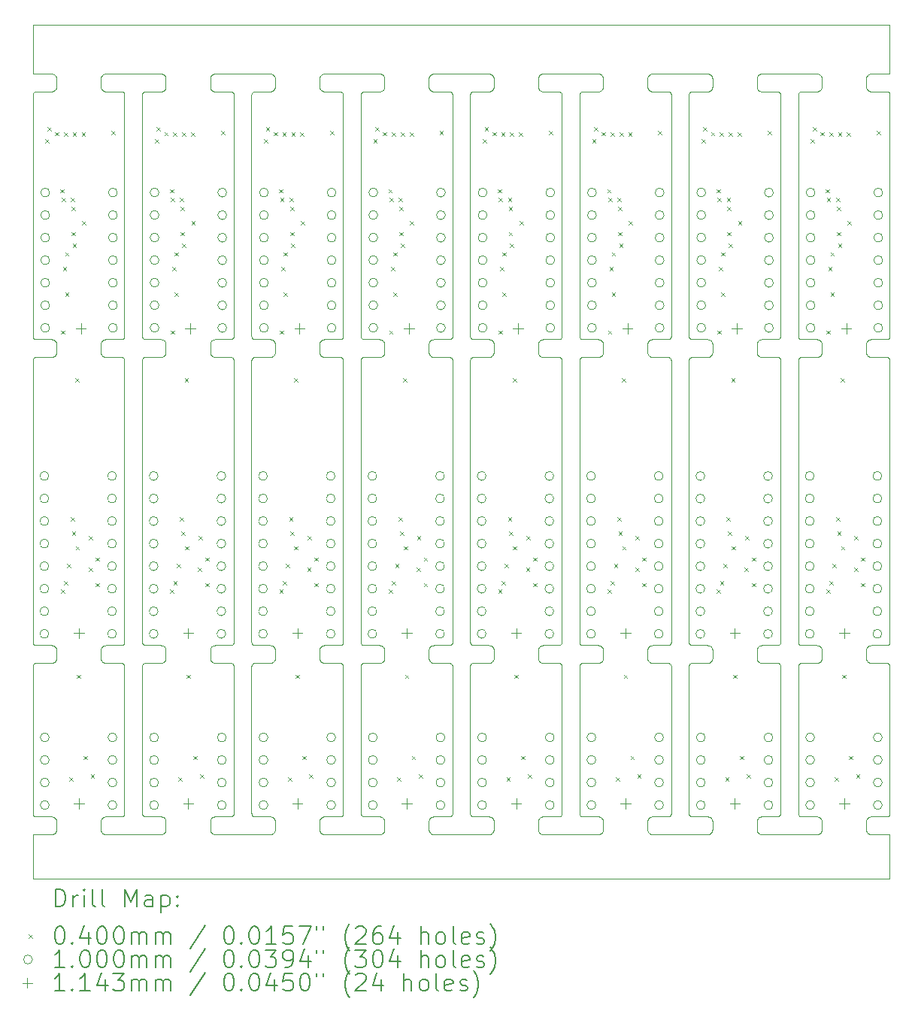
<source format=gbr>
%TF.GenerationSoftware,KiCad,Pcbnew,8.0.5*%
%TF.CreationDate,2024-12-01T20:05:32-08:00*%
%TF.ProjectId,soic,736f6963-2e6b-4696-9361-645f70636258,rev?*%
%TF.SameCoordinates,Original*%
%TF.FileFunction,Drillmap*%
%TF.FilePolarity,Positive*%
%FSLAX45Y45*%
G04 Gerber Fmt 4.5, Leading zero omitted, Abs format (unit mm)*
G04 Created by KiCad (PCBNEW 8.0.5) date 2024-12-01 20:05:32*
%MOMM*%
%LPD*%
G01*
G04 APERTURE LIST*
%ADD10C,0.100000*%
%ADD11C,0.200000*%
%ADD12C,0.114300*%
G04 APERTURE END LIST*
D10*
X7715638Y-7971448D02*
X7713878Y-7973488D01*
X7683910Y-11238695D02*
X7686540Y-11239285D01*
X13182080Y-13360653D02*
X13179736Y-13359324D01*
X6003513Y-7790617D02*
X6005651Y-7790064D01*
X6237020Y-11221462D02*
X6238282Y-11223275D01*
X10710652Y-4987538D02*
X10708611Y-4985778D01*
X5766214Y-7944675D02*
X5765884Y-7942001D01*
X13624077Y-13150382D02*
X13624407Y-13150851D01*
X10726985Y-11240849D02*
X10729543Y-11240004D01*
X6012312Y-11441801D02*
X6010224Y-11440777D01*
X8946878Y-4820072D02*
X8948536Y-4822196D01*
X9459340Y-7846421D02*
X9459406Y-7843726D01*
X6470184Y-13359324D02*
X6467840Y-13360653D01*
X14645741Y-5018934D02*
X14645438Y-5018316D01*
X12651415Y-4841560D02*
X12652005Y-4844190D01*
X8238904Y-13344939D02*
X8237352Y-13342736D01*
X8915150Y-7990465D02*
X8912495Y-7990926D01*
X13873496Y-7813716D02*
X13875048Y-7815919D01*
X13158331Y-7960093D02*
X13157239Y-7957629D01*
X11420175Y-7833080D02*
X11420765Y-7835709D01*
X7462485Y-13131055D02*
X7462494Y-13131573D01*
X11179962Y-5002040D02*
X11179418Y-5002224D01*
X8695046Y-13141038D02*
X8696379Y-13144939D01*
X8694005Y-11469033D02*
X8693915Y-11469600D01*
X8229155Y-13211329D02*
X8229745Y-13208699D01*
X6470184Y-11245451D02*
X6472461Y-11246892D01*
X6030086Y-11464286D02*
X6029880Y-11463630D01*
X7727836Y-4849519D02*
X7728034Y-4852206D01*
X13868220Y-11253720D02*
X13870078Y-11255671D01*
X5766214Y-13320291D02*
X5765884Y-13317616D01*
X8912495Y-11437046D02*
X8909821Y-11437376D01*
X7498562Y-13167135D02*
X7673199Y-13167136D01*
X12651415Y-4958440D02*
X12650696Y-4961037D01*
X13402834Y-5006020D02*
X13399381Y-5003988D01*
X6235226Y-5019301D02*
X6234892Y-5019903D01*
X13416448Y-5023211D02*
X13416176Y-5022579D01*
X8922935Y-11434431D02*
X8920377Y-11435276D01*
X6455300Y-7793165D02*
X6457897Y-7793884D01*
X8244180Y-7975440D02*
X8242322Y-7973488D01*
X6465433Y-11432369D02*
X6462969Y-11433461D01*
X8277619Y-7791784D02*
X8280306Y-7791586D01*
X13884300Y-13312234D02*
X13884234Y-13314929D01*
X12391426Y-8010821D02*
X12391092Y-8011423D01*
X6457897Y-4997636D02*
X6455300Y-4998355D01*
X7473982Y-13157727D02*
X7475834Y-13159317D01*
X10701384Y-13189335D02*
X10703042Y-13187211D01*
X11395144Y-4992189D02*
X11392800Y-4993517D01*
X12387863Y-7761347D02*
X12387966Y-7761911D01*
X6486056Y-4977804D02*
X6484398Y-4979928D01*
X9943273Y-13162658D02*
X9943783Y-13162922D01*
X11923465Y-4841560D02*
X11924184Y-4838963D01*
X8244180Y-13351055D02*
X8242322Y-13349104D01*
X14398522Y-7973488D02*
X14396762Y-7971448D01*
X9929812Y-7773799D02*
X9932017Y-7777145D01*
X9490767Y-13172410D02*
X9493231Y-13171318D01*
X5245548Y-7979058D02*
X5243424Y-7980716D01*
X13884300Y-7846421D02*
X13884300Y-7936619D01*
X8714639Y-11440844D02*
X8710985Y-11442753D01*
X7681255Y-11238234D02*
X7683910Y-11238695D01*
X7004671Y-13193815D02*
X7006112Y-13191538D01*
X8491697Y-5023877D02*
X8491491Y-5023221D01*
X6245038Y-11445092D02*
X6244604Y-11445468D01*
X6470184Y-7799331D02*
X6472461Y-7800772D01*
X11958225Y-13363926D02*
X11955711Y-13362956D01*
X12388063Y-11208552D02*
X12388185Y-11209232D01*
X8959076Y-4950481D02*
X8958746Y-4953155D01*
X5773431Y-4826676D02*
X5774872Y-4824399D01*
X11934282Y-4979928D02*
X11932624Y-4977804D01*
X6496266Y-11390795D02*
X6495805Y-11393450D01*
X10163904Y-4807811D02*
X10166181Y-4809252D01*
X13845337Y-11435276D02*
X13842740Y-11435995D01*
X9477371Y-4985778D02*
X9475420Y-4983920D01*
X8491080Y-7769330D02*
X8491847Y-7767259D01*
X14643123Y-13152441D02*
X14643532Y-13151884D01*
X13630656Y-11446618D02*
X13628971Y-11448220D01*
X13646007Y-5000995D02*
X13645334Y-5001152D01*
X5767984Y-4961037D02*
X5767265Y-4958440D01*
X13648853Y-5000423D02*
X13648288Y-5000527D01*
X9724058Y-7763790D02*
X9724214Y-7763117D01*
X5003651Y-11217735D02*
X5003971Y-11218347D01*
X12409630Y-11235000D02*
X12411701Y-11235767D01*
X7497519Y-7991560D02*
X7493350Y-7991877D01*
X9724960Y-8027601D02*
X9724950Y-8027082D01*
X9721774Y-13146223D02*
X9722062Y-13145595D01*
X5234193Y-13361864D02*
X5231729Y-13362956D01*
X8473808Y-5003648D02*
X8473176Y-5003377D01*
X10745481Y-7991520D02*
X10742786Y-7991454D01*
X13877817Y-7962500D02*
X13876489Y-7964844D01*
X12396497Y-8003414D02*
X12396034Y-8003927D01*
X8713021Y-7787534D02*
X8713623Y-7787868D01*
X6495215Y-11396080D02*
X6494496Y-11398677D01*
X6241033Y-8002592D02*
X6240661Y-8003029D01*
X10706660Y-13183219D02*
X10708612Y-13181361D01*
X9704413Y-5003376D02*
X9700692Y-5001889D01*
X10163904Y-11429829D02*
X10161560Y-11431157D01*
X5998584Y-13166993D02*
X5999273Y-13166940D01*
X11185806Y-5000527D02*
X11183529Y-5000995D01*
X5226657Y-7989156D02*
X5224060Y-7989875D01*
X13393755Y-5001646D02*
X13393089Y-5001474D01*
X6028561Y-13145055D02*
X6029368Y-13142875D01*
X5765686Y-13219345D02*
X5765884Y-13216658D01*
X12396861Y-11226131D02*
X12397233Y-11226568D01*
X7681255Y-4999406D02*
X7678581Y-4999736D01*
X8472175Y-11440532D02*
X8471636Y-11440335D01*
X12389328Y-8015790D02*
X12389089Y-8016435D01*
X10921336Y-7791485D02*
X10923542Y-7791373D01*
X13386138Y-11437793D02*
X13383816Y-11437675D01*
X7234637Y-13166252D02*
X7238713Y-13165086D01*
X13391347Y-11438652D02*
X13387289Y-11437925D01*
X12414656Y-13166117D02*
X12417047Y-13166608D01*
X9724533Y-11207457D02*
X9724603Y-11206772D01*
X11932624Y-7813716D02*
X11934282Y-7811592D01*
X10948743Y-5013800D02*
X10948295Y-5013278D01*
X5261441Y-7957629D02*
X5260349Y-7960093D01*
X14649809Y-13367149D02*
X14649247Y-13367135D01*
X9692992Y-11437834D02*
X9692420Y-11437793D01*
X8700459Y-11452437D02*
X8700106Y-11452889D01*
X9956920Y-11437835D02*
X9956353Y-11437924D01*
X7675894Y-11237706D02*
X7678581Y-11237904D01*
X13866268Y-11423418D02*
X13864228Y-11425178D01*
X13829399Y-5000000D02*
X13654762Y-5000000D01*
X6999224Y-7830483D02*
X7000069Y-7827925D01*
X13632960Y-13160015D02*
X13636402Y-13162283D01*
X11960783Y-11240004D02*
X11963380Y-11239285D01*
X10954177Y-5023877D02*
X10953971Y-5023221D01*
X12653060Y-13222037D02*
X12653060Y-13312234D01*
X5765884Y-11287159D02*
X5766214Y-11284484D01*
X7471537Y-8003414D02*
X7471074Y-8003927D01*
X8907134Y-11237706D02*
X8909821Y-11237904D01*
X9464611Y-13335708D02*
X9463519Y-13333245D01*
X6496860Y-11292541D02*
X6496860Y-11382739D01*
X8479025Y-7784720D02*
X8480772Y-7783368D01*
X14629373Y-7994896D02*
X14625652Y-7993409D01*
X6467840Y-4806483D02*
X6470184Y-4807811D01*
X10166181Y-11428388D02*
X10163904Y-11429829D01*
X12184800Y-7769330D02*
X12185567Y-7767259D01*
X11953247Y-7796791D02*
X11955711Y-7795699D01*
X11944016Y-4989196D02*
X11941892Y-4987538D01*
X10691635Y-13322946D02*
X10691174Y-13320291D01*
X12152573Y-11437675D02*
X12151186Y-11437640D01*
X10691635Y-7947330D02*
X10691174Y-7944675D01*
X10168384Y-11426836D02*
X10166181Y-11428388D01*
X11403788Y-4985778D02*
X11401748Y-4987538D01*
X12646577Y-7962500D02*
X12645249Y-7964844D01*
X13625738Y-7777147D02*
X13626131Y-7777711D01*
X5781700Y-4816080D02*
X5783651Y-4814222D01*
X7002131Y-13198566D02*
X7003342Y-13196159D01*
X12187440Y-8027601D02*
X12187430Y-8027082D01*
X12614097Y-7989156D02*
X12611500Y-7989875D01*
X14436506Y-4999934D02*
X14433819Y-4999736D01*
X9934306Y-11449240D02*
X9931701Y-11452436D01*
X12160107Y-11438652D02*
X12156049Y-11437925D01*
X11414009Y-13193812D02*
X11415337Y-13196156D01*
X8493720Y-11473894D02*
X8493685Y-11472507D01*
X5238944Y-11245451D02*
X5241221Y-11246892D01*
X8721047Y-5000995D02*
X8720374Y-5001152D01*
X5260349Y-4968573D02*
X5259137Y-4970980D01*
X9713451Y-11228219D02*
X9713888Y-11227847D01*
X6478828Y-11251862D02*
X6480780Y-11253720D01*
X13622858Y-7772586D02*
X13623161Y-7773204D01*
X11923465Y-7949960D02*
X11922875Y-7947330D01*
X7038420Y-7793165D02*
X7041049Y-7792575D01*
X7722829Y-7960093D02*
X7721617Y-7962500D01*
X12157943Y-11237072D02*
X12161847Y-11236167D01*
X5765884Y-4849519D02*
X5766214Y-4846845D01*
X7237555Y-7993166D02*
X7236889Y-7992994D01*
X5263256Y-4838963D02*
X5263975Y-4841560D01*
X14406496Y-7980716D02*
X14404372Y-7979058D01*
X8959274Y-4852206D02*
X8959340Y-4854901D01*
X12162522Y-7789871D02*
X12163176Y-7789648D01*
X7703701Y-13176388D02*
X7705904Y-13177940D01*
X8237352Y-7967121D02*
X8235911Y-7964844D01*
X7023536Y-4992189D02*
X7021259Y-4990748D01*
X7474374Y-11228583D02*
X7474887Y-11229046D01*
X5812464Y-4800594D02*
X5815139Y-4800264D01*
X9464611Y-13198566D02*
X9465823Y-13196159D01*
X10926701Y-7992087D02*
X10926027Y-7991948D01*
X9710172Y-7998248D02*
X9709711Y-7997906D01*
X12419407Y-11237440D02*
X12420096Y-11237493D01*
X10135679Y-13167136D02*
X10138374Y-13167202D01*
X5262411Y-11401235D02*
X5261441Y-11403749D01*
X12640598Y-13187208D02*
X12642256Y-13189332D01*
X13418670Y-8027078D02*
X13418640Y-8026561D01*
X12159037Y-7790774D02*
X12159710Y-7790618D01*
X7718848Y-11262039D02*
X7720289Y-11264316D01*
X12410122Y-5002456D02*
X12406376Y-5004177D01*
X8697898Y-7772586D02*
X8698201Y-7773204D01*
X14638320Y-11446986D02*
X14635124Y-11444380D01*
X8228100Y-13312234D02*
X8228100Y-13222040D01*
X7476748Y-11444749D02*
X7476284Y-11445087D01*
X13189465Y-11434431D02*
X13186951Y-11433461D01*
X7472276Y-5011076D02*
X7471828Y-5011598D01*
X11165546Y-11449240D02*
X11162941Y-11452436D01*
X8230464Y-11398677D02*
X8229745Y-11396080D01*
X7025880Y-13173622D02*
X7028287Y-13172410D01*
X8718642Y-11235993D02*
X8719307Y-11236183D01*
X10717256Y-13359324D02*
X10714979Y-13357883D01*
X7049066Y-4800066D02*
X7051761Y-4800000D01*
X8723903Y-7791093D02*
X8724587Y-7791163D01*
X8950088Y-7815919D02*
X8951529Y-7818196D01*
X7028287Y-4805271D02*
X7030751Y-4804179D01*
X7001039Y-13201030D02*
X7002131Y-13198566D01*
X12418194Y-13166769D02*
X12422479Y-13167096D01*
X13883706Y-13213981D02*
X13884036Y-13216655D01*
X13418645Y-7756653D02*
X13418680Y-7755266D01*
X12180643Y-13152441D02*
X12181052Y-13151884D01*
X8267063Y-7793884D02*
X8269660Y-7793165D01*
X9724925Y-11472504D02*
X9724807Y-11470182D01*
X9718578Y-11222384D02*
X9718880Y-11221896D01*
X8280306Y-7991454D02*
X8277619Y-7991256D01*
X13410091Y-13154727D02*
X13410528Y-13154192D01*
X13620326Y-8016445D02*
X13620154Y-8017111D01*
X8945118Y-7809551D02*
X8946878Y-7811592D01*
X14649773Y-13134477D02*
X14649885Y-13132269D01*
X10953561Y-13144947D02*
X10954328Y-13142875D01*
X9724807Y-11470180D02*
X9724766Y-11469608D01*
X9935262Y-11448235D02*
X9934763Y-11448709D01*
X10956160Y-11202599D02*
X10956190Y-11202081D01*
X7043705Y-13167733D02*
X7046379Y-13167403D01*
X13167282Y-4818031D02*
X13169140Y-4816080D01*
X14384894Y-11284484D02*
X14385355Y-11281829D01*
X10184097Y-11408620D02*
X10182769Y-11410964D01*
X13153324Y-13317616D02*
X13153126Y-13314929D01*
X10179776Y-11415444D02*
X10178118Y-11417568D01*
X11417641Y-4966109D02*
X11416549Y-4968573D01*
X5772102Y-7962500D02*
X5770891Y-7960093D01*
X6031240Y-13130880D02*
X6031240Y-11473897D01*
X7041049Y-13366080D02*
X7038420Y-13365490D01*
X12151359Y-11237640D02*
X12151878Y-11237630D01*
X12608870Y-7792575D02*
X12611500Y-7793165D01*
X11380260Y-11239285D02*
X11382857Y-11240004D01*
X11156200Y-7755439D02*
X11156210Y-7755958D01*
X11161597Y-13150382D02*
X11161915Y-13150860D01*
X12404703Y-11442754D02*
X12404200Y-11443031D01*
X10701384Y-11259836D02*
X10703042Y-11257712D01*
X9936854Y-11228583D02*
X9937367Y-11229046D01*
X10708611Y-4814222D02*
X10710652Y-4812462D01*
X6259640Y-5000741D02*
X6259086Y-5000887D01*
X10181328Y-13191535D02*
X10182769Y-13193812D01*
X5263975Y-7833080D02*
X5264565Y-7835709D01*
X5030173Y-7991948D02*
X5029499Y-7992087D01*
X13618827Y-11204984D02*
X13618880Y-11205673D01*
X13397139Y-7788621D02*
X13397766Y-7788332D01*
X10722007Y-11432369D02*
X10719600Y-11431157D01*
X13881936Y-11276603D02*
X13882655Y-11279200D01*
X13418645Y-13132267D02*
X13418680Y-13130883D01*
X5213414Y-4800066D02*
X5216101Y-4800264D01*
X8955161Y-7957629D02*
X8954069Y-7960093D01*
X7464126Y-8016445D02*
X7463954Y-8017111D01*
X10701384Y-7969324D02*
X10699832Y-7967121D01*
X10737425Y-7792114D02*
X10740099Y-7791784D01*
X10179776Y-4977804D02*
X10178118Y-4979928D01*
X6480780Y-11421560D02*
X6478828Y-11423418D01*
X14404372Y-11425178D02*
X14402331Y-11423418D01*
X9929446Y-7773213D02*
X9929810Y-7773797D01*
X14629373Y-5003376D02*
X14625652Y-5001889D01*
X10699832Y-7815919D02*
X10701384Y-7813716D01*
X5799511Y-13171318D02*
X5802025Y-13170348D01*
X13162312Y-7815919D02*
X13163864Y-7813716D01*
X10936911Y-13163167D02*
X10938842Y-13162095D01*
X9925491Y-13137529D02*
X9925982Y-13139919D01*
X10955455Y-7763112D02*
X10955577Y-7762432D01*
X6256833Y-7790047D02*
X6260736Y-7790952D01*
X6242316Y-7781724D02*
X6242838Y-7782172D01*
X6444654Y-7791586D02*
X6447341Y-7791784D01*
X10719600Y-7985037D02*
X10717256Y-7983709D01*
X13173132Y-4812462D02*
X13175256Y-4810804D01*
X8261991Y-4995821D02*
X8259527Y-4994729D01*
X8699788Y-11221903D02*
X8700101Y-11222384D01*
X7469219Y-11452437D02*
X7468866Y-11452889D01*
X5213414Y-13167202D02*
X5216101Y-13167400D01*
X12423697Y-11237640D02*
X12598159Y-11237640D01*
X13418645Y-5034864D02*
X13418533Y-5032658D01*
X10719600Y-13360653D02*
X10717256Y-13359324D01*
X13412676Y-13151300D02*
X13413845Y-13149426D01*
X13618690Y-5035562D02*
X13618680Y-5036081D01*
X8701177Y-7777719D02*
X8701625Y-7778241D01*
X7726455Y-4841560D02*
X7727045Y-4844190D01*
X13847895Y-11434431D02*
X13845337Y-11435276D01*
X6447341Y-13167400D02*
X6450016Y-13167730D01*
X12608870Y-11436585D02*
X12606215Y-11437046D01*
X10710652Y-7803982D02*
X10712776Y-7802324D01*
X12185568Y-7767256D02*
X12185791Y-7766602D01*
X5765686Y-11385434D02*
X5765620Y-11382739D01*
X7262445Y-11472504D02*
X7262327Y-11470182D01*
X13417792Y-5027844D02*
X13416658Y-5023880D01*
X12166893Y-5003376D02*
X12163172Y-5001889D01*
X11921886Y-13314929D02*
X11921820Y-13312234D01*
X8230464Y-13206102D02*
X8231309Y-13203544D01*
X10690580Y-4854901D02*
X10690646Y-4852206D01*
X7476286Y-13159688D02*
X7476758Y-13160013D01*
X8493567Y-11470180D02*
X8493526Y-11469608D01*
X13829399Y-13367135D02*
X13207961Y-13367135D01*
X9498303Y-13364771D02*
X9495745Y-13363926D01*
X5009801Y-11226569D02*
X5010290Y-11227058D01*
X10734770Y-11436585D02*
X10732140Y-11435995D01*
X11169556Y-13159318D02*
X11169999Y-13159682D01*
X9700042Y-7789871D02*
X9700696Y-7789648D01*
X14636974Y-7783366D02*
X14637509Y-7782930D01*
X10189525Y-13211326D02*
X10189986Y-13213981D01*
X8714738Y-13163998D02*
X8715258Y-13164240D01*
X14413320Y-11244122D02*
X14415727Y-11242911D01*
X9720799Y-7772592D02*
X9721771Y-7770609D01*
X11176112Y-7787872D02*
X11176744Y-7788143D01*
X8707520Y-5007457D02*
X8706998Y-5007905D01*
X12154784Y-7791373D02*
X12155473Y-7791320D01*
X6029594Y-11212715D02*
X6029766Y-11212049D01*
X7469292Y-5014708D02*
X7468871Y-5015252D01*
X9471802Y-11257712D02*
X9473562Y-11255671D01*
X6260330Y-11237017D02*
X6262514Y-11237352D01*
X13410773Y-5013277D02*
X13408087Y-5010303D01*
X6267322Y-13167135D02*
X6441959Y-13167136D01*
X7728100Y-11382739D02*
X7728034Y-11385434D01*
X14648465Y-13141547D02*
X14649018Y-13139409D01*
X9722937Y-5023877D02*
X9722731Y-5023221D01*
X11173921Y-5004852D02*
X11170575Y-5007057D01*
X8708417Y-11230841D02*
X8708974Y-11231250D01*
X7259840Y-7769330D02*
X7260607Y-7767259D01*
X12635029Y-13181358D02*
X12636980Y-13183216D01*
X13156269Y-7827925D02*
X13157239Y-7825411D01*
X5776424Y-11415444D02*
X5774872Y-11413241D01*
X14410976Y-13359324D02*
X14408699Y-13357883D01*
X13636401Y-5004852D02*
X13633055Y-5007057D01*
X14439201Y-5000000D02*
X14436506Y-4999934D01*
X8954069Y-11269067D02*
X8955161Y-11271531D01*
X6492681Y-11403749D02*
X6491589Y-11406213D01*
X6231279Y-5035041D02*
X6231250Y-5035558D01*
X13169140Y-11253720D02*
X13171091Y-11251862D01*
X9952176Y-13166117D02*
X9954567Y-13166608D01*
X10703042Y-4979928D02*
X10701384Y-4977804D01*
X10691174Y-13213984D02*
X10691635Y-13211329D01*
X9483739Y-13176391D02*
X9486016Y-13174950D01*
X14388479Y-11271531D02*
X14389571Y-11269067D01*
X10692944Y-4961037D02*
X10692225Y-4958440D01*
X8493685Y-7756653D02*
X8493720Y-7755266D01*
X7715638Y-11417568D02*
X7713878Y-11419608D01*
X9949228Y-7993409D02*
X9945507Y-7994896D01*
X5999278Y-13166940D02*
X5999964Y-13166852D01*
X10697063Y-7962500D02*
X10695851Y-7960093D01*
X13883245Y-11393450D02*
X13882655Y-11396080D01*
X8930320Y-4806483D02*
X8932664Y-4807811D01*
X7261007Y-11212047D02*
X7261912Y-11208143D01*
X12388186Y-11209237D02*
X12388342Y-11209910D01*
X7488580Y-13165813D02*
X7489126Y-13165987D01*
X9488360Y-4806483D02*
X9490767Y-4805271D01*
X12652466Y-7944675D02*
X12652005Y-7947330D01*
X9938323Y-11445469D02*
X9935263Y-11448233D01*
X6237621Y-11452896D02*
X6237308Y-11453377D01*
X9712014Y-7783366D02*
X9712549Y-7782930D01*
X7701424Y-11429829D02*
X7699080Y-11431157D01*
X11191064Y-11437675D02*
X11188742Y-11437793D01*
X7258832Y-11217728D02*
X7259103Y-11217096D01*
X7710068Y-13352913D02*
X7708028Y-13354673D01*
X10188216Y-13206099D02*
X10188935Y-13208696D01*
X11372301Y-4999736D02*
X11369614Y-4999934D01*
X14627732Y-7788879D02*
X14628374Y-7788623D01*
X10712776Y-7802324D02*
X10714979Y-7800772D01*
X11399624Y-13177940D02*
X11401748Y-13179598D01*
X7262480Y-8027601D02*
X7262470Y-8027082D01*
X13620002Y-11463739D02*
X13619828Y-11464286D01*
X14387509Y-13330730D02*
X14386664Y-13328172D01*
X5765620Y-4945099D02*
X5765620Y-4854901D01*
X10181328Y-13342736D02*
X10179776Y-13344939D01*
X6006325Y-11235990D02*
X6006970Y-11235752D01*
X9718893Y-7775781D02*
X9720123Y-7773809D01*
X14649809Y-4250014D02*
X14649247Y-4250000D01*
X8232279Y-11271531D02*
X8233371Y-11269067D01*
X7497347Y-11237605D02*
X7498734Y-11237640D01*
X11403789Y-13181358D02*
X11405740Y-13183216D01*
X11929631Y-11410964D02*
X11928302Y-11408620D01*
X6243651Y-11229050D02*
X6244186Y-11229486D01*
X8932664Y-13174947D02*
X8934941Y-13176388D01*
X6241914Y-13156919D02*
X6242307Y-13157337D01*
X7240935Y-11440532D02*
X7240396Y-11440335D01*
X8229155Y-7947330D02*
X8228694Y-7944675D01*
X13883706Y-7838364D02*
X13884036Y-7841039D01*
X12413033Y-7790047D02*
X12416936Y-7790952D01*
X10726985Y-7794729D02*
X10729543Y-7793884D01*
X10692944Y-4838963D02*
X10693789Y-4836405D01*
X5224060Y-13168781D02*
X5226657Y-13169500D01*
X10189986Y-13213981D02*
X10190316Y-13216655D01*
X11421556Y-11388121D02*
X11421226Y-11390795D01*
X11927091Y-13335708D02*
X11925999Y-13333245D01*
X6238694Y-13153337D02*
X6239070Y-13153771D01*
X9503530Y-7792575D02*
X9506185Y-7792114D01*
X6232717Y-13141544D02*
X6232890Y-13142210D01*
X6259648Y-11236895D02*
X6260328Y-11237017D01*
X5807180Y-4801645D02*
X5809809Y-4801055D01*
X14624995Y-7993166D02*
X14624329Y-7992994D01*
X9688703Y-11437640D02*
X9514241Y-11437640D01*
X7497521Y-7791480D02*
X7498038Y-7791510D01*
X8904439Y-13167136D02*
X8907134Y-13167202D01*
X7462907Y-8021703D02*
X7462837Y-8022387D01*
X7717296Y-13344939D02*
X7715638Y-13347063D01*
X14392111Y-11410964D02*
X14390782Y-11408620D01*
X10956200Y-11201557D02*
X10956200Y-8027602D01*
X10734770Y-7990465D02*
X10732140Y-7989875D01*
X9460395Y-13211329D02*
X9460985Y-13208699D01*
X7727506Y-4953155D02*
X7727045Y-4955810D01*
X11418611Y-11401235D02*
X11417641Y-11403749D01*
X7728034Y-11385434D02*
X7727836Y-11388121D01*
X11946219Y-11246892D02*
X11948496Y-11245451D01*
X6251787Y-7788144D02*
X6255507Y-7789631D01*
X13157239Y-7825411D02*
X13158331Y-7822947D01*
X13625492Y-5014708D02*
X13625071Y-5015252D01*
X14614358Y-7991530D02*
X14613839Y-7991520D01*
X7487395Y-7993169D02*
X7486750Y-7993408D01*
X7257999Y-13148824D02*
X7258319Y-13148211D01*
X5014708Y-7784708D02*
X5015252Y-7785129D01*
X7489134Y-13165989D02*
X7489694Y-13166116D01*
X10930210Y-11439000D02*
X10929554Y-11438794D01*
X5000010Y-11202081D02*
X5000040Y-11202599D01*
X14402331Y-7805742D02*
X14404372Y-7803982D01*
X13192023Y-4997636D02*
X13189465Y-4996791D01*
X13618724Y-13132095D02*
X13619041Y-13136265D01*
X11937900Y-11253720D02*
X11939851Y-11251862D01*
X13383641Y-11237600D02*
X13387810Y-11237283D01*
X7464520Y-7767758D02*
X7464704Y-7768302D01*
X12182326Y-11454903D02*
X12182049Y-11454400D01*
X10141061Y-13167400D02*
X10143736Y-13167730D01*
X13386718Y-13166940D02*
X13387404Y-13166852D01*
X9486016Y-4992189D02*
X9483739Y-4990748D01*
X8934941Y-4809252D02*
X8937144Y-4810804D01*
X7246741Y-11443706D02*
X7244769Y-11442477D01*
X7030751Y-7795699D02*
X7033265Y-7794729D01*
X13834781Y-7991256D02*
X13832094Y-7991454D01*
X5815139Y-13167403D02*
X5817826Y-13167205D01*
X6491589Y-13335708D02*
X6490377Y-13338115D01*
X9473562Y-13349104D02*
X9471802Y-13347063D01*
X14388479Y-13201030D02*
X14389571Y-13198566D01*
X7262195Y-11469031D02*
X7261468Y-11464973D01*
X9926286Y-13141038D02*
X9927619Y-13144939D01*
X12398514Y-13157343D02*
X12398941Y-13157725D01*
X6236092Y-7773799D02*
X6238296Y-7777145D01*
X5265554Y-11385434D02*
X5265356Y-11388121D01*
X7243552Y-11441801D02*
X7241464Y-11440777D01*
X7229824Y-13166993D02*
X7230513Y-13166940D01*
X11159099Y-11216099D02*
X11159388Y-11216726D01*
X11925029Y-4836405D02*
X11925999Y-4833891D01*
X7727506Y-13213981D02*
X7727836Y-13216655D01*
X9459934Y-13213984D02*
X9460395Y-13211329D01*
X6997915Y-13211329D02*
X6998505Y-13208699D01*
X6005647Y-7992993D02*
X6001743Y-7992087D01*
X7463953Y-8017113D02*
X7463047Y-8021016D01*
X8925449Y-7795699D02*
X8927913Y-7796791D01*
X13192023Y-11240004D02*
X13194620Y-11239285D01*
X5265620Y-7846421D02*
X5265620Y-7936619D01*
X7463475Y-7764193D02*
X7463632Y-7764866D01*
X9721756Y-11458559D02*
X9719847Y-11454905D01*
X10189986Y-13320291D02*
X10189525Y-13322946D01*
X6232235Y-7764193D02*
X6232392Y-7764866D01*
X12162525Y-11235990D02*
X12163170Y-11235752D01*
X6480780Y-13183216D02*
X6482638Y-13185168D01*
X5216101Y-13366871D02*
X5213414Y-13367069D01*
X13842740Y-7989875D02*
X13840110Y-7990465D01*
X10178118Y-7811592D02*
X10179776Y-7813716D01*
X13205266Y-11437574D02*
X13202579Y-11437376D01*
X6026754Y-5018307D02*
X6026390Y-5017723D01*
X8715266Y-11234743D02*
X8715908Y-11234999D01*
X5241221Y-4990748D02*
X5238944Y-4992189D01*
X8468795Y-5001646D02*
X8468129Y-5001474D01*
X12187152Y-5031274D02*
X12186800Y-5028976D01*
X12392292Y-7773799D02*
X12394496Y-7777145D01*
X10151617Y-11240004D02*
X10154175Y-11240849D01*
X8909821Y-11237904D02*
X8912495Y-11238234D01*
X8233371Y-7822947D02*
X8234582Y-7820540D01*
X5010302Y-5010595D02*
X5009803Y-5011069D01*
X9946506Y-13164243D02*
X9947045Y-13164440D01*
X8939268Y-7979058D02*
X8937144Y-7980716D01*
X13881091Y-11274045D02*
X13881936Y-11276603D01*
X9700045Y-11235990D02*
X9700690Y-11235752D01*
X7051761Y-13167139D02*
X7226223Y-13167140D01*
X11162941Y-11222844D02*
X11165619Y-11226130D01*
X13873496Y-13344939D02*
X13871838Y-13347063D01*
X11380260Y-7793165D02*
X11382857Y-7793884D01*
X11165546Y-5011600D02*
X11163014Y-5014706D01*
X5224060Y-13365490D02*
X5221430Y-13366080D01*
X13626127Y-8005324D02*
X13625789Y-8005788D01*
X9459604Y-4849519D02*
X9459934Y-4846845D01*
X10952212Y-8010819D02*
X10950180Y-8007366D01*
X12171596Y-11231618D02*
X12172180Y-11231254D01*
X13873496Y-4822196D02*
X13875048Y-4824399D01*
X8694147Y-5030183D02*
X8694077Y-5030867D01*
X5253158Y-7971448D02*
X5251398Y-7973488D01*
X13184487Y-11242911D02*
X13186951Y-11241819D01*
X12171701Y-11443706D02*
X12169729Y-11442477D01*
X5999847Y-11437924D02*
X5999280Y-11437835D01*
X11156235Y-11472507D02*
X11156200Y-11473894D01*
X7000069Y-4836405D02*
X7001039Y-4833891D01*
X10933525Y-13164697D02*
X10935661Y-13163780D01*
X8694466Y-11209237D02*
X8694622Y-11209910D01*
X5264565Y-7835709D02*
X5265026Y-7838364D01*
X7463840Y-11463630D02*
X7463634Y-11464286D01*
X12185790Y-8016435D02*
X12185552Y-8015790D01*
X5766214Y-11390795D02*
X5765884Y-11388121D01*
X7021259Y-11428388D02*
X7019056Y-11426836D01*
X9955714Y-13166769D02*
X9959999Y-13167096D01*
X6455300Y-13365490D02*
X6452670Y-13366080D01*
X7006112Y-7815919D02*
X7007664Y-7813716D01*
X13413566Y-11454903D02*
X13413289Y-11454400D01*
X13182080Y-7798002D02*
X13184487Y-7796791D01*
X7715638Y-4820072D02*
X7717296Y-4822196D01*
X13413828Y-5017721D02*
X13411623Y-5014375D01*
X6996860Y-13222040D02*
X6996926Y-13219345D01*
X9468592Y-4824399D02*
X9470144Y-4822196D01*
X10737425Y-11238234D02*
X10740099Y-11237904D01*
X9709214Y-7997599D02*
X9705661Y-7995507D01*
X12405753Y-13162658D02*
X12406263Y-13162922D01*
X5027330Y-11438653D02*
X5026656Y-11438791D01*
X5254816Y-7813716D02*
X5256368Y-7815919D01*
X10189525Y-4955810D02*
X10188935Y-4958440D01*
X14393552Y-7967121D02*
X14392111Y-7964844D01*
X5787816Y-11248444D02*
X5790019Y-11246892D01*
X8228364Y-13317616D02*
X8228166Y-13314929D01*
X13408020Y-11227433D02*
X13409621Y-11225748D01*
X14433819Y-4999736D02*
X14431144Y-4999406D01*
X7487405Y-7789874D02*
X7488071Y-7790046D01*
X13645329Y-5001153D02*
X13644664Y-5001343D01*
X13175256Y-13356331D02*
X13173132Y-13354673D01*
X8231309Y-7827925D02*
X8232279Y-7825411D01*
X7722829Y-4831427D02*
X7723921Y-4833891D01*
X9475420Y-13351055D02*
X9473562Y-13349104D01*
X8702310Y-8003931D02*
X8701874Y-8004466D01*
X13153324Y-13216658D02*
X13153654Y-13213984D01*
X11177746Y-13164243D02*
X11178285Y-13164440D01*
X6018294Y-11229486D02*
X6018829Y-11229050D01*
X6492681Y-13333245D02*
X6491589Y-13335708D01*
X13199904Y-7990926D02*
X13197249Y-7990465D01*
X13639224Y-7994896D02*
X13638592Y-7995168D01*
X9702285Y-13164697D02*
X9704421Y-13163780D01*
X6496794Y-11289846D02*
X6496860Y-11292541D01*
X12608870Y-4801055D02*
X12611500Y-4801645D01*
X13873496Y-11259836D02*
X13875048Y-11262039D01*
X9938766Y-13159688D02*
X9939238Y-13160013D01*
X8704786Y-8001318D02*
X8704382Y-8001726D01*
X13883245Y-4955810D02*
X13882655Y-4958440D01*
X7720289Y-11410964D02*
X7718848Y-11413241D01*
X7016932Y-13179601D02*
X7019056Y-13177943D01*
X11395144Y-13174947D02*
X11397421Y-13176388D01*
X14620311Y-11438166D02*
X14619747Y-11438063D01*
X7724891Y-13203541D02*
X7725736Y-13206099D01*
X6002152Y-7790897D02*
X6002832Y-7790775D01*
X9495745Y-7794729D02*
X9498303Y-7793884D01*
X5027216Y-13166117D02*
X5029607Y-13166608D01*
X12396786Y-5011600D02*
X12394254Y-5014706D01*
X12632988Y-11425178D02*
X12630864Y-11426836D01*
X9503530Y-13366080D02*
X9500900Y-13365490D01*
X8955161Y-4966109D02*
X8954069Y-4968573D01*
X13877817Y-11266660D02*
X13879029Y-11269067D01*
X13631628Y-11229488D02*
X13633375Y-11230840D01*
X13205266Y-13367069D02*
X13202579Y-13366871D01*
X9960001Y-13167096D02*
X9960518Y-13167125D01*
X14649920Y-13130880D02*
X14649920Y-11473722D01*
X9508859Y-11437376D02*
X9506185Y-11437046D01*
X13620333Y-13142220D02*
X13620572Y-13142865D01*
X9925317Y-5030870D02*
X9925000Y-5035039D01*
X12653060Y-13312234D02*
X12652994Y-13314929D01*
X7712020Y-7807600D02*
X7713878Y-7809551D01*
X12387867Y-8021703D02*
X12387797Y-8022387D01*
X5790019Y-11246892D02*
X5792296Y-11245451D01*
X5213414Y-11437574D02*
X5210719Y-11437640D01*
X9722064Y-13145591D02*
X9722321Y-13144949D01*
X6030883Y-11206770D02*
X6031200Y-11202601D01*
X6996860Y-7936619D02*
X6996860Y-7846421D01*
X9465823Y-13338115D02*
X9464611Y-13335708D01*
X13866269Y-13181358D02*
X13868220Y-13183216D01*
X12186699Y-5028400D02*
X12186553Y-5027846D01*
X5995681Y-11237630D02*
X5996199Y-11237600D01*
X14384564Y-7841039D02*
X14384894Y-7838364D01*
X8951529Y-13193812D02*
X8952857Y-13196156D01*
X7705904Y-11248444D02*
X7708028Y-11250102D01*
X8468805Y-11235990D02*
X8469450Y-11235752D01*
X7019056Y-11248444D02*
X7021259Y-11246892D01*
X5787816Y-4810804D02*
X5790019Y-4809252D01*
X8694247Y-7761913D02*
X8694715Y-7764191D01*
X13621575Y-11216102D02*
X13621830Y-11216616D01*
X8939268Y-11250102D02*
X8941309Y-11251862D01*
X6235466Y-11456470D02*
X6233696Y-11460322D01*
X11941892Y-4812462D02*
X11944016Y-4810804D01*
X6496596Y-7841039D02*
X6496794Y-7843726D01*
X8712545Y-13162923D02*
X8714736Y-13163997D01*
X9924995Y-11472507D02*
X9924960Y-11473894D01*
X13852873Y-7986249D02*
X13850409Y-7987341D01*
X8228166Y-11385434D02*
X8228100Y-11382739D01*
X10936899Y-7995506D02*
X10936297Y-7995172D01*
X13877817Y-13338115D02*
X13876489Y-13340459D01*
X7713878Y-4818031D02*
X7715638Y-4820072D01*
X5014697Y-11230841D02*
X5015254Y-11231250D01*
X12181373Y-7775781D02*
X12182603Y-7773809D01*
X7241936Y-11234263D02*
X7242568Y-11233992D01*
X6029369Y-13142873D02*
X6029593Y-13142219D01*
X6010223Y-11440777D02*
X6009702Y-11440535D01*
X9483739Y-13357883D02*
X9481536Y-13356331D01*
X13155424Y-4961037D02*
X13154705Y-4958440D01*
X9692418Y-11437793D02*
X9690096Y-11437675D01*
X8250296Y-13177943D02*
X8252499Y-13176391D01*
X12171263Y-13161359D02*
X12173076Y-13160097D01*
X11401748Y-7979058D02*
X11399624Y-7980716D01*
X14649245Y-13367135D02*
X14439201Y-13367135D01*
X11160186Y-5019301D02*
X11159852Y-5019903D01*
X8229155Y-11281829D02*
X8229745Y-11279200D01*
X10182769Y-4826676D02*
X10184097Y-4829020D01*
X9460395Y-13322946D02*
X9459934Y-13320291D01*
X8464747Y-13166499D02*
X8465312Y-13166401D01*
X12405153Y-11232804D02*
X12405749Y-11233155D01*
X12185551Y-8015787D02*
X12184064Y-8012067D01*
X5769799Y-4966109D02*
X5768829Y-4963595D01*
X6012932Y-13162654D02*
X6013528Y-13162304D01*
X11385415Y-13363926D02*
X11382857Y-13364771D01*
X7251411Y-13157337D02*
X7251899Y-13156849D01*
X13859901Y-11428388D02*
X13857624Y-11429829D01*
X10920638Y-7991530D02*
X10920119Y-7991520D01*
X7016932Y-4812462D02*
X7019056Y-4810804D01*
X13619207Y-7761913D02*
X13619675Y-7764191D01*
X6241041Y-11226569D02*
X6241529Y-11227058D01*
X13382426Y-13167140D02*
X13383813Y-13167105D01*
X5000000Y-13866463D02*
X5000014Y-13867024D01*
X11407598Y-4981969D02*
X11405740Y-4983920D01*
X9925107Y-11204984D02*
X9925160Y-11205673D01*
X8959274Y-7843726D02*
X8959340Y-7846421D01*
X9955141Y-13166713D02*
X9955712Y-13166769D01*
X12152401Y-11237600D02*
X12156570Y-11237283D01*
X7724891Y-11401235D02*
X7723921Y-11403749D01*
X5031960Y-11437835D02*
X5031393Y-11437924D01*
X11932624Y-11415444D02*
X11931072Y-11413241D01*
X11185809Y-13166609D02*
X11186373Y-13166712D01*
X12614097Y-7793884D02*
X12616655Y-7794729D01*
X9460985Y-11279200D02*
X9461704Y-11276603D01*
X12165895Y-11440532D02*
X12165356Y-11440335D01*
X7012940Y-7975440D02*
X7011082Y-7973488D01*
X13631543Y-11445876D02*
X13631088Y-11446225D01*
X14622591Y-11438635D02*
X14620313Y-11438167D01*
X13621361Y-11215561D02*
X13621571Y-11216094D01*
X12182606Y-13149424D02*
X12182957Y-13148828D01*
X12156572Y-11237283D02*
X12157257Y-11237213D01*
X6496266Y-13320291D02*
X6495805Y-13322946D01*
X6462969Y-4995821D02*
X6460455Y-4996791D01*
X14642013Y-8004796D02*
X14639327Y-8001823D01*
X11944016Y-11248444D02*
X11946219Y-11246892D01*
X7726455Y-7833080D02*
X7727045Y-7835709D01*
X9490767Y-4805271D02*
X9493231Y-4804179D01*
X11923465Y-11396080D02*
X11922875Y-11393450D01*
X13165522Y-7811592D02*
X13167282Y-7809551D01*
X6997454Y-4953155D02*
X6997124Y-4950481D01*
X13153060Y-4945099D02*
X13153060Y-4854901D01*
X8907134Y-13167202D02*
X8909821Y-13167400D01*
X8492074Y-13142214D02*
X8492264Y-13141549D01*
X9723806Y-11464286D02*
X9723600Y-11463630D01*
X7258828Y-8011423D02*
X7258494Y-8010821D01*
X11161916Y-13150861D02*
X11163310Y-13152865D01*
X13653721Y-13167096D02*
X13654238Y-13167125D01*
X13162312Y-11262039D02*
X13163864Y-11259836D01*
X12648881Y-13201027D02*
X12649851Y-13203541D01*
X10954839Y-11463627D02*
X10953543Y-11459836D01*
X8941309Y-11423418D02*
X8939268Y-11425178D01*
X9705659Y-5003986D02*
X9705057Y-5003652D01*
X7473556Y-7781724D02*
X7474078Y-7782172D01*
X11397421Y-13176388D02*
X11399624Y-13177940D01*
X6997124Y-7942001D02*
X6996926Y-7939314D01*
X8695080Y-11463630D02*
X8694874Y-11464286D01*
X5013277Y-5007907D02*
X5010303Y-5010593D01*
X6015394Y-5006020D02*
X6011941Y-5003988D01*
X12393519Y-8007266D02*
X12391427Y-8010819D01*
X10737425Y-13366541D02*
X10734770Y-13366080D01*
X12178850Y-11225229D02*
X12179286Y-11224694D01*
X13156269Y-4963595D02*
X13155424Y-4961037D01*
X5809809Y-13366080D02*
X5807180Y-13365490D01*
X6028350Y-13145591D02*
X6028560Y-13145057D01*
X7699080Y-11431157D02*
X7696673Y-11432369D01*
X9500900Y-11435995D02*
X9498303Y-11435276D01*
X6027061Y-5018934D02*
X6026758Y-5018316D01*
X12635028Y-11423418D02*
X12632988Y-11425178D01*
X14622193Y-7790617D02*
X14624331Y-7790064D01*
X6261423Y-7791093D02*
X6262107Y-7791163D01*
X5263975Y-13325575D02*
X5263256Y-13328172D01*
X8244180Y-4983920D02*
X8242322Y-4981969D01*
X12165252Y-7788879D02*
X12165894Y-7788623D01*
X8464221Y-7992087D02*
X8463547Y-7991948D01*
X10952823Y-8012064D02*
X10952552Y-8011432D01*
X10712776Y-7980716D02*
X10710652Y-7979058D01*
X6234600Y-11217102D02*
X6234889Y-11217730D01*
X9459934Y-11390795D02*
X9459604Y-11388121D01*
X8706997Y-5007907D02*
X8704023Y-5010593D01*
X14642463Y-5013800D02*
X14642014Y-5013278D01*
X9947047Y-13164441D02*
X9951058Y-13165812D01*
X9514241Y-11437640D02*
X9511546Y-11437574D01*
X13884300Y-4854901D02*
X13884300Y-4945099D01*
X7000069Y-11274045D02*
X7001039Y-11271531D01*
X10956053Y-13134477D02*
X10956165Y-13132269D01*
X13842740Y-11435995D02*
X13840110Y-11436585D01*
X6482638Y-4981969D02*
X6480780Y-4983920D01*
X13654762Y-7791520D02*
X13829399Y-7791520D01*
X5005399Y-11220883D02*
X5005779Y-11221460D01*
X5238944Y-13174947D02*
X5241221Y-13176388D01*
X6245040Y-5007457D02*
X6244518Y-5007905D01*
X14420705Y-13170348D02*
X14423263Y-13169503D01*
X5001473Y-8017113D02*
X5000568Y-8021016D01*
X14641331Y-13154727D02*
X14641768Y-13154192D01*
X8937144Y-13356331D02*
X8934941Y-13357883D01*
X12175840Y-5009346D02*
X12172734Y-5006814D01*
X5025589Y-11236184D02*
X5027727Y-11236737D01*
X14643535Y-13151880D02*
X14643915Y-13151303D01*
X11192282Y-7791520D02*
X11366919Y-7791520D01*
X8701627Y-7778243D02*
X8704313Y-7781217D01*
X13882655Y-4841560D02*
X13883245Y-4844190D01*
X10690646Y-7843726D02*
X10690844Y-7841039D01*
X7236490Y-11439000D02*
X7235834Y-11438794D01*
X13205266Y-7791586D02*
X13207961Y-7791520D01*
X6472461Y-11246892D02*
X6474664Y-11248444D01*
X13640874Y-11440297D02*
X13640228Y-11440536D01*
X9468592Y-11262039D02*
X9470144Y-11259836D01*
X13418527Y-11470180D02*
X13418486Y-11469608D01*
X12406739Y-7995507D02*
X12403286Y-7997540D01*
X5013356Y-13159318D02*
X5013799Y-13159682D01*
X13871838Y-13187208D02*
X13873496Y-13189332D01*
X13884036Y-4849519D02*
X13884234Y-4852206D01*
X9511546Y-11437574D02*
X9508859Y-11437376D01*
X11971339Y-11237904D02*
X11974026Y-11237706D01*
X10186401Y-11271531D02*
X10187371Y-11274045D01*
X14638322Y-11228292D02*
X14638844Y-11227844D01*
X12180626Y-8006226D02*
X12178020Y-8003030D01*
X13157239Y-4833891D02*
X13158331Y-4831427D01*
X12621633Y-7986249D02*
X12619169Y-7987341D01*
X11156623Y-7761347D02*
X11156727Y-7761911D01*
X12626384Y-11429829D02*
X12624040Y-11431157D01*
X12621633Y-13361864D02*
X12619169Y-13362956D01*
X6247513Y-11443354D02*
X6245510Y-11444748D01*
X9713884Y-5009796D02*
X9713362Y-5009348D01*
X11181115Y-7993169D02*
X11180470Y-7993408D01*
X7468861Y-11452896D02*
X7468548Y-11453377D01*
X6250065Y-13162923D02*
X6252256Y-13163997D01*
X13160871Y-11264316D02*
X13162312Y-11262039D01*
X13418645Y-11472504D02*
X13418527Y-11470182D01*
X8482654Y-11227842D02*
X8483058Y-11227434D01*
X7722829Y-13198563D02*
X7723921Y-13201027D01*
X10954726Y-8017111D02*
X10954554Y-8016445D01*
X5004477Y-11455952D02*
X5004227Y-11456468D01*
X13881936Y-7952557D02*
X13881091Y-7955115D01*
X8228694Y-4953155D02*
X8228364Y-4950481D01*
X12390647Y-13146216D02*
X12392556Y-13149870D01*
X10154175Y-7988311D02*
X10151617Y-7989156D01*
X5218776Y-13167730D02*
X5221431Y-13168191D01*
X11174513Y-13162658D02*
X11175023Y-13162922D01*
X12647789Y-11406213D02*
X12646577Y-11408620D01*
X10691635Y-11281829D02*
X10692225Y-11279200D01*
X8943260Y-11253720D02*
X8945118Y-11255671D01*
X6496596Y-11287159D02*
X6496794Y-11289846D01*
X8229745Y-7833080D02*
X8230464Y-7830483D01*
X13162312Y-4824399D02*
X13163864Y-4822196D01*
X5264565Y-13322946D02*
X5263975Y-13325575D01*
X6009700Y-13164240D02*
X6010328Y-13163952D01*
X11937900Y-4983920D02*
X11936042Y-4981969D01*
X10179776Y-7969324D02*
X10178118Y-7971448D01*
X5768829Y-11274045D02*
X5769799Y-11271531D01*
X5812464Y-4999406D02*
X5809809Y-4998945D01*
X7489129Y-5001153D02*
X7488464Y-5001343D01*
X11414009Y-11410964D02*
X11412568Y-11413241D01*
X13623532Y-7773799D02*
X13625736Y-7777145D01*
X10719600Y-4993517D02*
X10717256Y-4992189D01*
X8696619Y-11216099D02*
X8696908Y-11216726D01*
X11974026Y-13167205D02*
X11976721Y-13167139D01*
X7462515Y-11202776D02*
X7462627Y-11204982D01*
X7014891Y-11251862D02*
X7016932Y-11250102D01*
X14385355Y-7835709D02*
X14385945Y-7833080D01*
X5262411Y-13203541D02*
X5263256Y-13206099D01*
X12422307Y-11237605D02*
X12423694Y-11237640D01*
X12402692Y-7997911D02*
X12402148Y-7998332D01*
X5030183Y-7791093D02*
X5030867Y-7791163D01*
X14625652Y-11235751D02*
X14629373Y-11234264D01*
X7473154Y-13156919D02*
X7473547Y-13157337D01*
X14648274Y-11212715D02*
X14648446Y-11212049D01*
X7038420Y-11435995D02*
X7035823Y-11435276D01*
X6231807Y-8021019D02*
X6231668Y-8021693D01*
X7464128Y-11212722D02*
X7464352Y-11213376D01*
X7465669Y-11216729D02*
X7466641Y-11218712D01*
X7231206Y-7791232D02*
X7233389Y-7790897D01*
X8486268Y-11451438D02*
X8485892Y-11451004D01*
X7710068Y-4985778D02*
X7708028Y-4987538D01*
X8694086Y-7760768D02*
X8694142Y-7761339D01*
X8483125Y-5010302D02*
X8482651Y-5009803D01*
X14420705Y-4996791D02*
X14418191Y-4995821D01*
X9459340Y-4945099D02*
X9459340Y-4854901D01*
X10178118Y-11257712D02*
X10179776Y-11259836D01*
X10143735Y-4800594D02*
X10146390Y-4801055D01*
X7712020Y-4816080D02*
X7713878Y-4818031D01*
X8240562Y-7811592D02*
X8242322Y-7809551D01*
X13847895Y-4996791D02*
X13845337Y-4997636D01*
X11170573Y-5007058D02*
X11170008Y-5007451D01*
X5036257Y-11237640D02*
X5210719Y-11237640D01*
X10190316Y-7841039D02*
X10190514Y-7843726D01*
X13620572Y-13142867D02*
X13622101Y-13146696D01*
X13881936Y-13206099D02*
X13882655Y-13208696D01*
X10172549Y-4985778D02*
X10170508Y-4987538D01*
X9936462Y-13157727D02*
X9938314Y-13159317D01*
X14428489Y-4801055D02*
X14431144Y-4800594D01*
X5783651Y-13352913D02*
X5781700Y-13351055D01*
X11157846Y-5024925D02*
X11157674Y-5025591D01*
X6231240Y-5036083D02*
X6231240Y-7755437D01*
X8237352Y-11262039D02*
X8238904Y-11259836D01*
X5261441Y-4833891D02*
X5262411Y-4836405D01*
X7259823Y-11459834D02*
X7259584Y-11459188D01*
X11412568Y-7967121D02*
X11411016Y-7969324D01*
X6235717Y-11455952D02*
X6235467Y-11456468D01*
X7227439Y-7991559D02*
X7226921Y-7991530D01*
X14415727Y-7986249D02*
X14413320Y-7985037D01*
X12178851Y-13154727D02*
X12179288Y-13154192D01*
X10950197Y-13151300D02*
X10951365Y-13149426D01*
X12598159Y-7791520D02*
X12600854Y-7791586D01*
X10941403Y-11444379D02*
X10940951Y-11444026D01*
X10141061Y-7991256D02*
X10138374Y-7991454D01*
X7678581Y-11237904D02*
X7681255Y-11238234D01*
X11191239Y-5000040D02*
X11186954Y-5000366D01*
X13197249Y-4801055D02*
X13199904Y-4800594D01*
X5000014Y-13367247D02*
X5000000Y-13367808D01*
X13875048Y-4975601D02*
X13873496Y-4977804D01*
X10954554Y-11212715D02*
X10954726Y-11212049D01*
X7483024Y-7994896D02*
X7482392Y-7995168D01*
X6031230Y-8027078D02*
X6031200Y-8026561D01*
X8493680Y-11202599D02*
X8493710Y-11202081D01*
X7007664Y-7813716D02*
X7009322Y-7811592D01*
X6484398Y-4979928D02*
X6482638Y-4981969D01*
X13862104Y-4989196D02*
X13859901Y-4990748D01*
X11421820Y-4854901D02*
X11421820Y-4945099D01*
X14410976Y-7799331D02*
X14413320Y-7798002D01*
X10717256Y-4807811D02*
X10719600Y-4806483D01*
X8489734Y-11218339D02*
X8490068Y-11217737D01*
X13383639Y-7991559D02*
X13383121Y-7991530D01*
X8485131Y-13154727D02*
X8485568Y-13154192D01*
X5773431Y-4973324D02*
X5772102Y-4970980D01*
X9723947Y-11464970D02*
X9723809Y-11464296D01*
X11941892Y-7803982D02*
X11944016Y-7802324D01*
X6447341Y-7991256D02*
X6444654Y-7991454D01*
X14630994Y-7787357D02*
X14631606Y-7787037D01*
X11934282Y-4820072D02*
X11936042Y-4818031D01*
X13832094Y-11237706D02*
X13834781Y-11237904D01*
X9490767Y-7986249D02*
X9488360Y-7985037D01*
X9459406Y-4852206D02*
X9459604Y-4849519D01*
X7465174Y-11459726D02*
X7463840Y-11463627D01*
X5023877Y-5002023D02*
X5023221Y-5002229D01*
X10697063Y-4970980D02*
X10695851Y-4968573D01*
X9710252Y-5006812D02*
X9709708Y-5006391D01*
X12391926Y-7773213D02*
X12392290Y-7773797D01*
X10187371Y-7827925D02*
X10188216Y-7830483D01*
X14439201Y-4800000D02*
X14649245Y-4800000D01*
X11928302Y-13196159D02*
X11929631Y-13193815D01*
X13879029Y-13335708D02*
X13877817Y-13338115D01*
X13855280Y-4806483D02*
X13857624Y-4807811D01*
X5229215Y-7794729D02*
X5231729Y-7795699D01*
X11166502Y-5010595D02*
X11166003Y-5011069D01*
X14649563Y-11468507D02*
X14649493Y-11467823D01*
X12407984Y-7994896D02*
X12407352Y-7995168D01*
X11420765Y-7947330D02*
X11420175Y-7949960D01*
X12630864Y-13177940D02*
X12632988Y-13179598D01*
X10955046Y-11464286D02*
X10954840Y-11463630D01*
X10919946Y-13167140D02*
X10921333Y-13167105D01*
X7712020Y-13351055D02*
X7710068Y-13352913D01*
X6240586Y-11449240D02*
X6237980Y-11452436D01*
X6011337Y-11233988D02*
X6011939Y-11233654D01*
X7255370Y-11451908D02*
X7255033Y-11451444D01*
X10691174Y-7944675D02*
X10690844Y-7942001D01*
X10704802Y-7973488D02*
X10703042Y-7971448D01*
X14649920Y-8027601D02*
X14649910Y-8027082D01*
X10956165Y-13132267D02*
X10956200Y-13130883D01*
X14649632Y-5031274D02*
X14649280Y-5028976D01*
X12186286Y-11464286D02*
X12186080Y-11463630D01*
X5030181Y-13166713D02*
X5030752Y-13166769D01*
X9942674Y-11232804D02*
X9943269Y-11233155D01*
X10151617Y-11435276D02*
X10149020Y-11435995D01*
X13829399Y-11237640D02*
X13832094Y-11237706D01*
X13864228Y-7803982D02*
X13866268Y-7805742D01*
X13647770Y-11237017D02*
X13649954Y-11237352D01*
X10945131Y-13157337D02*
X10945620Y-13156849D01*
X9960522Y-13167125D02*
X9961041Y-13167135D01*
X12603541Y-4800264D02*
X12606215Y-4800594D01*
X12387634Y-11469608D02*
X12387593Y-11470180D01*
X10710652Y-13179601D02*
X10712776Y-13177943D01*
X9940212Y-7997911D02*
X9939668Y-7998332D01*
X8269660Y-4998355D02*
X8267063Y-4997636D01*
X10955298Y-7763790D02*
X10955454Y-7763117D01*
X6231240Y-11201559D02*
X6231250Y-11202078D01*
X8700778Y-7777147D02*
X8701171Y-7777711D01*
X9954569Y-13166609D02*
X9955133Y-13166712D01*
X7046379Y-13366871D02*
X7043704Y-13366541D01*
X9950551Y-7992994D02*
X9949885Y-7993166D01*
X6495805Y-7835709D02*
X6496266Y-7838364D01*
X14625659Y-7789647D02*
X14627730Y-7788880D01*
X5007454Y-13153337D02*
X5007830Y-13153771D01*
X13625788Y-8005790D02*
X13624460Y-8007698D01*
X10706660Y-7975440D02*
X10704802Y-7973488D01*
X10141061Y-7791784D02*
X10143735Y-7792114D01*
X5234193Y-7796791D02*
X5236600Y-7798002D01*
X10920117Y-5000000D02*
X10745481Y-5000000D01*
X7486744Y-11235768D02*
X7487397Y-11235991D01*
X13842740Y-4801645D02*
X13845337Y-4802364D01*
X11416549Y-7822947D02*
X11417641Y-7825411D01*
X14649885Y-5034864D02*
X14649773Y-5032658D01*
X6023333Y-5013277D02*
X6020647Y-5010303D01*
X7244171Y-7787035D02*
X7244766Y-7786684D01*
X5792296Y-13174950D02*
X5794640Y-13173622D01*
X13629756Y-7781724D02*
X13630278Y-7782172D01*
X8904439Y-11437640D02*
X8729977Y-11437640D01*
X5015260Y-7785134D02*
X5015844Y-7785498D01*
X6013529Y-7786683D02*
X6015403Y-7785515D01*
X12177642Y-8002586D02*
X12177234Y-8002182D01*
X8283001Y-4800000D02*
X8904439Y-4800000D01*
X6025840Y-11454395D02*
X6025447Y-11453830D01*
X9493231Y-4804179D02*
X9495745Y-4803209D01*
X9724531Y-8021693D02*
X9724393Y-8021019D01*
X13418680Y-8027601D02*
X13418670Y-8027082D01*
X8957695Y-11279200D02*
X8958285Y-11281829D01*
X9929138Y-7772586D02*
X9929441Y-7773204D01*
X9460985Y-4958440D02*
X9460395Y-4955810D01*
X9724393Y-11208141D02*
X9724531Y-11207467D01*
X9700035Y-7993166D02*
X9699369Y-7992994D01*
X8269660Y-11435995D02*
X8267063Y-11435276D01*
X10691635Y-11393450D02*
X10691174Y-11390795D01*
X5221430Y-7792575D02*
X5224060Y-7793165D01*
X5812465Y-13167733D02*
X5815139Y-13167403D01*
X10172549Y-13181358D02*
X10174500Y-13183216D01*
X7490210Y-11236738D02*
X7490883Y-11236894D01*
X12405747Y-5004486D02*
X12405163Y-5004850D01*
X8694287Y-5029499D02*
X8694149Y-5030173D01*
X7686540Y-11435995D02*
X7683910Y-11436585D01*
X5004226Y-11456470D02*
X5002456Y-11460322D01*
X13622102Y-13146698D02*
X13622326Y-13147226D01*
X11156731Y-13137529D02*
X11157222Y-13139919D01*
X11963380Y-4801645D02*
X11966009Y-4801055D01*
X8958285Y-7835709D02*
X8958746Y-7838364D01*
X6256831Y-7992994D02*
X6256165Y-7993166D01*
X12611500Y-4801645D02*
X12614097Y-4802364D01*
X12393506Y-11453378D02*
X12392277Y-11455351D01*
X14413320Y-7985037D02*
X14410976Y-7983709D01*
X11186383Y-7791093D02*
X11187067Y-7791163D01*
X6267322Y-7791520D02*
X6441959Y-7791520D01*
X8277619Y-4999736D02*
X8274944Y-4999406D01*
X5234193Y-11432369D02*
X5231729Y-11433461D01*
X10953304Y-13145591D02*
X10953561Y-13144949D01*
X10943793Y-7782926D02*
X10944306Y-7782463D01*
X10190514Y-4852206D02*
X10190580Y-4854901D01*
X7251901Y-13156847D02*
X7253423Y-13155246D01*
X10690580Y-13222040D02*
X10690646Y-13219345D01*
X7259104Y-11217093D02*
X7260591Y-11213372D01*
X6006315Y-7993166D02*
X6005649Y-7992994D01*
X8957695Y-13325575D02*
X8956976Y-13328172D01*
X10184097Y-4829020D02*
X10185309Y-4831427D01*
X6029766Y-8017111D02*
X6029594Y-8016445D01*
X14625002Y-7789871D02*
X14625656Y-7789648D01*
X11923465Y-11279200D02*
X11924184Y-11276603D01*
X7227441Y-11237600D02*
X7231610Y-11237283D01*
X10951365Y-7773806D02*
X10951715Y-7773211D01*
X14408699Y-13357883D02*
X14406496Y-13356331D01*
X14431144Y-7990926D02*
X14428489Y-7990465D01*
X7469937Y-7777719D02*
X7470385Y-7778241D01*
X11953247Y-13361864D02*
X11950840Y-13360653D01*
X13619102Y-11467821D02*
X13619046Y-11468392D01*
X9925583Y-11208552D02*
X9925705Y-11209232D01*
X11183530Y-11438653D02*
X11182856Y-11438791D01*
X13884036Y-13317616D02*
X13883706Y-13320291D01*
X8477876Y-11231618D02*
X8478460Y-11231254D01*
X9488360Y-11244122D02*
X9490767Y-11242911D01*
X7686540Y-11239285D02*
X7689137Y-11240004D01*
X7728034Y-4852206D02*
X7728100Y-4854901D01*
X11928302Y-4829020D02*
X11929631Y-4826676D01*
X8932664Y-7983709D02*
X8930320Y-7985037D01*
X8708000Y-13160015D02*
X8711539Y-13162347D01*
X13845337Y-13169500D02*
X13847895Y-13170345D01*
X13883706Y-13320291D02*
X13883245Y-13322946D01*
X14614881Y-11237600D02*
X14619050Y-11237283D01*
X7262480Y-7755263D02*
X7262480Y-5036257D01*
X10740099Y-7991256D02*
X10737425Y-7990926D01*
X13154115Y-7835709D02*
X13154705Y-7833080D01*
X13875048Y-11262039D02*
X13876489Y-11264316D01*
X6496860Y-7846421D02*
X6496860Y-7936619D01*
X6496266Y-4953155D02*
X6495805Y-4955810D01*
X8492074Y-11212715D02*
X8492246Y-11212049D01*
X7030751Y-11433461D02*
X7028287Y-11432369D01*
X11971339Y-13366871D02*
X11968664Y-13366541D01*
X8272289Y-11436585D02*
X8269660Y-11435995D01*
X8250296Y-7802324D02*
X8252499Y-7800772D01*
X8959340Y-11292541D02*
X8959340Y-11382739D01*
X11183930Y-11236738D02*
X11184603Y-11236894D01*
X10190580Y-11382739D02*
X10190514Y-11385434D01*
X10189525Y-11281829D02*
X10189986Y-11284484D01*
X13880121Y-7825411D02*
X13881091Y-7827925D01*
X10188935Y-11396080D02*
X10188216Y-11398677D01*
X9716371Y-13154727D02*
X9716808Y-13154192D01*
X11928302Y-7962500D02*
X11927091Y-7960093D01*
X6251152Y-7787872D02*
X6251784Y-7788143D01*
X12652466Y-4953155D02*
X12652005Y-4955810D01*
X10949386Y-8006226D02*
X10946781Y-8003030D01*
X12387724Y-11469033D02*
X12387635Y-11469600D01*
X12403713Y-11443354D02*
X12401710Y-11444748D01*
X13184487Y-7986249D02*
X13182080Y-7985037D01*
X10168384Y-13356331D02*
X10166181Y-13357883D01*
X6243647Y-8000114D02*
X6243134Y-8000577D01*
X5815139Y-11437376D02*
X5812464Y-11437046D01*
X7249532Y-7999672D02*
X7247693Y-7998249D01*
X9495745Y-11434431D02*
X9493231Y-11433461D01*
X10938844Y-13162094D02*
X10939440Y-13161743D01*
X10146391Y-13168191D02*
X10149020Y-13168781D01*
X9947154Y-11440297D02*
X9946508Y-11440536D01*
X8706668Y-11229488D02*
X8708415Y-11230840D01*
X8274944Y-4999406D02*
X8272289Y-4998945D01*
X7712020Y-11253720D02*
X7713878Y-11255671D01*
X10729543Y-7793884D02*
X10732140Y-7793165D01*
X5996199Y-5000040D02*
X5995681Y-5000010D01*
X9925527Y-8021019D02*
X9925389Y-8021693D01*
X5263975Y-4958440D02*
X5263256Y-4961037D01*
X11191241Y-7791480D02*
X11191758Y-7791510D01*
X13414694Y-11218339D02*
X13415028Y-11217737D01*
X14639325Y-8001821D02*
X14638851Y-8001323D01*
X9486016Y-7983709D02*
X9483739Y-7982268D01*
X7673199Y-7791520D02*
X7675894Y-7791586D01*
X8465877Y-13166252D02*
X8469953Y-13165086D01*
X10190316Y-7942001D02*
X10189986Y-7944675D01*
X8463537Y-7991947D02*
X8462853Y-7991877D01*
X10704802Y-4981969D02*
X10703042Y-4979928D01*
X5772102Y-11266660D02*
X5773431Y-11264316D01*
X14647024Y-13145591D02*
X14647280Y-13144949D01*
X8959076Y-7942001D02*
X8958746Y-7944675D01*
X8698202Y-11455953D02*
X8697883Y-11456566D01*
X13829399Y-7791520D02*
X13832094Y-7791586D01*
X11405740Y-13351055D02*
X11403788Y-13352913D01*
X10734770Y-11238695D02*
X10737425Y-11238234D01*
X9931039Y-8007266D02*
X9928948Y-8010819D01*
X10719600Y-11244122D02*
X10722007Y-11242911D01*
X6239147Y-7778243D02*
X6241833Y-7781217D01*
X10938489Y-7786683D02*
X10940363Y-7785515D01*
X10924926Y-7791232D02*
X10927109Y-7790897D01*
X8269660Y-13365490D02*
X8267063Y-13364771D01*
X7498038Y-7991530D02*
X7497521Y-7991559D01*
X8261991Y-13362956D02*
X8259527Y-13361864D01*
X14617958Y-13166940D02*
X14618644Y-13166852D01*
X6233246Y-11213768D02*
X6233469Y-11214422D01*
X13158331Y-7822947D02*
X13159542Y-7820540D01*
X10698391Y-13340459D02*
X10697063Y-13338115D01*
X7004671Y-4973324D02*
X7003342Y-4970980D01*
X8264505Y-11434431D02*
X8261991Y-11433461D01*
X6496596Y-7942001D02*
X6496266Y-7944675D01*
X8904439Y-13367135D02*
X8283001Y-13367135D01*
X9468592Y-7967121D02*
X9467151Y-7964844D01*
X14642473Y-11223835D02*
X14642810Y-11223372D01*
X11158088Y-8015790D02*
X11157849Y-8016435D01*
X10941492Y-5006812D02*
X10940948Y-5006391D01*
X10951366Y-13149424D02*
X10951717Y-13148828D01*
X6021819Y-8003029D02*
X6021447Y-8002592D01*
X9471802Y-4820072D02*
X9473562Y-4818031D01*
X13862104Y-7802324D02*
X13864228Y-7803982D01*
X12415170Y-11236738D02*
X12415843Y-11236894D01*
X8958285Y-11393450D02*
X8957695Y-11396080D01*
X8486992Y-11222852D02*
X8487334Y-11222391D01*
X13628477Y-11448714D02*
X13628014Y-11449227D01*
X9698970Y-11439000D02*
X9698314Y-11438794D01*
X13864228Y-13354673D02*
X13862104Y-13356331D01*
X7019056Y-13356331D02*
X7016932Y-13354673D01*
X7244166Y-11442122D02*
X7243554Y-11441802D01*
X12156570Y-5000357D02*
X12152401Y-5000040D01*
X6998505Y-11279200D02*
X6999224Y-11276603D01*
X10714979Y-13176391D02*
X10717256Y-13174950D01*
X7262470Y-11202078D02*
X7262480Y-11201559D01*
X7694209Y-13362956D02*
X7691695Y-13363926D01*
X10732140Y-4801645D02*
X10734770Y-4801055D01*
X12168514Y-7787357D02*
X12169126Y-7787037D01*
X13880121Y-11403749D02*
X13879029Y-11406213D01*
X14385355Y-4955810D02*
X14384894Y-4953155D01*
X11925029Y-11401235D02*
X11924184Y-11398677D01*
X9724925Y-7756653D02*
X9724960Y-7755266D01*
X9720108Y-5017721D02*
X9717903Y-5014375D01*
X8461758Y-7791320D02*
X8462444Y-7791232D01*
X12414767Y-5000995D02*
X12414094Y-5001152D01*
X10923544Y-13166993D02*
X10924234Y-13166940D01*
X13618690Y-7755961D02*
X13618719Y-7756479D01*
X8728761Y-7791480D02*
X8729278Y-7791510D01*
X10924232Y-11437834D02*
X10923660Y-11437793D01*
X10745481Y-5000000D02*
X10742786Y-4999934D01*
X7262440Y-8026559D02*
X7262123Y-8022390D01*
X7463047Y-8021019D02*
X7462908Y-8021693D01*
X10190316Y-13317616D02*
X10189986Y-13320291D01*
X10936297Y-11233988D02*
X10936899Y-11233654D01*
X13653719Y-7991560D02*
X13649550Y-7991877D01*
X13624408Y-13150853D02*
X13626917Y-13154270D01*
X8722811Y-11237017D02*
X8724994Y-11237352D01*
X12152576Y-7791485D02*
X12154782Y-7791373D01*
X7675894Y-11437574D02*
X7673199Y-11437640D01*
X9704413Y-7994896D02*
X9700692Y-7993409D01*
X6486056Y-11259836D02*
X6487608Y-11262039D01*
X14649179Y-5028400D02*
X14649033Y-5027846D01*
X9481536Y-11426836D02*
X9479412Y-11425178D01*
X7466642Y-11218714D02*
X7466962Y-11219326D01*
X8269660Y-4801645D02*
X8272289Y-4801055D01*
X9941233Y-11443354D02*
X9939230Y-11444748D01*
X9490767Y-4994729D02*
X9488360Y-4993517D01*
X13621817Y-11458657D02*
X13621575Y-11459177D01*
X5783651Y-11423418D02*
X5781700Y-11421560D01*
X7464936Y-7768838D02*
X7466657Y-7772584D01*
X8698206Y-7773213D02*
X8698570Y-7773797D01*
X12652796Y-11388121D02*
X12652466Y-11390795D01*
X14386664Y-11398677D02*
X14385945Y-11396080D01*
X14398522Y-11419608D02*
X14396762Y-11417568D01*
X7258494Y-11218339D02*
X7258828Y-11217737D01*
X7237555Y-5001646D02*
X7236889Y-5001474D01*
X5231729Y-11433461D02*
X5229215Y-11434431D01*
X8261991Y-11241819D02*
X8264505Y-11240849D01*
X10729543Y-4802364D02*
X10732140Y-4801645D01*
X9693686Y-7791232D02*
X9695869Y-7790897D01*
X14645086Y-13149424D02*
X14645437Y-13148828D01*
X14645434Y-5018307D02*
X14645070Y-5017723D01*
X8958285Y-13322946D02*
X8957695Y-13325575D01*
X11411016Y-13189332D02*
X11412568Y-13191535D01*
X9692304Y-13166993D02*
X9692994Y-13166940D01*
X10956160Y-8026559D02*
X10955843Y-8022390D01*
X5799511Y-11433461D02*
X5797047Y-11432369D01*
X8235911Y-7818196D02*
X8237352Y-7815919D01*
X7483393Y-11234452D02*
X7484021Y-11234741D01*
X5249540Y-7807600D02*
X5251398Y-7809551D01*
X6016532Y-5006812D02*
X6015988Y-5006391D01*
X14649920Y-4799325D02*
X14649920Y-4250675D01*
X7718848Y-11413241D02*
X7717296Y-11415444D01*
X9931772Y-5014708D02*
X9931351Y-5015252D01*
X10691635Y-7835709D02*
X10692225Y-7833080D01*
X7728100Y-11292541D02*
X7728100Y-11382739D01*
X7470632Y-8004468D02*
X7469209Y-8006306D01*
X6233132Y-13142867D02*
X6234661Y-13146696D01*
X13875048Y-13342736D02*
X13873496Y-13344939D01*
X10156689Y-13171315D02*
X10159153Y-13172407D01*
X12187405Y-13132267D02*
X12187440Y-13130883D01*
X13162312Y-11413241D02*
X13160871Y-11410964D01*
X7467597Y-13149872D02*
X7467873Y-13150375D01*
X8704022Y-11448235D02*
X8703523Y-11448709D01*
X9498304Y-13169503D02*
X9500901Y-13168784D01*
X13153060Y-4854901D02*
X13153126Y-4852206D01*
X11971339Y-7991256D02*
X11968664Y-7990926D01*
X14619050Y-5000357D02*
X14614881Y-5000040D01*
X8945118Y-4818031D02*
X8946878Y-4820072D01*
X6457897Y-11240004D02*
X6460455Y-11240849D01*
X13870078Y-13349104D02*
X13868220Y-13351055D01*
X6011328Y-7995168D02*
X6010696Y-7994896D01*
X5804583Y-13364771D02*
X5802025Y-13363926D01*
X7262280Y-5031962D02*
X7262192Y-5031276D01*
X13855280Y-7985037D02*
X13852873Y-7986249D01*
X7462850Y-13136383D02*
X7462906Y-13136954D01*
X5000000Y-13367810D02*
X5000000Y-13866460D01*
X13418251Y-8021693D02*
X13418113Y-8021019D01*
X12392557Y-13149872D02*
X12392833Y-13150375D01*
X13882655Y-13325575D02*
X13881936Y-13328172D01*
X5216101Y-11237904D02*
X5218775Y-11238234D01*
X5251398Y-13185168D02*
X5253158Y-13187208D01*
X13862104Y-4810804D02*
X13864228Y-4812462D01*
X9714365Y-11447941D02*
X9713891Y-11447443D01*
X12652005Y-7835709D02*
X12652466Y-7838364D01*
X8468133Y-7790063D02*
X8468798Y-7789873D01*
X5996201Y-11237600D02*
X6000370Y-11237283D01*
X6480780Y-4983920D02*
X6478828Y-4985778D01*
X13157239Y-11271531D02*
X13158331Y-11269067D01*
X13870078Y-11255671D02*
X13871838Y-11257712D01*
X11950840Y-11244122D02*
X11953247Y-11242911D01*
X5785692Y-4812462D02*
X5787816Y-4810804D01*
X13417033Y-7766598D02*
X13417223Y-7765933D01*
X6244516Y-5007907D02*
X6241543Y-5010593D01*
X6450015Y-11238234D02*
X6452670Y-11238695D01*
X5221430Y-13366080D02*
X5218775Y-13366541D01*
X7465372Y-11459185D02*
X7465175Y-11459724D01*
X7030751Y-7987341D02*
X7028287Y-7986249D01*
X6465433Y-13361864D02*
X6462969Y-13362956D01*
X11166502Y-11448235D02*
X11166003Y-11448709D01*
X7030751Y-13171318D02*
X7033265Y-13170348D01*
X5257809Y-7818196D02*
X5259137Y-7820540D01*
X12422998Y-5000010D02*
X12422481Y-5000040D01*
X9713066Y-8000577D02*
X9712553Y-8000114D01*
X9926608Y-11212722D02*
X9926832Y-11213376D01*
X7262285Y-11469600D02*
X7262195Y-11469033D01*
X14642810Y-11451908D02*
X14642473Y-11451444D01*
X5000010Y-7755961D02*
X5000040Y-7756479D01*
X13408473Y-8002180D02*
X13406788Y-8000579D01*
X10187371Y-11401235D02*
X10186401Y-11403749D01*
X14385945Y-4958440D02*
X14385355Y-4955810D01*
X7725736Y-7830483D02*
X7726455Y-7833080D01*
X13189465Y-4803209D02*
X13192023Y-4802364D01*
X8461064Y-13166993D02*
X8461754Y-13166940D01*
X8493293Y-11207457D02*
X8493363Y-11206772D01*
X12397741Y-11448235D02*
X12397243Y-11448709D01*
X5245548Y-4812462D02*
X5247589Y-4814222D01*
X14630008Y-5003648D02*
X14629376Y-5003377D01*
X5263256Y-13206099D02*
X5263975Y-13208696D01*
X5767984Y-11398677D02*
X5767265Y-11396080D01*
X10188935Y-7833080D02*
X10189525Y-7835709D01*
X14619737Y-5000427D02*
X14619052Y-5000357D01*
X13153126Y-4947794D02*
X13153060Y-4945099D01*
X10927800Y-13166399D02*
X10928355Y-13166253D01*
X8917780Y-4998355D02*
X8915150Y-4998945D01*
X14389571Y-7960093D02*
X14388479Y-7957629D01*
X6231255Y-13131577D02*
X6231284Y-13132093D01*
X10931930Y-7993408D02*
X10931285Y-7993169D01*
X8729278Y-5000010D02*
X8728761Y-5000040D01*
X8237352Y-11413241D02*
X8235911Y-11410964D01*
X12401238Y-11445092D02*
X12400804Y-11445468D01*
X6263200Y-11437835D02*
X6262633Y-11437924D01*
X12187013Y-11207457D02*
X12187083Y-11206772D01*
X12628661Y-11428388D02*
X12626384Y-11429829D01*
X8932664Y-7799331D02*
X8934941Y-7800772D01*
X6444654Y-4800066D02*
X6447341Y-4800264D01*
X5797047Y-11242911D02*
X5799511Y-11241819D01*
X13177459Y-7800772D02*
X13179736Y-7799331D01*
X8941309Y-4814222D02*
X8943260Y-4816080D01*
X7262192Y-5031274D02*
X7261840Y-5028976D01*
X7721617Y-11266660D02*
X7722829Y-11269067D01*
X8729803Y-13167135D02*
X8904439Y-13167136D01*
X14646276Y-11217731D02*
X14646500Y-11217203D01*
X8920377Y-4802364D02*
X8922935Y-4803209D01*
X14393552Y-13342736D02*
X14392111Y-13340459D01*
X8922935Y-13170345D02*
X8925449Y-13171315D01*
X6997454Y-11284484D02*
X6997915Y-11281829D01*
X10722007Y-4994729D02*
X10719600Y-4993517D01*
X13396594Y-11440334D02*
X13392692Y-11439000D01*
X8728761Y-13167096D02*
X8729278Y-13167125D01*
X7475836Y-13159318D02*
X7476279Y-13159682D01*
X8493720Y-7755263D02*
X8493720Y-5036257D01*
X12417621Y-13166713D02*
X12418192Y-13166769D01*
X14395104Y-7969324D02*
X14393552Y-7967121D01*
X10178118Y-4820072D02*
X10179776Y-4822196D01*
X13417224Y-7765931D02*
X13417777Y-7763793D01*
X5011074Y-13157343D02*
X5011501Y-13157725D01*
X7246636Y-11231618D02*
X7247220Y-11231254D01*
X13840110Y-11436585D02*
X13837455Y-11437046D01*
X7262051Y-8021693D02*
X7261913Y-8021019D01*
X5265026Y-11284484D02*
X5265356Y-11287159D01*
X9724675Y-11469031D02*
X9723948Y-11464973D01*
X13410530Y-13154190D02*
X13411881Y-13152443D01*
X6484398Y-13187208D02*
X6486056Y-13189332D01*
X5020547Y-7788144D02*
X5024268Y-7789631D01*
X11418611Y-13203541D02*
X11419456Y-13206099D01*
X11958225Y-11240849D02*
X11960783Y-11240004D01*
X9724960Y-13130880D02*
X9724960Y-11473897D01*
X6022261Y-11449616D02*
X6020580Y-11447847D01*
X11182300Y-13165813D02*
X11182846Y-13165987D01*
X5009419Y-8003030D02*
X5006814Y-8006226D01*
X5024925Y-7789874D02*
X5025591Y-7790046D01*
X12391088Y-5019912D02*
X12390816Y-5020544D01*
X6996926Y-7939314D02*
X6996860Y-7936619D01*
X7004671Y-11410964D02*
X7003342Y-11408620D01*
X8701872Y-8004468D02*
X8700449Y-8006306D01*
X14395104Y-13189335D02*
X14396762Y-13187211D01*
X8458158Y-5000010D02*
X8457639Y-5000000D01*
X10141061Y-11237904D02*
X10143735Y-11238234D01*
X10695851Y-13335708D02*
X10694759Y-13333245D01*
X10724471Y-4995821D02*
X10722007Y-4994729D01*
X8693755Y-11202776D02*
X8693867Y-11204982D01*
X13403892Y-7998248D02*
X13403431Y-7997906D01*
X5817826Y-13167205D02*
X5820521Y-13167139D01*
X10924238Y-7791320D02*
X10924924Y-7791232D01*
X7492653Y-7991948D02*
X7491979Y-7992087D01*
X12652994Y-7843726D02*
X12653060Y-7846421D01*
X10706660Y-4983920D02*
X10704802Y-4981969D01*
X10937891Y-7787035D02*
X10938486Y-7786684D01*
X9459604Y-7942001D02*
X9459406Y-7939314D01*
X10726985Y-13363926D02*
X10724471Y-13362956D01*
X12422479Y-5000040D02*
X12418194Y-5000366D01*
X5216101Y-7991256D02*
X5213414Y-7991454D01*
X10941412Y-7998248D02*
X10940951Y-7997906D01*
X5265620Y-11292541D02*
X5265620Y-11382739D01*
X7247220Y-5006385D02*
X7246636Y-5006022D01*
X11366919Y-4800000D02*
X11369614Y-4800066D01*
X10692225Y-7949960D02*
X10691635Y-7947330D01*
X7477177Y-11230841D02*
X7477734Y-11231250D01*
X6996860Y-4945099D02*
X6996860Y-4854901D01*
X11177113Y-11234452D02*
X11177741Y-11234741D01*
X8479014Y-11230826D02*
X8482210Y-11228220D01*
X14641770Y-13154190D02*
X14643121Y-13152443D01*
X8486981Y-7776723D02*
X8487334Y-7776270D01*
X5765686Y-7843726D02*
X5765884Y-7841039D01*
X6997454Y-11390795D02*
X6997124Y-11388121D01*
X8695368Y-11212722D02*
X8695592Y-11213376D01*
X7723921Y-7957629D02*
X7722829Y-7960093D01*
X9931345Y-5015260D02*
X9930982Y-5015844D01*
X7683911Y-13168191D02*
X7686540Y-13168781D01*
X10927227Y-13166499D02*
X10927792Y-13166401D01*
X8693755Y-11472507D02*
X8693720Y-11473894D01*
X13403985Y-7784720D02*
X13405732Y-7783368D01*
X14431144Y-4800594D02*
X14433819Y-4800264D01*
X8235911Y-4826676D02*
X8237352Y-4824399D01*
X7049066Y-4999934D02*
X7046379Y-4999736D01*
X12387450Y-8027082D02*
X12387440Y-8027601D01*
X14386664Y-13328172D02*
X14385945Y-13325575D01*
X12177233Y-8002180D02*
X12175548Y-8000579D01*
X9945507Y-7788144D02*
X9949228Y-7789631D01*
X7011082Y-13185170D02*
X7012940Y-13183219D01*
X6257894Y-13165989D02*
X6258454Y-13166116D01*
X13155424Y-4838963D02*
X13156269Y-4836405D01*
X13881091Y-4836405D02*
X13881936Y-4838963D01*
X11953247Y-11432369D02*
X11950840Y-11431157D01*
X13199904Y-13366541D02*
X13197249Y-13366080D01*
X5031967Y-11237440D02*
X5032656Y-11237493D01*
X5262411Y-4836405D02*
X5263256Y-4838963D01*
X12616655Y-4996791D02*
X12614097Y-4997636D01*
X9720972Y-8010819D02*
X9718940Y-8007366D01*
X11395144Y-13359324D02*
X11392800Y-13360653D01*
X8952857Y-11408620D02*
X8951529Y-11410964D01*
X13633938Y-11231253D02*
X13634515Y-11231633D01*
X11966009Y-11436585D02*
X11963380Y-11435995D01*
X14418191Y-13171318D02*
X14420705Y-13170348D01*
X6258570Y-11438653D02*
X6257896Y-11438791D01*
X8708980Y-7785134D02*
X8709564Y-7785498D01*
X10698391Y-11264316D02*
X10699832Y-11262039D01*
X7006112Y-7967121D02*
X7004671Y-7964844D01*
X13644777Y-11438963D02*
X13640876Y-11440296D01*
X13884234Y-13314929D02*
X13884036Y-13317616D01*
X6467840Y-7798002D02*
X6470184Y-7799331D01*
X13857624Y-11429829D02*
X13855280Y-11431157D01*
X6253327Y-13164441D02*
X6257338Y-13165812D01*
X13618680Y-11473722D02*
X13618685Y-13131054D01*
X6030952Y-5031274D02*
X6030600Y-5028976D01*
X14636657Y-13159245D02*
X14638333Y-13157806D01*
X13389183Y-11237072D02*
X13393087Y-11236167D01*
X9724813Y-13134477D02*
X9724925Y-13132269D01*
X5765884Y-7841039D02*
X5766214Y-7838364D01*
X7014891Y-7805742D02*
X7016932Y-7803982D01*
X9514241Y-11237640D02*
X9688877Y-11237640D01*
X5249540Y-13183216D02*
X5251398Y-13185168D01*
X10734770Y-13366080D02*
X10732140Y-13365490D01*
X7252274Y-7780858D02*
X7252682Y-7780454D01*
X13388497Y-7991947D02*
X13387812Y-7991877D01*
X7486750Y-7789632D02*
X7487395Y-7789870D01*
X7696673Y-4805271D02*
X7699080Y-4806483D01*
X9924960Y-8027602D02*
X9924960Y-11201383D01*
X6237625Y-5015260D02*
X6237261Y-5015844D01*
X11418611Y-4963595D02*
X11417641Y-4966109D01*
X10692944Y-11276603D02*
X10693789Y-11274045D01*
X12158467Y-13166499D02*
X12159032Y-13166401D01*
X8488886Y-13149424D02*
X8489237Y-13148828D01*
X6441959Y-13167136D02*
X6444654Y-13167202D01*
X12182588Y-5017721D02*
X12180383Y-5014375D01*
X6231807Y-5029499D02*
X6231668Y-5030173D01*
X11960783Y-4802364D02*
X11963380Y-4801645D01*
X11412568Y-7815919D02*
X11414009Y-7818196D01*
X5765884Y-13317616D02*
X5765686Y-13314929D01*
X14384894Y-4953155D02*
X14384564Y-4950481D01*
X8694147Y-13136962D02*
X8694250Y-13137526D01*
X14420705Y-7794729D02*
X14423263Y-7793884D01*
X5817826Y-11237706D02*
X5820521Y-11237640D01*
X13628971Y-11227060D02*
X13630572Y-11228581D01*
X5010206Y-8002182D02*
X5009798Y-8002586D01*
X9927863Y-13145596D02*
X9928166Y-13146214D01*
X8461752Y-11437834D02*
X8461180Y-11437793D01*
X10154175Y-11240849D02*
X10156689Y-11241819D01*
X13628481Y-11226569D02*
X13628969Y-11227058D01*
X7239271Y-13164913D02*
X7239803Y-13164698D01*
X10745481Y-13167139D02*
X10919943Y-13167140D01*
X14418191Y-11241819D02*
X14420705Y-11240849D01*
X10701384Y-7813716D02*
X10703042Y-7811592D01*
X6495215Y-13325575D02*
X6494496Y-13328172D01*
X5210719Y-4800000D02*
X5213414Y-4800066D01*
X7473546Y-8001318D02*
X7473142Y-8001726D01*
X10692944Y-13206102D02*
X10693789Y-13203544D01*
X14396762Y-11417568D02*
X14395104Y-11415444D01*
X9473562Y-11419608D02*
X9471802Y-11417568D01*
X5013363Y-11445469D02*
X5010303Y-11448233D01*
X8274945Y-13167733D02*
X8277619Y-13167403D01*
X10939444Y-13161740D02*
X10940021Y-13161360D01*
X12391601Y-11456568D02*
X12390577Y-11458655D01*
X13619046Y-7760768D02*
X13619102Y-7761339D01*
X8934941Y-11246892D02*
X8937144Y-11248444D01*
X10734770Y-4998945D02*
X10732140Y-4998355D01*
X9506185Y-13167733D02*
X9508859Y-13167403D01*
X13412298Y-11222384D02*
X13412600Y-11221896D01*
X5256368Y-7815919D02*
X5257809Y-7818196D01*
X11369614Y-4800066D02*
X11372301Y-4800264D01*
X11976721Y-11237640D02*
X12151357Y-11237640D01*
X12184801Y-13144947D02*
X12185568Y-13142875D01*
X7012940Y-4983920D02*
X7011082Y-4981969D01*
X12652796Y-4849519D02*
X12652994Y-4852206D01*
X5010595Y-7781218D02*
X5011069Y-7781717D01*
X10920117Y-7991520D02*
X10745481Y-7991520D01*
X13171091Y-13352913D02*
X13169140Y-13351055D01*
X5794640Y-7985037D02*
X5792296Y-7983709D01*
X8475411Y-7787035D02*
X8476006Y-7786684D01*
X8491216Y-5022577D02*
X8489543Y-5018936D01*
X11936042Y-11255671D02*
X11937900Y-11253720D01*
X13640870Y-11235000D02*
X13642941Y-11235767D01*
X9459340Y-13312234D02*
X9459340Y-13222040D01*
X5003986Y-5019301D02*
X5003652Y-5019903D01*
X10937887Y-11442122D02*
X10937274Y-11441802D01*
X9926320Y-11463630D02*
X9926114Y-11464286D01*
X5218775Y-13366541D02*
X5216101Y-13366871D01*
X7480300Y-13162348D02*
X7480786Y-13162654D01*
X8723329Y-13166609D02*
X8723893Y-13166712D01*
X10186401Y-11403749D02*
X10185309Y-11406213D01*
X11944016Y-13356331D02*
X11941892Y-13354673D01*
X5006812Y-5014708D02*
X5006391Y-5015252D01*
X5018313Y-13162658D02*
X5018823Y-13162922D01*
X8231309Y-13330730D02*
X8230464Y-13328172D01*
X9692304Y-7791373D02*
X9692993Y-7791320D01*
X13654762Y-13167135D02*
X13829399Y-13167136D01*
X8244180Y-11421560D02*
X8242322Y-11419608D01*
X6470184Y-11429829D02*
X6467840Y-11431157D01*
X7481413Y-5004178D02*
X7480796Y-5004481D01*
X13883706Y-7944675D02*
X13883245Y-7947330D01*
X8694715Y-7764193D02*
X8694872Y-7764866D01*
X14406496Y-13177943D02*
X14408699Y-13176391D01*
X13402941Y-11443706D02*
X13400969Y-11442477D01*
X14428490Y-13168194D02*
X14431145Y-13167733D01*
X7253423Y-11225746D02*
X7253886Y-11225233D01*
X7261592Y-5027844D02*
X7260458Y-5023880D01*
X8958746Y-13213981D02*
X8959076Y-13216655D01*
X5229215Y-4803209D02*
X5231729Y-4804179D01*
X11928302Y-11266660D02*
X11929631Y-11264316D01*
X11922414Y-13320291D02*
X11922084Y-13317616D01*
X13186951Y-13362956D02*
X13184487Y-13361864D01*
X12157941Y-5000567D02*
X12157267Y-5000429D01*
X8719702Y-5001344D02*
X8717484Y-5002040D01*
X8712033Y-11233157D02*
X8712646Y-11233477D01*
X7241569Y-7788331D02*
X7243552Y-7787359D01*
X10726985Y-4996791D02*
X10724471Y-4995821D01*
X5776424Y-4977804D02*
X5774872Y-4975601D01*
X5035558Y-7991530D02*
X5035041Y-7991559D01*
X7226399Y-11237640D02*
X7226918Y-11237630D01*
X8490824Y-13145591D02*
X8491081Y-13144949D01*
X6027863Y-8012064D02*
X6027592Y-8011432D01*
X14410976Y-4807811D02*
X14413320Y-4806483D01*
X13173132Y-13354673D02*
X13171091Y-13352913D01*
X12614097Y-11240004D02*
X12616655Y-11240849D01*
X6255504Y-11235768D02*
X6256157Y-11235991D01*
X11941892Y-4987538D02*
X11939851Y-4985778D01*
X9926111Y-11464296D02*
X9925973Y-11464970D01*
X11976721Y-13167139D02*
X12151183Y-13167140D01*
X8461759Y-13166940D02*
X8462444Y-13166852D01*
X9938316Y-13159318D02*
X9938759Y-13159682D01*
X10934012Y-7788879D02*
X10934654Y-7788623D01*
X13628981Y-5010595D02*
X13628483Y-5011069D01*
X13189465Y-13170348D02*
X13192023Y-13169503D01*
X9952290Y-11438653D02*
X9951616Y-11438791D01*
X10940354Y-5006020D02*
X10936901Y-5003988D01*
X9506185Y-11238234D02*
X9508859Y-11237904D01*
X9924965Y-13131055D02*
X9924975Y-13131573D01*
X12405260Y-13162348D02*
X12405746Y-13162654D01*
X11927091Y-7960093D02*
X11925999Y-7957629D01*
X5243424Y-4989196D02*
X5241221Y-4990748D01*
X6245948Y-7784708D02*
X6246492Y-7785129D01*
X12650696Y-13206099D02*
X12651415Y-13208696D01*
X9707604Y-13162094D02*
X9708200Y-13161743D01*
X5265554Y-4852206D02*
X5265620Y-4854901D01*
X13845337Y-4802364D02*
X13847895Y-4803209D01*
X5262411Y-13330730D02*
X5261441Y-13333245D01*
X8912495Y-7792114D02*
X8915150Y-7792575D01*
X6455300Y-11239285D02*
X6457897Y-11240004D01*
X14387509Y-4836405D02*
X14388479Y-4833891D01*
X13840111Y-13168191D02*
X13842740Y-13168781D01*
X9460395Y-7835709D02*
X9460985Y-7833080D01*
X13629756Y-13157337D02*
X13630269Y-13157801D01*
X5820521Y-7791520D02*
X5994983Y-7791520D01*
X13418058Y-13138045D02*
X13418392Y-13135862D01*
X7249534Y-7783366D02*
X7250069Y-7782930D01*
X13877817Y-4829020D02*
X13879029Y-4831427D01*
X7227439Y-5000040D02*
X7226921Y-5000010D01*
X6030352Y-5027844D02*
X6029218Y-5023880D01*
X7014891Y-4814222D02*
X7016932Y-4812462D01*
X10174500Y-13183216D02*
X10176358Y-13185168D01*
X9939333Y-5007058D02*
X9938768Y-5007451D01*
X11178882Y-5002456D02*
X11175136Y-5004177D01*
X7726455Y-4958440D02*
X7725736Y-4961037D01*
X5770891Y-7822947D02*
X5772102Y-7820540D01*
X9947150Y-11235000D02*
X9949221Y-11235767D01*
X11414009Y-4826676D02*
X11415337Y-4829020D01*
X11931072Y-4824399D02*
X11932624Y-4822196D01*
X5773431Y-7818196D02*
X5774872Y-7815919D01*
X11172953Y-11443035D02*
X11172475Y-11443353D01*
X9503530Y-7990465D02*
X9500900Y-7989875D01*
X11939851Y-13352913D02*
X11937900Y-13351055D01*
X13834781Y-4999736D02*
X13832094Y-4999934D01*
X6494496Y-13328172D02*
X6493651Y-13330730D01*
X7463226Y-11209237D02*
X7463382Y-11209910D01*
X10945605Y-5010302D02*
X10945131Y-5009803D01*
X13182080Y-7985037D02*
X13179736Y-7983709D01*
X5002455Y-11460324D02*
X5002227Y-11460850D01*
X8482211Y-11228219D02*
X8482648Y-11227847D01*
X9936469Y-8000941D02*
X9936032Y-8001313D01*
X12171694Y-7997599D02*
X12168141Y-7995507D01*
X9718575Y-13151880D02*
X9718955Y-13151303D01*
X9710265Y-7784720D02*
X9712012Y-7783368D01*
X13192023Y-7989156D02*
X13189465Y-7988311D01*
X6233695Y-11460324D02*
X6233467Y-11460850D01*
X12176861Y-13156847D02*
X12178383Y-13155246D01*
X10737425Y-4999406D02*
X10734770Y-4998945D01*
X7495138Y-11237493D02*
X7497344Y-11237605D01*
X12167528Y-5003648D02*
X12166896Y-5003377D01*
X13414520Y-13148209D02*
X13415493Y-13146226D01*
X14614879Y-7991559D02*
X14614361Y-7991530D01*
X13416657Y-5023877D02*
X13416451Y-5023221D01*
X14646734Y-13146223D02*
X14647022Y-13145595D01*
X11419456Y-7952557D02*
X11418611Y-7955115D01*
X10163904Y-4992189D02*
X10161560Y-4993517D01*
X6465433Y-4805271D02*
X6467840Y-4806483D01*
X12169729Y-7786683D02*
X12171603Y-7785515D01*
X7242568Y-7995168D02*
X7241936Y-7994896D01*
X6231250Y-5035562D02*
X6231240Y-5036081D01*
X8719707Y-11439000D02*
X8715916Y-11440296D01*
X10930613Y-7790063D02*
X10931278Y-7789873D01*
X11156235Y-11202776D02*
X11156347Y-11204982D01*
X12157267Y-11237211D02*
X12157941Y-11237073D01*
X5767984Y-4838963D02*
X5768829Y-4836405D01*
X11416549Y-4968573D02*
X11415337Y-4970980D01*
X5253158Y-11257712D02*
X5254816Y-11259836D01*
X9928336Y-5020547D02*
X9926849Y-5024268D01*
X8693720Y-5036083D02*
X8693720Y-7755437D01*
X13864228Y-4812462D02*
X13866268Y-4814222D01*
X13416808Y-7767256D02*
X13417031Y-7766602D01*
X8269660Y-7793165D02*
X8272289Y-7792575D01*
X12185569Y-13142873D02*
X12185793Y-13142219D01*
X7257085Y-11454393D02*
X7256767Y-11453915D01*
X14642028Y-7778253D02*
X14642464Y-7777718D01*
X11171460Y-7785134D02*
X11172044Y-7785498D01*
X5013798Y-11445092D02*
X5013364Y-11445468D01*
X6255507Y-7993409D02*
X6251787Y-7994896D01*
X13619046Y-11468394D02*
X13618720Y-11472679D01*
X9932018Y-7777147D02*
X9932411Y-7777711D01*
X5241221Y-13176388D02*
X5243424Y-13177940D01*
X7049066Y-13367069D02*
X7046379Y-13366871D01*
X6486056Y-13189332D02*
X6487608Y-13191535D01*
X13884234Y-11289846D02*
X13884300Y-11292541D01*
X6027881Y-7770980D02*
X6028752Y-7768950D01*
X8229745Y-7949960D02*
X8229155Y-7947330D01*
X7696673Y-13172407D02*
X7699080Y-13173619D01*
X12178020Y-7780010D02*
X12180699Y-7776724D01*
X7025880Y-7985037D02*
X7023536Y-7983709D01*
X5020919Y-11440844D02*
X5017265Y-11442753D01*
X14406496Y-4810804D02*
X14408699Y-4809252D01*
X13415475Y-11458559D02*
X13413567Y-11454905D01*
X6482638Y-13349104D02*
X6480780Y-13351055D01*
X6476788Y-7803982D02*
X6478828Y-7805742D01*
X9698304Y-11438791D02*
X9697630Y-11438653D01*
X8242322Y-11255671D02*
X8244180Y-11253720D01*
X14649563Y-8022387D02*
X14649493Y-8021703D01*
X14647897Y-5023877D02*
X14647691Y-5023221D01*
X11156240Y-7756481D02*
X11156566Y-7760766D01*
X8257120Y-4806483D02*
X8259527Y-4805271D01*
X10179776Y-7813716D02*
X10181328Y-7815919D01*
X11165996Y-5011076D02*
X11165548Y-5011598D01*
X8492976Y-13138728D02*
X8493098Y-13138048D01*
X5012411Y-11229050D02*
X5012946Y-11229486D01*
X12387971Y-13137529D02*
X12388462Y-13139919D01*
X8274944Y-4800594D02*
X8277619Y-4800264D01*
X5769799Y-13201030D02*
X5770891Y-13198566D01*
X6233280Y-11461404D02*
X6232549Y-11463733D01*
X7689137Y-4802364D02*
X7691695Y-4803209D01*
X5773431Y-13340459D02*
X5772102Y-13338115D01*
X6999224Y-11398677D02*
X6998505Y-11396080D01*
X13167282Y-7809551D02*
X13169140Y-7807600D01*
X12390332Y-11459185D02*
X12390135Y-11459724D01*
X11963380Y-11239285D02*
X11966009Y-11238695D01*
X6009154Y-11440334D02*
X6005252Y-11439000D01*
X6474664Y-4810804D02*
X6476788Y-4812462D01*
X9467151Y-4973324D02*
X9465823Y-4970980D01*
X9477371Y-4814222D02*
X9479412Y-4812462D01*
X8909821Y-7791784D02*
X8912495Y-7792114D01*
X13642950Y-7789632D02*
X13643595Y-7789870D01*
X9700699Y-7789647D02*
X9702770Y-7788880D01*
X12387967Y-7761913D02*
X12388435Y-7764191D01*
X13406786Y-8000577D02*
X13406273Y-8000114D01*
X8482644Y-11447436D02*
X8482122Y-11446988D01*
X8952857Y-7820540D02*
X8954069Y-7822947D01*
X6236641Y-13150378D02*
X6237021Y-13150955D01*
X5001344Y-11211658D02*
X5002005Y-11213765D01*
X5241221Y-7800772D02*
X5243424Y-7802324D01*
X6261413Y-7991948D02*
X6260739Y-7992087D01*
X7703701Y-4809252D02*
X7705904Y-4810804D01*
X13406269Y-8000110D02*
X13405734Y-7999674D01*
X7465687Y-13146216D02*
X7467596Y-13149870D01*
X14384366Y-7939314D02*
X14384300Y-7936619D01*
X8932664Y-13359324D02*
X8930320Y-13360653D01*
X9483739Y-11428388D02*
X9481536Y-11426836D01*
X12397238Y-11226574D02*
X12397646Y-11226978D01*
X11409358Y-11257712D02*
X11411016Y-11259836D01*
X12394180Y-11222844D02*
X12396859Y-11226130D01*
X11922414Y-7944675D02*
X11922084Y-7942001D01*
X8723219Y-7790953D02*
X8723893Y-7791091D01*
X7260834Y-13142214D02*
X7261024Y-13141549D01*
X13875048Y-13191535D02*
X13876489Y-13193812D01*
X7004671Y-11264316D02*
X7006112Y-11262039D01*
X14388479Y-7825411D02*
X14389571Y-7822947D01*
X6999224Y-13328172D02*
X6998505Y-13325575D01*
X8246131Y-7805742D02*
X8248172Y-7803982D01*
X8717482Y-5002040D02*
X8716938Y-5002224D01*
X5994986Y-7791520D02*
X5996373Y-7791485D01*
X11936042Y-7973488D02*
X11934282Y-7971448D01*
X8478466Y-7785130D02*
X8479023Y-7784721D01*
X5005783Y-13150957D02*
X5007110Y-13152865D01*
X10708612Y-13181361D02*
X10710652Y-13179601D01*
X11167266Y-8001318D02*
X11166862Y-8001726D01*
X7035823Y-7793884D02*
X7038420Y-7793165D01*
X14644207Y-7775245D02*
X14644525Y-7774767D01*
X13154115Y-4955810D02*
X13153654Y-4953155D01*
X11382857Y-11435276D02*
X11380260Y-11435995D01*
X10742786Y-11437574D02*
X10740099Y-11437376D01*
X13628969Y-11448222D02*
X13628481Y-11448711D01*
X7014891Y-4985778D02*
X7012940Y-4983920D01*
X13859901Y-4990748D02*
X13857624Y-4992189D01*
X13619107Y-8021703D02*
X13619037Y-8022387D01*
X6027592Y-11217728D02*
X6027863Y-11217096D01*
X11170000Y-5007457D02*
X11169478Y-5007905D01*
X13837455Y-11238234D02*
X13840110Y-11238695D01*
X5224060Y-11435995D02*
X5221430Y-11436585D01*
X5238944Y-13359324D02*
X5236600Y-13360653D01*
X13412295Y-13151880D02*
X13412675Y-13151303D01*
X7021259Y-4990748D02*
X7019056Y-4989196D01*
X10185309Y-13198563D02*
X10186401Y-13201027D01*
X5241221Y-13357883D02*
X5238944Y-13359324D01*
X10714979Y-4990748D02*
X10712776Y-4989196D01*
X9471802Y-13347063D02*
X9470144Y-13344939D01*
X14393552Y-11262039D02*
X14395104Y-11259836D01*
X6998505Y-4958440D02*
X6997915Y-4955810D01*
X14642862Y-8005893D02*
X14642469Y-8005328D01*
X11395144Y-11245451D02*
X11397421Y-11246892D01*
X13167282Y-13185170D02*
X13169140Y-13183219D01*
X7035823Y-4802364D02*
X7038420Y-4801645D01*
X7003342Y-7820540D02*
X7004671Y-7818196D01*
X10708611Y-11423418D02*
X10706660Y-11421560D01*
X13398133Y-5003376D02*
X13394412Y-5001889D01*
X10174500Y-4983920D02*
X10172549Y-4985778D01*
X11958225Y-4803209D02*
X11960783Y-4802364D01*
X6030672Y-8021016D02*
X6029767Y-8017113D01*
X10719600Y-11431157D02*
X10717256Y-11429829D01*
X12398949Y-8000941D02*
X12398512Y-8001313D01*
X8229745Y-11279200D02*
X8230464Y-11276603D01*
X9710254Y-11230826D02*
X9713450Y-11228220D01*
X13641890Y-5002227D02*
X13641364Y-5002455D01*
X8274944Y-7792114D02*
X8277619Y-7791784D01*
X14390782Y-7962500D02*
X14389571Y-7960093D01*
X8264505Y-4996791D02*
X8261991Y-4995821D01*
X7466128Y-8011432D02*
X7465856Y-8012064D01*
X14646770Y-7770496D02*
X14647025Y-7769982D01*
X9714381Y-13156847D02*
X9715903Y-13155246D01*
X8930320Y-4993517D02*
X8927913Y-4994729D01*
X14428489Y-7792575D02*
X14431144Y-7792114D01*
X12411707Y-7993409D02*
X12407987Y-7994896D01*
X7675894Y-13167202D02*
X7678581Y-13167400D01*
X11417641Y-7825411D02*
X11418611Y-7827925D01*
X11170480Y-13160015D02*
X11174019Y-13162347D01*
X8468795Y-7993166D02*
X8468129Y-7992994D01*
X7262480Y-13130880D02*
X7262480Y-11473897D01*
X7725736Y-7952557D02*
X7724891Y-7955115D01*
X8272289Y-4801055D02*
X8274944Y-4800594D01*
X8244180Y-11253720D02*
X8246131Y-11251862D01*
X12411202Y-5002040D02*
X12410658Y-5002224D01*
X13399752Y-11441801D02*
X13397664Y-11440777D01*
X7718848Y-7967121D02*
X7717296Y-7969324D01*
X9473562Y-4818031D02*
X9475420Y-4816080D01*
X10188216Y-7952557D02*
X10187371Y-7955115D01*
X14644806Y-11454903D02*
X14644529Y-11454400D01*
X8233371Y-11269067D02*
X8234582Y-11266660D01*
X9934756Y-11448716D02*
X9934308Y-11449238D01*
X10742786Y-13167205D02*
X10745481Y-13167139D01*
X8248172Y-13354673D02*
X8246131Y-13352913D01*
X5265554Y-11289846D02*
X5265620Y-11292541D01*
X6006315Y-5001646D02*
X6005649Y-5001474D01*
X11958225Y-13170348D02*
X11960783Y-13169503D01*
X6266104Y-5000035D02*
X6263898Y-5000147D01*
X5804583Y-4997636D02*
X5802025Y-4996791D01*
X5261441Y-11403749D02*
X5260349Y-11406213D01*
X5251398Y-4818031D02*
X5253158Y-4820072D01*
X10190316Y-4849519D02*
X10190514Y-4852206D01*
X8958746Y-13320291D02*
X8958285Y-13322946D01*
X6450015Y-13366541D02*
X6447341Y-13366871D01*
X11162220Y-5015846D02*
X11160188Y-5019299D01*
X5765686Y-4947794D02*
X5765620Y-4945099D01*
X10722007Y-13172410D02*
X10724471Y-13171318D01*
X14393552Y-7815919D02*
X14395104Y-7813716D01*
X7025880Y-4993517D02*
X7023536Y-4992189D01*
X14649632Y-7760244D02*
X14649720Y-7759558D01*
X14404372Y-11250102D02*
X14406496Y-11248444D01*
X10170508Y-11425178D02*
X10168384Y-11426836D01*
X7462764Y-11469033D02*
X7462675Y-11469600D01*
X8488006Y-11453913D02*
X8486612Y-11451910D01*
X7226918Y-5000010D02*
X7226399Y-5000000D01*
X6997915Y-11393450D02*
X6997454Y-11390795D01*
X9722320Y-7769330D02*
X9723087Y-7767259D01*
X13159542Y-4829020D02*
X13160871Y-4826676D01*
X10927112Y-7790897D02*
X10927792Y-7790775D01*
X6000372Y-11237283D02*
X6001057Y-11237213D01*
X10936901Y-11233652D02*
X10940354Y-11231620D01*
X11158860Y-13144941D02*
X11159099Y-13145586D01*
X6011941Y-11233652D02*
X6015494Y-11231561D01*
X13879029Y-11269067D02*
X13880121Y-11271531D01*
X13414197Y-7773206D02*
X13414517Y-7772594D01*
X11382857Y-13364771D02*
X11380260Y-13365490D01*
X7041049Y-7792575D02*
X7043704Y-7792114D01*
X11971339Y-4999736D02*
X11968664Y-4999406D01*
X9460985Y-13208699D02*
X9461704Y-13206102D01*
X5772102Y-13338115D02*
X5770891Y-13335708D01*
X7483498Y-13163998D02*
X7484018Y-13164240D01*
X11946219Y-13357883D02*
X11944016Y-13356331D01*
X8922935Y-7988311D02*
X8920377Y-7989156D01*
X6998505Y-11396080D02*
X6997915Y-11393450D01*
X5031962Y-5000200D02*
X5031276Y-5000288D01*
X8945118Y-4981969D02*
X8943260Y-4983920D01*
X14384366Y-7843726D02*
X14384564Y-7841039D01*
X8462447Y-13166852D02*
X8464745Y-13166500D01*
X10920638Y-5000010D02*
X10920119Y-5000000D01*
X12174177Y-13159245D02*
X12175853Y-13157806D01*
X11924184Y-13206102D02*
X11925029Y-13203544D01*
X11955711Y-13362956D02*
X11953247Y-13361864D01*
X12187083Y-8022387D02*
X12187013Y-8021703D01*
X5000423Y-11207467D02*
X5000527Y-11208031D01*
X12170684Y-13161740D02*
X12171261Y-13161360D01*
X14395104Y-11259836D02*
X14396762Y-11257712D01*
X11420765Y-4955810D02*
X11420175Y-4958440D01*
X10188935Y-13208696D02*
X10189525Y-13211326D01*
X12176364Y-5009796D02*
X12175842Y-5009348D01*
X12387810Y-13136383D02*
X12387866Y-13136954D01*
X12416530Y-11237017D02*
X12418714Y-11237352D01*
X9473562Y-11255671D02*
X9475420Y-11253720D01*
X9470144Y-13344939D02*
X9468592Y-13342736D01*
X13866268Y-4985778D02*
X13864228Y-4987538D01*
X8261991Y-7987341D02*
X8259527Y-7986249D01*
X9924995Y-11202776D02*
X9925107Y-11204982D01*
X11390393Y-13361864D02*
X11387929Y-13362956D01*
X9954459Y-7790953D02*
X9955133Y-7791091D01*
X14406496Y-4989196D02*
X14404372Y-4987538D01*
X13881936Y-13328172D02*
X13881091Y-13330730D01*
X9723311Y-8016435D02*
X9723072Y-8015790D01*
X6015980Y-5006385D02*
X6015396Y-5006022D01*
X13618968Y-11206366D02*
X13619302Y-11208549D01*
X11187591Y-11437925D02*
X11183533Y-11438652D01*
X5019301Y-7787534D02*
X5019903Y-7787868D01*
X10146390Y-4801055D02*
X10149020Y-4801645D01*
X8483922Y-8002586D02*
X8483514Y-8002182D01*
X9483739Y-11246892D02*
X9486016Y-11245451D01*
X11169563Y-11445469D02*
X11166503Y-11448233D01*
X11412568Y-4975601D02*
X11411016Y-4977804D01*
X9467151Y-13193815D02*
X9468592Y-13191538D01*
X10714979Y-4809252D02*
X10717256Y-4807811D01*
X13155424Y-11276603D02*
X13156269Y-11274045D01*
X6238695Y-11223838D02*
X6239132Y-11224373D01*
X8230464Y-13328172D02*
X8229745Y-13325575D01*
X9925527Y-5029499D02*
X9925389Y-5030173D01*
X12185552Y-11213370D02*
X12185790Y-11212725D01*
X13171091Y-11423418D02*
X13169140Y-11421560D01*
X11417641Y-11271531D02*
X11418611Y-11274045D01*
X8939268Y-7803982D02*
X8941309Y-7805742D01*
X8240562Y-4820072D02*
X8242322Y-4818031D01*
X9467151Y-13340459D02*
X9465823Y-13338115D01*
X13619826Y-11464294D02*
X13619699Y-11464853D01*
X5265356Y-7942001D02*
X5265026Y-7944675D01*
X12653060Y-4945099D02*
X12652994Y-4947794D01*
X13855280Y-13360653D02*
X13852873Y-13361864D01*
X7465121Y-11215452D02*
X7465377Y-11216094D01*
X9924960Y-11201386D02*
X9924995Y-11202773D01*
X14392111Y-4826676D02*
X14393552Y-4824399D01*
X13197249Y-7792575D02*
X13199904Y-7792114D01*
X12187440Y-7755263D02*
X12187440Y-5036257D01*
X14385355Y-7947330D02*
X14384894Y-7944675D01*
X9493231Y-11433461D02*
X9490767Y-11432369D01*
X8493710Y-8027078D02*
X8493680Y-8026561D01*
X9511546Y-4800066D02*
X9514241Y-4800000D01*
X13153654Y-4953155D02*
X13153324Y-4950481D01*
X6011328Y-5003648D02*
X6010696Y-5003377D01*
X7260608Y-7767256D02*
X7260831Y-7766602D01*
X5001893Y-13142867D02*
X5003421Y-13146696D01*
X9462549Y-4836405D02*
X9463519Y-4833891D01*
X5790019Y-13176391D02*
X5792296Y-13174950D01*
X8941309Y-11251862D02*
X8943260Y-11253720D01*
X10695851Y-4831427D02*
X10697063Y-4829020D01*
X12152399Y-7991559D02*
X12151881Y-7991530D01*
X8917780Y-4801645D02*
X8920377Y-4802364D01*
X13418057Y-7762429D02*
X13418392Y-7760246D01*
X7234077Y-7790774D02*
X7234750Y-7790618D01*
X13883245Y-7947330D02*
X13882655Y-7949960D01*
X11405740Y-4816080D02*
X11407598Y-4818031D01*
X11936042Y-7809551D02*
X11937900Y-7807600D01*
X5000000Y-8027602D02*
X5000000Y-11201557D01*
X9952287Y-5000995D02*
X9951614Y-5001152D01*
X9459934Y-13320291D02*
X9459604Y-13317616D01*
X13383816Y-7791485D02*
X13386022Y-7791373D01*
X6019348Y-11228581D02*
X6021033Y-11226980D01*
X9483739Y-4809252D02*
X9486016Y-4807811D01*
X11925029Y-7827925D02*
X11925999Y-7825411D01*
X6452670Y-11238695D02*
X6455300Y-11239285D01*
X11399624Y-4810804D02*
X11401748Y-4812462D01*
X11421754Y-4947794D02*
X11421556Y-4950481D01*
X8907134Y-7791586D02*
X8909821Y-7791784D01*
X5765620Y-4854901D02*
X5765686Y-4852206D01*
X14648032Y-11213370D02*
X14648270Y-11212725D01*
X8257120Y-4993517D02*
X8254776Y-4992189D01*
X6489049Y-13193812D02*
X6490377Y-13196156D01*
X7488462Y-5001344D02*
X7486244Y-5002040D01*
X9926848Y-8015790D02*
X9926609Y-8016435D01*
X11182849Y-5001153D02*
X11182184Y-5001343D01*
X8473816Y-13163488D02*
X8474429Y-13163168D01*
X13637608Y-11233479D02*
X13639591Y-11234451D01*
X14395104Y-11415444D02*
X14393552Y-11413241D01*
X5257809Y-4973324D02*
X5256368Y-4975601D01*
X9960518Y-5000010D02*
X9960001Y-5000040D01*
X11968665Y-13167733D02*
X11971339Y-13167403D01*
X9939668Y-7784708D02*
X9940212Y-7785129D01*
X7726455Y-13325575D02*
X7725736Y-13328172D01*
X7038420Y-4801645D02*
X7041049Y-4801055D01*
X7462480Y-7755439D02*
X7462490Y-7755958D01*
X11366919Y-11237640D02*
X11369614Y-11237706D01*
X6031205Y-11472504D02*
X6031087Y-11470182D01*
X12387479Y-5035041D02*
X12387450Y-5035558D01*
X12402698Y-11231253D02*
X12403275Y-11231633D01*
X5229215Y-11434431D02*
X5226657Y-11435276D01*
X6021442Y-8002586D02*
X6021034Y-8002182D01*
X13618680Y-7755439D02*
X13618690Y-7755958D01*
X11186373Y-7991948D02*
X11185699Y-7992087D01*
X6237023Y-13150957D02*
X6238350Y-13152865D01*
X8242322Y-7809551D02*
X8244180Y-7807600D01*
X13883245Y-13211326D02*
X13883706Y-13213981D01*
X5779842Y-11419608D02*
X5778082Y-11417568D01*
X11958225Y-11434431D02*
X11955711Y-11433461D01*
X11968664Y-11238234D02*
X11971339Y-11237904D01*
X6231245Y-13131055D02*
X6231254Y-13131573D01*
X10182769Y-13193812D02*
X10184097Y-13196156D01*
X8259527Y-7796791D02*
X8261991Y-7795699D01*
X11420175Y-11396080D02*
X11419456Y-11398677D01*
X8723326Y-5000527D02*
X8721049Y-5000995D01*
X6997454Y-13213984D02*
X6997915Y-13211329D01*
X11922084Y-7942001D02*
X11921886Y-7939314D01*
X8277619Y-11237904D02*
X8280306Y-11237706D01*
X10693789Y-4963595D02*
X10692944Y-4961037D01*
X7691695Y-13363926D02*
X7689137Y-13364771D01*
X13394412Y-11235751D02*
X13398133Y-11234264D01*
X14629384Y-13163779D02*
X14630011Y-13163490D01*
X13413846Y-13149424D02*
X13414197Y-13148828D01*
X9954051Y-11237017D02*
X9956234Y-11237352D01*
X6484398Y-4820072D02*
X6486056Y-4822196D01*
X10690844Y-4950481D02*
X10690646Y-4947794D01*
X13155424Y-13328172D02*
X13154705Y-13325575D01*
X11931072Y-7967121D02*
X11929631Y-7964844D01*
X12652466Y-4846845D02*
X12652796Y-4849519D01*
X10953543Y-11459834D02*
X10953304Y-11459188D01*
X6241036Y-5011076D02*
X6240588Y-5011598D01*
X10937274Y-7787357D02*
X10937887Y-7787037D01*
X14645439Y-13148824D02*
X14645759Y-13148211D01*
X8694077Y-5030870D02*
X8693760Y-5035039D01*
X8954069Y-11406213D02*
X8952857Y-11408620D01*
X10722007Y-13361864D02*
X10719600Y-13360653D01*
X7721617Y-4970980D02*
X7720289Y-4973324D01*
X11420175Y-13208696D02*
X11420765Y-13211326D01*
X5260349Y-11269067D02*
X5261441Y-11271531D01*
X14622077Y-13166252D02*
X14626153Y-13165086D01*
X8954069Y-4831427D02*
X8955161Y-4833891D01*
X5809809Y-7990465D02*
X5807180Y-7989875D01*
X9705048Y-5003648D02*
X9704416Y-5003377D01*
X12387440Y-11201386D02*
X12387475Y-11202773D01*
X14649920Y-7755263D02*
X14649920Y-5036257D01*
X6487608Y-4824399D02*
X6489049Y-4826676D01*
X5774872Y-11262039D02*
X5776424Y-11259836D01*
X7003342Y-4970980D02*
X7002131Y-4968573D01*
X6030227Y-11464970D02*
X6030089Y-11464296D01*
X7727045Y-13322946D02*
X7726455Y-13325575D01*
X5000000Y-4799327D02*
X5000014Y-4799889D01*
X13852873Y-11432369D02*
X13850409Y-11433461D01*
X12179288Y-11224692D02*
X12180711Y-11222853D01*
X5005048Y-13149778D02*
X5005398Y-13150373D01*
X8493720Y-8027601D02*
X8493710Y-8027082D01*
X12156166Y-7791232D02*
X12158349Y-7790897D01*
X14433819Y-7791784D02*
X14436506Y-7791586D01*
X11418611Y-4836405D02*
X11419456Y-4838963D01*
X7256089Y-8006772D02*
X7255668Y-8006228D01*
X10172549Y-7805742D02*
X10174500Y-7807600D01*
X10149020Y-7989875D02*
X10146390Y-7990465D01*
X6997454Y-7944675D02*
X6997124Y-7942001D01*
X11157848Y-11212722D02*
X11158072Y-11213376D01*
X8474421Y-11233652D02*
X8477874Y-11231620D01*
X8954069Y-7960093D02*
X8952857Y-7962500D01*
X7246303Y-13161359D02*
X7248116Y-13160097D01*
X13394410Y-5001888D02*
X13393765Y-5001649D01*
X13871838Y-7971448D02*
X13870078Y-7973488D01*
X8458162Y-11237630D02*
X8458679Y-11237600D01*
X5210719Y-13167136D02*
X5213414Y-13167202D01*
X7261119Y-11463627D02*
X7259823Y-11459836D01*
X13160871Y-13193815D02*
X13162312Y-13191538D01*
X7227616Y-7791485D02*
X7229822Y-7791373D01*
X13171091Y-11251862D02*
X13173132Y-11250102D01*
X5007894Y-11224375D02*
X5009333Y-11226051D01*
X5000005Y-13131055D02*
X5000015Y-13131573D01*
X12167528Y-7995168D02*
X12166896Y-7994896D01*
X6009052Y-7788879D02*
X6009694Y-7788623D01*
X11937900Y-4816080D02*
X11939851Y-4814222D01*
X14420705Y-11240849D02*
X14423263Y-11240004D01*
X12187155Y-11469031D02*
X12186428Y-11464973D01*
X5776424Y-7813716D02*
X5778082Y-7811592D01*
X9689398Y-5000010D02*
X9688879Y-5000000D01*
X11976721Y-5000000D02*
X11974026Y-4999934D01*
X12186695Y-7763112D02*
X12186817Y-7762432D01*
X5226657Y-11240004D02*
X5229215Y-11240849D01*
X12166893Y-7994896D02*
X12163172Y-7993409D01*
X6029217Y-5023877D02*
X6029011Y-5023221D01*
X13205266Y-11237706D02*
X13207961Y-11237640D01*
X8702777Y-8003414D02*
X8702314Y-8003927D01*
X5226657Y-4997636D02*
X5224060Y-4998355D01*
X6447341Y-4800264D02*
X6450015Y-4800594D01*
X13870078Y-4818031D02*
X13871838Y-4820072D01*
X8697096Y-8012067D02*
X8695609Y-8015787D01*
X8951529Y-13340459D02*
X8950088Y-13342736D01*
X14425860Y-11239285D02*
X14428489Y-11238695D01*
X10742786Y-13367069D02*
X10740099Y-13366871D01*
X9514241Y-5000000D02*
X9511546Y-4999934D01*
X13417779Y-13139406D02*
X13417935Y-13138733D01*
X10951718Y-7773206D02*
X10952037Y-7772594D01*
X10714979Y-7982268D02*
X10712776Y-7980716D01*
X13154705Y-13208699D02*
X13155424Y-13206102D01*
X12636980Y-13351055D02*
X12635028Y-13352913D01*
X14624327Y-7992993D02*
X14620423Y-7992087D01*
X8721050Y-11438653D02*
X8720376Y-11438791D01*
X12611500Y-4998355D02*
X12608870Y-4998945D01*
X14638851Y-13157337D02*
X14639339Y-13156849D01*
X11941892Y-11425178D02*
X11939851Y-11423418D01*
X12598159Y-4800000D02*
X12600854Y-4800066D01*
X11156570Y-13136383D02*
X11156626Y-13136954D01*
X11385415Y-11240849D02*
X11387929Y-11241819D01*
X5799511Y-13362956D02*
X5797047Y-13361864D01*
X7001039Y-11271531D02*
X7002131Y-11269067D01*
X7486747Y-7993409D02*
X7483027Y-7994896D01*
X9724338Y-7762429D02*
X9724672Y-7760246D01*
X6492681Y-7825411D02*
X6493651Y-7827925D01*
X9944259Y-7995507D02*
X9940806Y-7997540D01*
X6243134Y-11228583D02*
X6243647Y-11229046D01*
X13847895Y-13363926D02*
X13845337Y-13364771D01*
X7009322Y-7971448D02*
X7007664Y-7969324D01*
X12408458Y-13163998D02*
X12408978Y-13164240D01*
X10956005Y-11469600D02*
X10955915Y-11469033D01*
X6997454Y-4846845D02*
X6997915Y-4844190D01*
X5000357Y-5030870D02*
X5000040Y-5035039D01*
X14614358Y-11437650D02*
X14613839Y-11437640D01*
X10143735Y-11238234D02*
X10146390Y-11238695D01*
X11401748Y-11250102D02*
X11403788Y-11251862D01*
X10734770Y-4801055D02*
X10737425Y-4800594D01*
X12603541Y-11237904D02*
X12606215Y-11238234D01*
X9928149Y-11216729D02*
X9929121Y-11218712D01*
X9925706Y-11209237D02*
X9925862Y-11209910D01*
X11156244Y-13132095D02*
X11156570Y-13136381D01*
X7254328Y-11224692D02*
X7255751Y-11222853D01*
X11390393Y-13172407D02*
X11392800Y-13173619D01*
X13619247Y-5029499D02*
X13619108Y-5030173D01*
X6266107Y-11237605D02*
X6267494Y-11237640D01*
X12400716Y-5007907D02*
X12397743Y-5010593D01*
X11948496Y-7799331D02*
X11950840Y-7798002D01*
X8958285Y-4844190D02*
X8958746Y-4846845D01*
X5000000Y-7755439D02*
X5000010Y-7755958D01*
X10188935Y-4958440D02*
X10188216Y-4961037D01*
X5247589Y-13352913D02*
X5245548Y-13354673D01*
X12603541Y-7791784D02*
X12606215Y-7792114D01*
X9711159Y-13159683D02*
X9711695Y-13159246D01*
X9938237Y-5007907D02*
X9935263Y-5010593D01*
X14613837Y-7991520D02*
X14439201Y-7991520D01*
X11156210Y-7755961D02*
X11156240Y-7756479D01*
X9937371Y-11229050D02*
X9937906Y-11229486D01*
X10927797Y-7790774D02*
X10928470Y-7790618D01*
X7475843Y-11445469D02*
X7472783Y-11448233D01*
X5012407Y-8000114D02*
X5011894Y-8000577D01*
X6252159Y-11440844D02*
X6248505Y-11442753D01*
X10956165Y-11472504D02*
X10956047Y-11470182D01*
X6237260Y-5015846D02*
X6235227Y-5019299D01*
X5804583Y-11240004D02*
X5807180Y-11239285D01*
X8712033Y-13162658D02*
X8712543Y-13162922D01*
X12182604Y-7773806D02*
X12182955Y-7773211D01*
X6231597Y-5030870D02*
X6231280Y-5035039D01*
X8721450Y-11236738D02*
X8722123Y-11236894D01*
X13632486Y-13159688D02*
X13632958Y-13160013D01*
X7238219Y-7789647D02*
X7240290Y-7788880D01*
X11421820Y-4945099D02*
X11421754Y-4947794D01*
X12387593Y-11470182D02*
X12387475Y-11472504D01*
X6494496Y-4961037D02*
X6493651Y-4963595D01*
X11924184Y-11276603D02*
X11925029Y-11274045D01*
X12180382Y-5014373D02*
X12179989Y-5013808D01*
X9465823Y-7962500D02*
X9464611Y-7960093D01*
X9724672Y-7760244D02*
X9724760Y-7759558D01*
X11158656Y-7768838D02*
X11160377Y-7772584D01*
X5021018Y-13163998D02*
X5021538Y-13164240D01*
X7727045Y-13211326D02*
X7727506Y-13213981D01*
X7722829Y-11406213D02*
X7721617Y-11408620D01*
X12187240Y-7759553D02*
X12187293Y-7758864D01*
X12643808Y-4824399D02*
X12645249Y-4826676D01*
X9723313Y-7766598D02*
X9723503Y-7765933D01*
X5036083Y-7791520D02*
X5210719Y-7791520D01*
X14389571Y-13198566D02*
X14390782Y-13196159D01*
X7471901Y-11226131D02*
X7472273Y-11226568D01*
X9929121Y-11456568D02*
X9928098Y-11458655D01*
X14402331Y-13181361D02*
X14404372Y-13179601D01*
X12397236Y-11448716D02*
X12396788Y-11449238D01*
X11157212Y-11464973D02*
X11156485Y-11469031D01*
X12652994Y-11385434D02*
X12652796Y-11388121D01*
X6996860Y-13312234D02*
X6996860Y-13222040D01*
X13624076Y-8008281D02*
X13623725Y-8008877D01*
X8728587Y-11237605D02*
X8729974Y-11237640D01*
X11180470Y-7789632D02*
X11181115Y-7789870D01*
X11407598Y-7809551D02*
X11409358Y-7811592D01*
X13154705Y-4958440D02*
X13154115Y-4955810D01*
X10693789Y-7827925D02*
X10694759Y-7825411D01*
X9719846Y-11454903D02*
X9719569Y-11454400D01*
X5820521Y-11437640D02*
X5817826Y-11437574D01*
X11157222Y-13139921D02*
X11157350Y-13140481D01*
X7262480Y-11473894D02*
X7262445Y-11472507D01*
X9932867Y-7778243D02*
X9935553Y-7781217D01*
X8699740Y-5015846D02*
X8697708Y-5019299D01*
X8458679Y-7991559D02*
X8458162Y-7991530D01*
X11366919Y-7991520D02*
X11192282Y-7991520D01*
X7023536Y-11429829D02*
X7021259Y-11428388D01*
X6491589Y-7960093D02*
X6490377Y-7962500D01*
X5036254Y-11437640D02*
X5034867Y-11437675D01*
X10186401Y-4966109D02*
X10185309Y-4968573D01*
X13400371Y-7787035D02*
X13400966Y-7786684D01*
X13866268Y-7805742D02*
X13868220Y-7807600D01*
X7470311Y-13153772D02*
X7473153Y-13156918D01*
X10690580Y-7936619D02*
X10690580Y-7846421D01*
X10690844Y-4849519D02*
X10691174Y-4846845D01*
X11929631Y-7964844D02*
X11928302Y-7962500D01*
X11157544Y-7765538D02*
X11158240Y-7767756D01*
X8925449Y-13171315D02*
X8927913Y-13172407D01*
X14420705Y-11434431D02*
X14418191Y-11433461D01*
X8254776Y-13359324D02*
X8252499Y-13357883D01*
X5036083Y-13167135D02*
X5210719Y-13167136D01*
X10690580Y-11382739D02*
X10690580Y-11292541D01*
X6241541Y-5010595D02*
X6241043Y-5011069D01*
X5000111Y-4799986D02*
X5000673Y-4800000D01*
X6023787Y-7777714D02*
X6024196Y-7777157D01*
X6256165Y-7789874D02*
X6256831Y-7790046D01*
X8228694Y-7944675D02*
X8228364Y-7942001D01*
X7488069Y-11236184D02*
X7490207Y-11236737D01*
X11948496Y-13174950D02*
X11950840Y-13173622D01*
X6472461Y-4990748D02*
X6470184Y-4992189D01*
X12600854Y-11237706D02*
X12603541Y-11237904D01*
X11172046Y-7785500D02*
X11175499Y-7787532D01*
X8693730Y-5035562D02*
X8693720Y-5036081D01*
X8694287Y-8021019D02*
X8694149Y-8021693D01*
X14632108Y-11442414D02*
X14631615Y-11442121D01*
X13857624Y-4992189D02*
X13855280Y-4993517D01*
X6493651Y-11401235D02*
X6492681Y-11403749D01*
X6027254Y-11218339D02*
X6027588Y-11217737D01*
X5787816Y-7802324D02*
X5790019Y-7800772D01*
X13197249Y-13366080D02*
X13194620Y-13365490D01*
X6015986Y-7785130D02*
X6016543Y-7784721D01*
X11157353Y-7764871D02*
X11157543Y-7765535D01*
X11387929Y-13171315D02*
X11390393Y-13172407D01*
X9721584Y-11217093D02*
X9723071Y-11213372D01*
X12387475Y-11472507D02*
X12387440Y-11473894D01*
X5994986Y-13167140D02*
X5996373Y-13167105D01*
X7477740Y-7785134D02*
X7478324Y-7785498D01*
X12411710Y-7789632D02*
X12412355Y-7789870D01*
X6492681Y-4833891D02*
X6493651Y-4836405D01*
X14649352Y-8021016D02*
X14648420Y-8017000D01*
X7471826Y-11449240D02*
X7469220Y-11452436D01*
X6232713Y-5025593D02*
X6231807Y-5029497D01*
X8231309Y-11401235D02*
X8230464Y-11398677D01*
X6996926Y-13314929D02*
X6996860Y-13312234D01*
X8956976Y-7952557D02*
X8956131Y-7955115D01*
X5234193Y-13172407D02*
X5236600Y-13173619D01*
X12619169Y-11241819D02*
X12621633Y-11242911D01*
X14408699Y-7800772D02*
X14410976Y-7799331D01*
X10694759Y-11271531D02*
X10695851Y-11269067D01*
X13194620Y-4801645D02*
X13197249Y-4801055D01*
X11934282Y-7811592D02*
X11936042Y-7809551D01*
X14410976Y-11245451D02*
X14413320Y-11244122D01*
X7721617Y-4829020D02*
X7722829Y-4831427D01*
X9459604Y-7841039D02*
X9459934Y-7838364D01*
X14390782Y-13196159D02*
X14392111Y-13193815D01*
X5000040Y-11202601D02*
X5000366Y-11206886D01*
X13875048Y-4824399D02*
X13876489Y-4826676D01*
X14386664Y-4838963D02*
X14387509Y-4836405D01*
X13417206Y-8017111D02*
X13417034Y-8016445D01*
X7462520Y-7756481D02*
X7462846Y-7760766D01*
X13864228Y-11425178D02*
X13862104Y-11426836D01*
X11163654Y-13153337D02*
X11164030Y-13153771D01*
X5253158Y-7811592D02*
X5254816Y-7813716D01*
X13850409Y-11433461D02*
X13847895Y-11434431D01*
X14384366Y-13314929D02*
X14384300Y-13312234D01*
X8719311Y-7992994D02*
X8718645Y-7993166D01*
X12177647Y-7780448D02*
X12178019Y-7780011D01*
X8697706Y-8010821D02*
X8697372Y-8011423D01*
X12187153Y-13135859D02*
X12187240Y-13135174D01*
X13394419Y-7789647D02*
X13396490Y-7788880D01*
X7262480Y-5036254D02*
X7262445Y-5034867D01*
X5000423Y-7761347D02*
X5000527Y-7761911D01*
X7463824Y-7765538D02*
X7464520Y-7767756D01*
X7724891Y-7827925D02*
X7725736Y-7830483D01*
X5765620Y-13222040D02*
X5765686Y-13219345D01*
X6455300Y-4801645D02*
X6457897Y-4802364D01*
X14415727Y-11242911D02*
X14418191Y-11241819D01*
X13165522Y-11257712D02*
X13167282Y-11255671D01*
X7713878Y-11419608D02*
X7712020Y-11421560D01*
X8482651Y-13157337D02*
X8483140Y-13156849D01*
X8711541Y-13162348D02*
X8712026Y-13162654D01*
X10740099Y-11437376D02*
X10737425Y-11437046D01*
X11177739Y-11440540D02*
X11177121Y-11440843D01*
X14425860Y-7989875D02*
X14423263Y-7989156D01*
X14384894Y-7944675D02*
X14384564Y-7942001D01*
X11411016Y-7813716D02*
X11412568Y-7815919D01*
X10930607Y-7992993D02*
X10926703Y-7992087D01*
X9927620Y-13144941D02*
X9927859Y-13145586D01*
X14425861Y-13168784D02*
X14428490Y-13168194D01*
X8948536Y-4977804D02*
X8946878Y-4979928D01*
X11937900Y-11421560D02*
X11936042Y-11419608D01*
X13633386Y-7998334D02*
X13630280Y-8000866D01*
X11160186Y-8010821D02*
X11159852Y-8011423D01*
X10141061Y-4800264D02*
X10143735Y-4800594D01*
X11925029Y-13203544D02*
X11925999Y-13201030D01*
X14385945Y-11279200D02*
X14386664Y-11276603D01*
X12398100Y-8001727D02*
X12396499Y-8003412D01*
X11390393Y-11242911D02*
X11392800Y-11244122D01*
X6232393Y-7764871D02*
X6232583Y-7765535D01*
X8230464Y-4961037D02*
X8229745Y-4958440D01*
X9462549Y-13330730D02*
X9461704Y-13328172D01*
X7241933Y-5003376D02*
X7238212Y-5001889D01*
X14613666Y-13167140D02*
X14615053Y-13167105D01*
X13884234Y-11385434D02*
X13884036Y-11388121D01*
X5011894Y-11228583D02*
X5012407Y-11229046D01*
X10952214Y-11218339D02*
X10952548Y-11217737D01*
X14626155Y-13165085D02*
X14626703Y-13164916D01*
X6020164Y-5009796D02*
X6019642Y-5009348D01*
X12390134Y-11459726D02*
X12388800Y-11463627D01*
X13399379Y-7995506D02*
X13398777Y-7995172D01*
X13417667Y-11464970D02*
X13417529Y-11464296D01*
X14638320Y-5009346D02*
X14635214Y-5006814D01*
X14385355Y-11281829D02*
X14385945Y-11279200D01*
X7703701Y-13357883D02*
X7701424Y-13359324D01*
X13637979Y-7995507D02*
X13634526Y-7997540D01*
X9957618Y-11237493D02*
X9959824Y-11237605D01*
X8707076Y-13159318D02*
X8707519Y-13159682D01*
X12168139Y-7995506D02*
X12167537Y-7995172D01*
X12399040Y-7782174D02*
X12402146Y-7784706D01*
X10154175Y-11434431D02*
X10151617Y-11435276D01*
X13403424Y-7997901D02*
X13402936Y-7997600D01*
X13408085Y-5010302D02*
X13407611Y-5009803D01*
X13876489Y-7818196D02*
X13877817Y-7820540D01*
X10732141Y-13168784D02*
X10734770Y-13168194D01*
X13163864Y-4977804D02*
X13162312Y-4975601D01*
X9940218Y-11231253D02*
X9940795Y-11231633D01*
X9959827Y-11237605D02*
X9961214Y-11237640D01*
X9720974Y-11218339D02*
X9721308Y-11217737D01*
X10135679Y-11237640D02*
X10138374Y-11237706D01*
X8917780Y-11239285D02*
X8920377Y-11240004D01*
X7051761Y-4800000D02*
X7673199Y-4800000D01*
X8952857Y-11266660D02*
X8954069Y-11269067D01*
X8283001Y-7991520D02*
X8280306Y-7991454D01*
X14385945Y-7833080D02*
X14386664Y-7830483D01*
X7485162Y-5002456D02*
X7481416Y-5004177D01*
X6491589Y-11269067D02*
X6492681Y-11271531D01*
X13842740Y-7793165D02*
X13845337Y-7793884D01*
X9477371Y-13352913D02*
X9475420Y-13351055D01*
X11934282Y-7971448D02*
X11932624Y-7969324D01*
X8927913Y-4994729D02*
X8925449Y-4995821D01*
X10919946Y-7791520D02*
X10921333Y-7791485D01*
X9703419Y-7788621D02*
X9704047Y-7788332D01*
X13418680Y-11473894D02*
X13418645Y-11472507D01*
X5034864Y-11437675D02*
X5032542Y-11437793D01*
X6489049Y-11264316D02*
X6490377Y-11266660D01*
X8457466Y-7791520D02*
X8458853Y-7791485D01*
X10956000Y-7759553D02*
X10956053Y-7758864D01*
X12628661Y-7982268D02*
X12626384Y-7983709D01*
X6031230Y-11202078D02*
X6031240Y-11201559D01*
X14635225Y-7784720D02*
X14636972Y-7783368D01*
X13382597Y-5000000D02*
X13207961Y-5000000D01*
X13619582Y-11209913D02*
X13620136Y-11212051D01*
X10691174Y-4953155D02*
X10690844Y-4950481D01*
X8694732Y-11464973D02*
X8694005Y-11469031D01*
X6480780Y-4816080D02*
X6482638Y-4818031D01*
X11167276Y-7781724D02*
X11167798Y-7782172D01*
X9471802Y-4979928D02*
X9470144Y-4977804D01*
X5032658Y-11237493D02*
X5034864Y-11237605D01*
X5009793Y-8002592D02*
X5009421Y-8003029D01*
X10186401Y-13201027D02*
X10187371Y-13203541D01*
X13880121Y-11271531D02*
X13881091Y-11274045D01*
X7489126Y-11438794D02*
X7488470Y-11439000D01*
X7250971Y-11228219D02*
X7251408Y-11227847D01*
X14387509Y-13203544D02*
X14388479Y-13201030D01*
X5224060Y-7989875D02*
X5221430Y-7990465D01*
X11185696Y-7992087D02*
X11181793Y-7992993D01*
X10952548Y-8011423D02*
X10952214Y-8010821D01*
X7030751Y-11241819D02*
X7033265Y-11240849D01*
X5260349Y-13198563D02*
X5261441Y-13201027D01*
X13622056Y-5020547D02*
X13620569Y-5024268D01*
X10953696Y-5022577D02*
X10952023Y-5018936D01*
X7023536Y-4807811D02*
X7025880Y-4806483D01*
X9961217Y-11237640D02*
X10135679Y-11237640D01*
X9463519Y-11403749D02*
X9462549Y-11401235D01*
X8228364Y-7942001D02*
X8228166Y-7939314D01*
X11927091Y-11406213D02*
X11925999Y-11403749D01*
X6031200Y-8026559D02*
X6030883Y-8022390D01*
X5234193Y-11242911D02*
X5236600Y-11244122D01*
X7256766Y-11453913D02*
X7255372Y-11451910D01*
X11191239Y-7991560D02*
X11187070Y-7991877D01*
X8238904Y-11259836D02*
X8240562Y-11257712D01*
X11161035Y-11455353D02*
X11160685Y-11455949D01*
X5011600Y-7782174D02*
X5014706Y-7784706D01*
X12183280Y-13148209D02*
X12184253Y-13146226D01*
X6455300Y-11435995D02*
X6452670Y-11436585D01*
X11366919Y-13367135D02*
X10745481Y-13367135D01*
X10732140Y-4998355D02*
X10729543Y-4997636D01*
X10740099Y-4999736D02*
X10737425Y-4999406D01*
X7254330Y-13154190D02*
X7255681Y-13152443D01*
X5264565Y-7947330D02*
X5263975Y-7949960D01*
X7041050Y-13168194D02*
X7043705Y-13167733D01*
X6441959Y-4800000D02*
X6444654Y-4800066D01*
X13618719Y-5035041D02*
X13618690Y-5035558D01*
X8958285Y-4955810D02*
X8957695Y-4958440D01*
X14404372Y-4812462D02*
X14406496Y-4810804D01*
X10703042Y-4820072D02*
X10704802Y-4818031D01*
X8261991Y-4804179D02*
X8264505Y-4803209D01*
X5794640Y-4806483D02*
X5797047Y-4805271D01*
X11163258Y-7777147D02*
X11163651Y-7777711D01*
X12417613Y-7991948D02*
X12416939Y-7992087D01*
X9931699Y-11452437D02*
X9931346Y-11452889D01*
X13157239Y-13201030D02*
X13158331Y-13198566D01*
X10949815Y-13151880D02*
X10950195Y-13151303D01*
X9495745Y-13170348D02*
X9498304Y-13169503D01*
X11421226Y-4846845D02*
X11421556Y-4849519D01*
X14398522Y-11255671D02*
X14400380Y-11253720D01*
X11415337Y-7820540D02*
X11416549Y-7822947D01*
X5815139Y-13366871D02*
X5812464Y-13366541D01*
X11399624Y-11248444D02*
X11401748Y-11250102D01*
X8948536Y-11415444D02*
X8946878Y-11417568D01*
X6495215Y-11279200D02*
X6495805Y-11281829D01*
X13654238Y-11437650D02*
X13653721Y-11437679D01*
X10172549Y-13352913D02*
X10170508Y-13354673D01*
X9473562Y-7973488D02*
X9471802Y-7971448D01*
X10732140Y-13365490D02*
X10729543Y-13364771D01*
X13158331Y-11269067D02*
X13159542Y-11266660D01*
X13167282Y-13349104D02*
X13165522Y-13347063D01*
X13162312Y-13191538D02*
X13163864Y-13189335D01*
X8235911Y-11410964D02*
X8234582Y-11408620D01*
X10159153Y-4994729D02*
X10156689Y-4995821D01*
X6495215Y-4841560D02*
X6495805Y-4844190D01*
X10926701Y-5000567D02*
X10926027Y-5000429D01*
X6231240Y-7755439D02*
X6231250Y-7755958D01*
X10692225Y-13208699D02*
X10692944Y-13206102D01*
X13619112Y-13136962D02*
X13619251Y-13137636D01*
X7260833Y-7766598D02*
X7261023Y-7765933D01*
X6496794Y-13314929D02*
X6496596Y-13317616D01*
X7724891Y-13330730D02*
X7723921Y-13333245D01*
X11377630Y-11238695D02*
X11380260Y-11239285D01*
X6015991Y-11231254D02*
X6016452Y-11230912D01*
X7469934Y-13153337D02*
X7470310Y-13153771D01*
X8941309Y-7977298D02*
X8939268Y-7979058D01*
X11939851Y-7977298D02*
X11937900Y-7975440D01*
X5017821Y-13162348D02*
X5018306Y-13162654D01*
X12413422Y-5001344D02*
X12411204Y-5002040D01*
X8493720Y-5036254D02*
X8493685Y-5034867D01*
X13154705Y-11396080D02*
X13154115Y-11393450D01*
X9500900Y-4801645D02*
X9503530Y-4801055D01*
X10954328Y-7767256D02*
X10954552Y-7766602D01*
X6028753Y-7768948D02*
X6029009Y-7768306D01*
X12178019Y-8003029D02*
X12177647Y-8002592D01*
X7467332Y-7773799D02*
X7469536Y-7777145D01*
X12653060Y-11292541D02*
X12653060Y-11382739D01*
X5767984Y-13206102D02*
X5768829Y-13203544D01*
X5001146Y-11464294D02*
X5001033Y-11464856D01*
X9959999Y-7991560D02*
X9955830Y-7991877D01*
X7728034Y-13219342D02*
X7728100Y-13222037D01*
X12164231Y-13164913D02*
X12164763Y-13164698D01*
X6240586Y-5011600D02*
X6238054Y-5014706D01*
X13165522Y-13347063D02*
X13163864Y-13344939D01*
X7708028Y-4812462D02*
X7710068Y-4814222D01*
X8937144Y-13177940D02*
X8939268Y-13179598D01*
X5022577Y-5002504D02*
X5018936Y-5004177D01*
X12167537Y-11233988D02*
X12168139Y-11233654D01*
X10940365Y-7785513D02*
X10940942Y-7785133D01*
X13884036Y-4950481D02*
X13883706Y-4953155D01*
X7478753Y-11443354D02*
X7476750Y-11444748D01*
X12407987Y-7788144D02*
X12411707Y-7789631D01*
X9951060Y-13165813D02*
X9951606Y-13165987D01*
X14615056Y-13167105D02*
X14617262Y-13166993D01*
X7683910Y-4801055D02*
X7686540Y-4801645D01*
X5017714Y-11232804D02*
X5018309Y-11233155D01*
X11407598Y-11255671D02*
X11409358Y-11257712D01*
X14614879Y-11437679D02*
X14614361Y-11437650D01*
X8228166Y-13219345D02*
X8228364Y-13216658D01*
X12176780Y-11227433D02*
X12178381Y-11225748D01*
X11392800Y-4806483D02*
X11395144Y-4807811D01*
X7247224Y-11444021D02*
X7246743Y-11443708D01*
X7725736Y-11276603D02*
X7726455Y-11279200D01*
X7011082Y-13349104D02*
X7009322Y-13347063D01*
X5231729Y-4995821D02*
X5229215Y-4996791D01*
X10695851Y-11269067D02*
X10697063Y-11266660D01*
X11421556Y-11287159D02*
X11421754Y-11289846D01*
X6009053Y-13164499D02*
X6009695Y-13164242D01*
X7003342Y-11408620D02*
X7002131Y-11406213D01*
X6015501Y-11443706D02*
X6013529Y-11442477D01*
X9936036Y-7781724D02*
X9936558Y-7782172D01*
X6238697Y-7777719D02*
X6239145Y-7778241D01*
X12390343Y-13145596D02*
X12390646Y-13146214D01*
X5773431Y-13193815D02*
X5774872Y-13191538D01*
X7257644Y-7773806D02*
X7257995Y-7773211D01*
X8932664Y-4992189D02*
X8930320Y-4993517D01*
X5006739Y-11452437D02*
X5006386Y-11452889D01*
X10161560Y-4993517D02*
X10159153Y-4994729D01*
X12183261Y-5018934D02*
X12182958Y-5018316D01*
X5778082Y-4820072D02*
X5779842Y-4818031D01*
X7006112Y-4824399D02*
X7007664Y-4822196D01*
X9459604Y-11287159D02*
X9459934Y-11284484D01*
X12647789Y-4831427D02*
X12648881Y-4833891D01*
X7673199Y-13167136D02*
X7675894Y-13167202D01*
X10701384Y-4822196D02*
X10703042Y-4820072D01*
X5023211Y-5002232D02*
X5022579Y-5002503D01*
X7261467Y-11464970D02*
X7261329Y-11464296D01*
X12388593Y-7764871D02*
X12388783Y-7765535D01*
X9468592Y-4975601D02*
X9467151Y-4973324D01*
X6997915Y-7947330D02*
X6997454Y-7944675D01*
X7675894Y-4999934D02*
X7673199Y-5000000D01*
X12401708Y-11444749D02*
X12401244Y-11445087D01*
X13876489Y-7964844D02*
X13875048Y-7967121D01*
X11932624Y-11259836D02*
X11934282Y-11257712D01*
X13620553Y-11213379D02*
X13621360Y-11215559D01*
X6252779Y-11440540D02*
X6252161Y-11440843D01*
X11390393Y-4805271D02*
X11392800Y-4806483D01*
X8474431Y-13163167D02*
X8476362Y-13162095D01*
X6244603Y-11445469D02*
X6241543Y-11448233D01*
X6231601Y-13136267D02*
X6231671Y-13136952D01*
X7691695Y-11240849D02*
X7694209Y-11241819D01*
X11418611Y-7827925D02*
X11419456Y-7830483D01*
X5766675Y-7835709D02*
X5767265Y-7833080D01*
X7006112Y-11262039D02*
X7007664Y-11259836D01*
X8231309Y-4836405D02*
X8232279Y-4833891D01*
X9481536Y-11248444D02*
X9483739Y-11246892D01*
X13653721Y-7791480D02*
X13654238Y-7791510D01*
X6467840Y-11244122D02*
X6470184Y-11245451D01*
X6018833Y-11229046D02*
X6019346Y-11228583D01*
X11922875Y-11281829D02*
X11923465Y-11279200D01*
X13157239Y-13333245D02*
X13156269Y-13330730D01*
X7035823Y-13169503D02*
X7038421Y-13168784D01*
X13417034Y-11212715D02*
X13417206Y-11212049D01*
X8274944Y-11238234D02*
X8277619Y-11237904D01*
X6012926Y-11442122D02*
X6012314Y-11441802D01*
X13418392Y-7760244D02*
X13418480Y-7759558D01*
X13641362Y-5002456D02*
X13637616Y-5004177D01*
X13877817Y-11408620D02*
X13876489Y-11410964D01*
X14624327Y-5001473D02*
X14620423Y-5000568D01*
X10928867Y-11438652D02*
X10924809Y-11437925D01*
X12185208Y-5023211D02*
X12184936Y-5022579D01*
X11187476Y-11237352D02*
X11188162Y-11237440D01*
X6490377Y-13338115D02*
X6489049Y-13340459D01*
X10717256Y-13174950D02*
X10719600Y-13173622D01*
X13173132Y-7803982D02*
X13175256Y-7802324D01*
X6255510Y-7789632D02*
X6256155Y-7789870D01*
X14624333Y-7790063D02*
X14624998Y-7789873D01*
X7473554Y-13157343D02*
X7473981Y-13157725D01*
X6031041Y-13135169D02*
X6031093Y-13134480D01*
X12621633Y-4994729D02*
X12619169Y-4995821D01*
X10703042Y-11417568D02*
X10701384Y-11415444D01*
X6016453Y-11230911D02*
X6018292Y-11229488D01*
X7261578Y-7763790D02*
X7261734Y-7763117D01*
X14639325Y-5010302D02*
X14638851Y-5009803D01*
X13633940Y-7785134D02*
X13634524Y-7785498D01*
X10955456Y-13138728D02*
X10955578Y-13138048D01*
X7493347Y-7991877D02*
X7492663Y-7991947D01*
X14625005Y-11235990D02*
X14625650Y-11235752D01*
X11416549Y-4831427D02*
X11417641Y-4833891D01*
X9488360Y-4993517D02*
X9486016Y-4992189D01*
X11421754Y-11385434D02*
X11421556Y-11388121D01*
X8272289Y-7792575D02*
X8274944Y-7792114D01*
X14649920Y-13367808D02*
X14649906Y-13367247D01*
X6011939Y-5003986D02*
X6011337Y-5003652D01*
X11385415Y-7988311D02*
X11382857Y-7989156D01*
X12152399Y-5000040D02*
X12151881Y-5000010D01*
X10159153Y-7986249D02*
X10156689Y-7987341D01*
X11174507Y-5004486D02*
X11173923Y-5004850D01*
X7019056Y-4989196D02*
X7016932Y-4987538D01*
X5000361Y-13136267D02*
X5000431Y-13136952D01*
X7231087Y-11437924D02*
X7230520Y-11437835D01*
X12653060Y-4854901D02*
X12653060Y-4945099D01*
X13620157Y-13141544D02*
X13620330Y-13142210D01*
X13182080Y-11431157D02*
X13179736Y-11429829D01*
X9459934Y-4953155D02*
X9459604Y-4950481D01*
X7009322Y-4820072D02*
X7011082Y-4818031D01*
X7492089Y-13166609D02*
X7492653Y-13166712D01*
X7484019Y-11440540D02*
X7483401Y-11440843D01*
X14649297Y-7762429D02*
X14649632Y-7760246D01*
X11925029Y-13330730D02*
X11924184Y-13328172D01*
X8927913Y-11432369D02*
X8925449Y-11433461D01*
X5807180Y-13365490D02*
X5804583Y-13364771D01*
X5234193Y-4994729D02*
X5231729Y-4995821D01*
X12646577Y-4829020D02*
X12647789Y-4831427D01*
X9688706Y-7791520D02*
X9690093Y-7791485D01*
X9720479Y-13148824D02*
X9720799Y-13148211D01*
X13873496Y-7969324D02*
X13871838Y-7971448D01*
X6996860Y-4854901D02*
X6996926Y-4852206D01*
X7673199Y-4800000D02*
X7675894Y-4800066D01*
X5006067Y-11453378D02*
X5004775Y-11455450D01*
X11168094Y-11228583D02*
X11168607Y-11229046D01*
X13866268Y-7977298D02*
X13864228Y-7979058D01*
X13418323Y-8022387D02*
X13418253Y-8021703D01*
X8695366Y-5024925D02*
X8695194Y-5025591D01*
X10154175Y-7794729D02*
X10156689Y-7795699D01*
X7462519Y-5035041D02*
X7462490Y-5035558D01*
X7007664Y-7969324D02*
X7006112Y-7967121D01*
X10138374Y-7791586D02*
X10141061Y-7791784D01*
X6030811Y-8021693D02*
X6030673Y-8021019D01*
X9479412Y-4987538D02*
X9477371Y-4985778D01*
X5257809Y-11264316D02*
X5259137Y-11266660D01*
X8955161Y-13201027D02*
X8956131Y-13203541D01*
X5261441Y-13201027D02*
X5262411Y-13203541D01*
X6444654Y-7991454D02*
X6441959Y-7991520D01*
X5783651Y-11251862D02*
X5785692Y-11250102D01*
X11923465Y-7833080D02*
X11924184Y-7830483D01*
X11950840Y-13360653D02*
X11948496Y-13359324D01*
X8476009Y-7786683D02*
X8477883Y-7785515D01*
X13640226Y-11234743D02*
X13640868Y-11234999D01*
X7046379Y-4999736D02*
X7043704Y-4999406D01*
X14402331Y-13352913D02*
X14400380Y-13351055D01*
X9722728Y-5023211D02*
X9722457Y-5022579D01*
X9712549Y-8000110D02*
X9712014Y-7999674D01*
X9714300Y-11227433D02*
X9715901Y-11225748D01*
X10931282Y-7789871D02*
X10931936Y-7789648D01*
X7727045Y-11281829D02*
X7727506Y-11284484D01*
X10945621Y-13156847D02*
X10947143Y-13155246D01*
X6251143Y-7995172D02*
X6250541Y-7995506D01*
X11925029Y-11274045D02*
X11925999Y-11271531D01*
X14395104Y-4977804D02*
X14393552Y-4975601D01*
X6470184Y-4992189D02*
X6467840Y-4993517D01*
X13418640Y-8026559D02*
X13418323Y-8022390D01*
X14649491Y-11467813D02*
X14649353Y-11467139D01*
X11420175Y-13325575D02*
X11419456Y-13328172D01*
X10159153Y-13361864D02*
X10156689Y-13362956D01*
X12408986Y-13164243D02*
X12409525Y-13164440D01*
X9467151Y-7964844D02*
X9465823Y-7962500D01*
X9464611Y-7822947D02*
X9465823Y-7820540D01*
X8912495Y-4999406D02*
X8909821Y-4999736D01*
X14428489Y-11436585D02*
X14425860Y-11435995D01*
X13175256Y-4989196D02*
X13173132Y-4987538D01*
X7696673Y-11432369D02*
X7694209Y-11433461D01*
X13862104Y-7980716D02*
X13859901Y-7982268D01*
X8477974Y-7997599D02*
X8474421Y-7995507D01*
X8234582Y-7962500D02*
X8233371Y-7960093D01*
X13177459Y-7982268D02*
X13175256Y-7980716D01*
X12397647Y-11226980D02*
X12399332Y-11228581D01*
X10178118Y-13187208D02*
X10179776Y-13189332D01*
X5776424Y-11259836D02*
X5778082Y-11257712D01*
X13832094Y-4999934D02*
X13829399Y-5000000D01*
X7699080Y-13360653D02*
X7696673Y-13361864D01*
X14642878Y-7777155D02*
X14644206Y-7775246D01*
X7262281Y-13135169D02*
X7262333Y-13134480D01*
X7260834Y-11212715D02*
X7261006Y-11212049D01*
X14649175Y-7763112D02*
X14649297Y-7762432D01*
X7497344Y-11437675D02*
X7495022Y-11437793D01*
X8228694Y-11284484D02*
X8229155Y-11281829D01*
X14410976Y-11429829D02*
X14408699Y-11428388D01*
X5781700Y-11253720D02*
X5783651Y-11251862D01*
X5254816Y-11259836D02*
X5256368Y-11262039D01*
X5263975Y-13208696D02*
X5264565Y-13211326D01*
X13623724Y-8008879D02*
X13622596Y-8010912D01*
X8703516Y-5011076D02*
X8703068Y-5011598D01*
X5231729Y-7987341D02*
X5229215Y-7988311D01*
X9506185Y-7990926D02*
X9503530Y-7990465D01*
X8467064Y-11438791D02*
X8466390Y-11438653D01*
X5767265Y-4958440D02*
X5766675Y-4955810D01*
X9460395Y-4955810D02*
X9459934Y-4953155D01*
X8694742Y-13139921D02*
X8694870Y-13140481D01*
X6026196Y-7774161D02*
X6027268Y-7772230D01*
X12648881Y-11403749D02*
X12647789Y-11406213D01*
X5995157Y-5000000D02*
X5820521Y-5000000D01*
X8489238Y-7773206D02*
X8489557Y-7772594D01*
X8696927Y-13146216D02*
X8698836Y-13149870D01*
X8478460Y-5006385D02*
X8477876Y-5006022D01*
X13834781Y-11437376D02*
X13832094Y-11437574D01*
X13416041Y-13144947D02*
X13416808Y-13142875D01*
X5210719Y-11237640D02*
X5213414Y-11237706D01*
X12387867Y-5030183D02*
X12387797Y-5030867D01*
X10920119Y-11237640D02*
X10920638Y-11237630D01*
X10163904Y-11245451D02*
X10166181Y-11246892D01*
X8693760Y-7756481D02*
X8694086Y-7760766D01*
X12651415Y-11396080D02*
X12650696Y-11398677D01*
X11380260Y-13365490D02*
X11377630Y-13366080D01*
X10187371Y-11274045D02*
X10188216Y-11276603D01*
X12638838Y-4818031D02*
X12640598Y-4820072D01*
X8915150Y-4998945D02*
X8912495Y-4999406D01*
X6232886Y-5024925D02*
X6232714Y-5025591D01*
X5000572Y-13137639D02*
X5001477Y-13141541D01*
X11160363Y-11218714D02*
X11160682Y-11219326D01*
X13622666Y-5019301D02*
X13622332Y-5019903D01*
X13401924Y-13161740D02*
X13402501Y-13161360D01*
X14433819Y-13167403D02*
X14436506Y-13167205D01*
X11412568Y-11413241D02*
X11411016Y-11415444D01*
X5812464Y-7792114D02*
X5815139Y-7791784D01*
X8228364Y-11388121D02*
X8228166Y-11385434D01*
X10931275Y-7993166D02*
X10930609Y-7992994D01*
X10704802Y-13185170D02*
X10706660Y-13183219D01*
X10732140Y-7989875D02*
X10729543Y-7989156D01*
X10189986Y-7838364D02*
X10190316Y-7841039D01*
X8693720Y-8027602D02*
X8693720Y-11201383D01*
X10740099Y-13167403D02*
X10742786Y-13167205D01*
X8475407Y-11442122D02*
X8474794Y-11441802D01*
X13857624Y-7983709D02*
X13855280Y-7985037D01*
X9945978Y-13163998D02*
X9946498Y-13164240D01*
X6263207Y-11237440D02*
X6263896Y-11237493D01*
X13383639Y-5000040D02*
X13383121Y-5000010D01*
X13645334Y-13165983D02*
X13646007Y-13166140D01*
X11167709Y-8000941D02*
X11167272Y-8001313D01*
X8229745Y-4841560D02*
X8230464Y-4838963D01*
X13629749Y-8001323D02*
X13629275Y-8001821D01*
X13173132Y-4987538D02*
X13171091Y-4985778D01*
X13159542Y-11266660D02*
X13160871Y-11264316D01*
X11170006Y-13159688D02*
X11170478Y-13160013D01*
X6233128Y-5024270D02*
X6232889Y-5024915D01*
X5245548Y-11425178D02*
X5243424Y-11426836D01*
X6452670Y-13366080D02*
X6450015Y-13366541D01*
X14433819Y-7991256D02*
X14431144Y-7990926D01*
X10724471Y-11433461D02*
X10722007Y-11432369D01*
X9508859Y-7791784D02*
X9511546Y-7791586D01*
X6238352Y-13152866D02*
X6238689Y-13153330D01*
X5221430Y-7990465D02*
X5218775Y-7990926D01*
X6244188Y-11229488D02*
X6245935Y-11230840D01*
X6257227Y-11439000D02*
X6253436Y-11440296D01*
X8472703Y-11440777D02*
X8472182Y-11440535D01*
X13418480Y-5031962D02*
X13418392Y-5031276D01*
X11421556Y-7841039D02*
X11421754Y-7843726D01*
X13618680Y-8027602D02*
X13618680Y-11201383D01*
X10955578Y-7762429D02*
X10955912Y-7760246D01*
X6996860Y-11382739D02*
X6996860Y-11292541D01*
X11420175Y-4958440D02*
X11419456Y-4961037D01*
X12647789Y-4968573D02*
X12646577Y-4970980D01*
X9928608Y-5019912D02*
X9928337Y-5020544D01*
X11418611Y-11274045D02*
X11419456Y-11276603D01*
X12603541Y-13167400D02*
X12606216Y-13167730D01*
X6006980Y-13165267D02*
X6009051Y-13164500D01*
X8959274Y-11385434D02*
X8959076Y-11388121D01*
X7462633Y-11470182D02*
X7462515Y-11472504D01*
X14639341Y-13156847D02*
X14640863Y-13155246D01*
X13884234Y-7939314D02*
X13884036Y-7942001D01*
X9723599Y-11463627D02*
X9722303Y-11459836D01*
X11925999Y-7957629D02*
X11925029Y-7955115D01*
X8927913Y-13172407D02*
X8930320Y-13173619D01*
X11421754Y-11289846D02*
X11421820Y-11292541D01*
X5247589Y-4814222D02*
X5249540Y-4816080D01*
X7708028Y-13179598D02*
X7710069Y-13181358D01*
X5265620Y-13222037D02*
X5265620Y-13312234D01*
X7038420Y-4998355D02*
X7035823Y-4997636D01*
X12652796Y-7942001D02*
X12652466Y-7944675D01*
X14384300Y-4945099D02*
X14384300Y-4854901D01*
X7030751Y-13362956D02*
X7028287Y-13361864D01*
X10178118Y-11417568D02*
X10176358Y-11419608D01*
X14420705Y-7988311D02*
X14418191Y-7987341D01*
X8462850Y-5000357D02*
X8458681Y-5000040D01*
X13165522Y-13187211D02*
X13167282Y-13185170D01*
X6029897Y-7765535D02*
X6030087Y-7764871D01*
X13862104Y-11248444D02*
X13864228Y-11250102D01*
X12649851Y-11274045D02*
X12650696Y-11276603D01*
X9470144Y-11259836D02*
X9471802Y-11257712D01*
X9928946Y-5019301D02*
X9928612Y-5019903D01*
X8248172Y-4812462D02*
X8250296Y-4810804D01*
X13165522Y-11417568D02*
X13163864Y-11415444D01*
X11922875Y-7947330D02*
X11922414Y-7944675D01*
X10954727Y-11212047D02*
X10955632Y-11208143D01*
X8485568Y-11224692D02*
X8486991Y-11222853D01*
X9705671Y-13163167D02*
X9707602Y-13162095D01*
X13852873Y-13172407D02*
X13855280Y-13173619D01*
X12628661Y-4990748D02*
X12626384Y-4992189D01*
X5792296Y-7799331D02*
X5794640Y-7798002D01*
X7261857Y-7762429D02*
X7262192Y-7760246D01*
X13417030Y-8016435D02*
X13416792Y-8015790D01*
X12642256Y-11259836D02*
X12643808Y-11262039D01*
X5007058Y-7777147D02*
X5007451Y-7777711D01*
X7257646Y-13149424D02*
X7257997Y-13148828D01*
X5000010Y-5035562D02*
X5000000Y-5036081D01*
X11922875Y-13322946D02*
X11922414Y-13320291D01*
X12187240Y-5031962D02*
X12187152Y-5031276D01*
X8700448Y-8006308D02*
X8700106Y-8006769D01*
X5231729Y-4804179D02*
X5234193Y-4805271D01*
X12389896Y-7768838D02*
X12391617Y-7772584D01*
X9460395Y-11281829D02*
X9460985Y-11279200D01*
X7717296Y-11415444D02*
X7715638Y-11417568D01*
X12652796Y-4950481D02*
X12652466Y-4953155D01*
X9460985Y-7949960D02*
X9460395Y-7947330D01*
X13199904Y-11238234D02*
X13202579Y-11237904D01*
X10955312Y-5027844D02*
X10954178Y-5023880D01*
X13182080Y-13173622D02*
X13184487Y-13172410D01*
X5251398Y-11419608D02*
X5249540Y-11421560D01*
X10187371Y-13330730D02*
X10186401Y-13333245D01*
X12179533Y-5013277D02*
X12176847Y-5010303D01*
X6025844Y-7774758D02*
X6026195Y-7774163D01*
X12400388Y-11229488D02*
X12402135Y-11230840D01*
X5781700Y-11421560D02*
X5779842Y-11419608D01*
X13626587Y-7778243D02*
X13629273Y-7781217D01*
X9949875Y-7993169D02*
X9949230Y-7993408D01*
X13382423Y-11437640D02*
X13207961Y-11437640D01*
X10174500Y-4816080D02*
X10176358Y-4818031D01*
X12606215Y-7990926D02*
X12603541Y-7991256D01*
X5265620Y-11382739D02*
X5265554Y-11385434D01*
X13194620Y-11435995D02*
X13192023Y-11435276D01*
X8240562Y-13187211D02*
X8242322Y-13185170D01*
X9931688Y-8006308D02*
X9931346Y-8006769D01*
X12636980Y-7975440D02*
X12635028Y-7977298D01*
X6460455Y-13170345D02*
X6462969Y-13171315D01*
X7497519Y-5000040D02*
X7493234Y-5000366D01*
X7262193Y-13135859D02*
X7262280Y-13135174D01*
X13648179Y-7790953D02*
X13648853Y-7791091D01*
X10926027Y-11237211D02*
X10926701Y-11237073D01*
X13405417Y-13159245D02*
X13407093Y-13157806D01*
X9709706Y-7785130D02*
X9710263Y-7784721D01*
X5766675Y-4844190D02*
X5767265Y-4841560D01*
X12616655Y-11240849D02*
X12619169Y-11241819D01*
X10163904Y-7799331D02*
X10166181Y-7800772D01*
X8259527Y-7986249D02*
X8257120Y-7985037D01*
X5000675Y-4800000D02*
X5210719Y-4800000D01*
X8283001Y-13167139D02*
X8457463Y-13167140D01*
X9506185Y-4800594D02*
X9508859Y-4800264D01*
X8277619Y-13167403D02*
X8280306Y-13167205D01*
X10690580Y-11292541D02*
X10690646Y-11289846D01*
X14423263Y-7989156D02*
X14420705Y-7988311D01*
X14649920Y-11473721D02*
X14649910Y-11473202D01*
X5000285Y-11469033D02*
X5000195Y-11469600D01*
X8493520Y-7759553D02*
X8493573Y-7758864D01*
X12616655Y-7794729D02*
X12619169Y-7795699D01*
X12390100Y-13144941D02*
X12390339Y-13145586D01*
X8694077Y-8022390D02*
X8693760Y-8026559D01*
X8717984Y-11235768D02*
X8718638Y-11235991D01*
X12404193Y-11443035D02*
X12403715Y-11443353D01*
X14389571Y-11269067D02*
X14390782Y-11266660D01*
X5767265Y-7833080D02*
X5767984Y-7830483D01*
X10188216Y-11398677D02*
X10187371Y-11401235D01*
X5245548Y-13179598D02*
X5247589Y-13181358D01*
X14645760Y-13148209D02*
X14646733Y-13146226D01*
X14384300Y-4854901D02*
X14384366Y-4852206D01*
X8700102Y-8006776D02*
X8699800Y-8007264D01*
X7253059Y-8003029D02*
X7252687Y-8002592D01*
X13407080Y-11446986D02*
X13403884Y-11444380D01*
X8264505Y-13363926D02*
X8261991Y-13362956D01*
X9936560Y-7782174D02*
X9939666Y-7784706D01*
X14387509Y-11274045D02*
X14388479Y-11271531D01*
X9925955Y-7764193D02*
X9926112Y-7764866D01*
X5031391Y-11437925D02*
X5027333Y-11438652D01*
X13618695Y-13131577D02*
X13618724Y-13132093D01*
X8240562Y-11257712D02*
X8242322Y-11255671D01*
X5792296Y-4807811D02*
X5794640Y-4806483D01*
X11953247Y-4994729D02*
X11950840Y-4993517D01*
X12646577Y-13196156D02*
X12647789Y-13198563D01*
X6496794Y-4852206D02*
X6496860Y-4854901D01*
X12167536Y-13163488D02*
X12168149Y-13163168D01*
X6021444Y-13156064D02*
X6021907Y-13155551D01*
X8493685Y-13132267D02*
X8493720Y-13130883D01*
X11191067Y-11237605D02*
X11192454Y-11237640D01*
X10143735Y-11437046D02*
X10141061Y-11437376D01*
X11192457Y-11237640D02*
X11366919Y-11237640D01*
X8958746Y-11390795D02*
X8958285Y-11393450D01*
X14384300Y-13222040D02*
X14384366Y-13219345D01*
X13868220Y-7975440D02*
X13866268Y-7977298D01*
X12635028Y-13352913D02*
X12632988Y-13354673D01*
X9481536Y-7802324D02*
X9483739Y-7800772D01*
X7701424Y-7983709D02*
X7699080Y-7985037D01*
X7710068Y-11423418D02*
X7708028Y-11425178D01*
X14384300Y-7936619D02*
X14384300Y-7846421D01*
X12628661Y-13357883D02*
X12626384Y-13359324D01*
X6242840Y-7782174D02*
X6245946Y-7784706D01*
X8703518Y-11226574D02*
X8703926Y-11226978D01*
X5026655Y-13165989D02*
X5027214Y-13166116D01*
X11419456Y-4838963D02*
X11420175Y-4841560D01*
X10182769Y-11410964D02*
X10181328Y-11413241D01*
X8939268Y-13179598D02*
X8941309Y-13181358D01*
X13884036Y-7942001D02*
X13883706Y-7944675D01*
X8956131Y-4963595D02*
X8955161Y-4966109D01*
X5251398Y-7809551D02*
X5253158Y-7811592D01*
X13847895Y-13170345D02*
X13850409Y-13171315D01*
X11192281Y-7991520D02*
X11191762Y-7991530D01*
X5765884Y-13216658D02*
X5766214Y-13213984D01*
X8698557Y-11219929D02*
X8699787Y-11221901D01*
X5794640Y-13360653D02*
X5792296Y-13359324D01*
X8254776Y-4992189D02*
X8252499Y-4990748D01*
X7242577Y-11233988D02*
X7243179Y-11233654D01*
X14642013Y-5013277D02*
X14639327Y-5010303D01*
X8907134Y-4999934D02*
X8904439Y-5000000D01*
X10691174Y-13320291D02*
X10690844Y-13317616D01*
X11421820Y-11292541D02*
X11421820Y-11382739D01*
X7713878Y-7973488D02*
X7712020Y-7975440D01*
X7240394Y-11440334D02*
X7236492Y-11439000D01*
X8703141Y-11226131D02*
X8703513Y-11226568D01*
X8927913Y-7796791D02*
X8930320Y-7798002D01*
X10710652Y-11425178D02*
X10708611Y-11423418D01*
X11401748Y-4812462D02*
X11403788Y-4814222D01*
X11159407Y-13146216D02*
X11161316Y-13149870D01*
X7694209Y-11433461D02*
X7691695Y-11434431D01*
X11390393Y-7986249D02*
X11387929Y-7987341D01*
X6486056Y-7969324D02*
X6484398Y-7971448D01*
X5025591Y-7992994D02*
X5024925Y-7993166D01*
X8693730Y-7755961D02*
X8693760Y-7756479D01*
X5812464Y-13366541D02*
X5809809Y-13366080D01*
X6001743Y-11237072D02*
X6005647Y-11236167D01*
X14384564Y-4849519D02*
X14384894Y-4846845D01*
X7727836Y-13216655D02*
X7728034Y-13219342D01*
X14648447Y-11212047D02*
X14649352Y-11208143D01*
X7484026Y-13164243D02*
X7484565Y-13164440D01*
X9486016Y-13174950D02*
X9488360Y-13173622D01*
X13868220Y-13351055D02*
X13866268Y-13352913D01*
X8488885Y-7773806D02*
X8489235Y-7773211D01*
X10690844Y-13216658D02*
X10691174Y-13213984D01*
X9695463Y-11237072D02*
X9699367Y-11236167D01*
X13644665Y-13165792D02*
X13645329Y-13165982D01*
X12161849Y-11236166D02*
X12162515Y-11235994D01*
X13882655Y-4958440D02*
X13881936Y-4961037D01*
X11403788Y-7977298D02*
X11401748Y-7979058D01*
X10185309Y-4968573D02*
X10184097Y-4970980D01*
X13192023Y-4802364D02*
X13194620Y-4801645D01*
X11971339Y-4800264D02*
X11974026Y-4800066D01*
X6253434Y-11440297D02*
X6252788Y-11440536D01*
X14638844Y-5009796D02*
X14638322Y-5009348D01*
X8912495Y-11238234D02*
X8915150Y-11238695D01*
X11923465Y-4958440D02*
X11922875Y-4955810D01*
X6006972Y-11235751D02*
X6010693Y-11234264D01*
X9936026Y-8001318D02*
X9935622Y-8001726D01*
X9949230Y-7789632D02*
X9949875Y-7789870D01*
X13184487Y-7796791D02*
X13186951Y-7795699D01*
X10161560Y-13173619D02*
X10163904Y-13174947D01*
X8232279Y-7957629D02*
X8231309Y-7955115D01*
X12643808Y-11262039D02*
X12645249Y-11264316D01*
X6484398Y-7971448D02*
X6482638Y-7973488D01*
X9498303Y-4997636D02*
X9495745Y-4996791D01*
X13197249Y-11436585D02*
X13194620Y-11435995D01*
X5767265Y-7949960D02*
X5766675Y-7947330D01*
X13407611Y-13157337D02*
X13408099Y-13156849D01*
X11420765Y-13322946D02*
X11420175Y-13325575D01*
X7686540Y-4801645D02*
X7689137Y-4802364D01*
X8693725Y-13131055D02*
X8693735Y-13131573D01*
X14630016Y-13163488D02*
X14630629Y-13163168D01*
X8934941Y-13357883D02*
X8932664Y-13359324D01*
X7002131Y-13335708D02*
X7001039Y-13333245D01*
X7232307Y-11237211D02*
X7232981Y-11237073D01*
X14436506Y-13167205D02*
X14439201Y-13167139D01*
X5000010Y-8027082D02*
X5000000Y-8027601D01*
X12652796Y-11287159D02*
X12652994Y-11289846D01*
X13411570Y-11451908D02*
X13411233Y-11451444D01*
X8917780Y-7989875D02*
X8915150Y-7990465D01*
X13418485Y-11469600D02*
X13418395Y-11469033D01*
X8480457Y-13159245D02*
X8482133Y-13157806D01*
X8483141Y-13156847D02*
X8484663Y-13155246D01*
X13631956Y-5007907D02*
X13628983Y-5010593D01*
X9511546Y-4999934D02*
X9508859Y-4999736D01*
X7041049Y-4998945D02*
X7038420Y-4998355D01*
X7007664Y-11259836D02*
X7009322Y-11257712D01*
X6030713Y-7761911D02*
X6030817Y-7761347D01*
X8945118Y-11419608D02*
X8943260Y-11421560D01*
X11179410Y-5002227D02*
X11178884Y-5002455D01*
X10699832Y-11413241D02*
X10698391Y-11410964D01*
X6444654Y-11237706D02*
X6447341Y-11237904D01*
X6996926Y-13219345D02*
X6997124Y-13216658D01*
X6031230Y-7755958D02*
X6031240Y-7755439D01*
X5224060Y-4998355D02*
X5221430Y-4998945D01*
X8958746Y-4846845D02*
X8959076Y-4849519D01*
X5797047Y-7986249D02*
X5794640Y-7985037D01*
X6260739Y-7790953D02*
X6261413Y-7791091D01*
X5773431Y-7964844D02*
X5772102Y-7962500D01*
X8708428Y-7784708D02*
X8708972Y-7785129D01*
X13649434Y-13166769D02*
X13653719Y-13167096D01*
X6242314Y-13157343D02*
X6242741Y-13157725D01*
X8956131Y-13203541D02*
X8956976Y-13206099D01*
X13154705Y-4841560D02*
X13155424Y-4838963D01*
X9723486Y-8017111D02*
X9723314Y-8016445D01*
X6231284Y-13132095D02*
X6231601Y-13136265D01*
X12650696Y-11398677D02*
X12649851Y-11401235D01*
X7463806Y-13141038D02*
X7465139Y-13144939D01*
X6489049Y-7964844D02*
X6487608Y-7967121D01*
X11415337Y-11266660D02*
X11416549Y-11269067D01*
X13857624Y-13359324D02*
X13855280Y-13360653D01*
X5018313Y-11233157D02*
X5018926Y-11233477D01*
X9700690Y-7993408D02*
X9700045Y-7993169D01*
X9459406Y-4947794D02*
X9459340Y-4945099D01*
X13390837Y-13166252D02*
X13394913Y-13165086D01*
X13199904Y-11437046D02*
X13197249Y-11436585D01*
X14431144Y-7792114D02*
X14433819Y-7791784D01*
X11369614Y-7991454D02*
X11366919Y-7991520D01*
X11374976Y-13167730D02*
X11377631Y-13168191D01*
X11960783Y-13364771D02*
X11958225Y-13363926D01*
X10692225Y-11279200D02*
X10692944Y-11276603D01*
X6494496Y-7830483D02*
X6495215Y-7833080D01*
X8724996Y-11237352D02*
X8725682Y-11237440D01*
X13194620Y-13365490D02*
X13192023Y-13364771D01*
X14418191Y-4995821D02*
X14415727Y-4994729D01*
X6238052Y-5014708D02*
X6237631Y-5015252D01*
X12176845Y-11447941D02*
X12176371Y-11447443D01*
X13199904Y-4999406D02*
X13197249Y-4998945D01*
X9925387Y-8021703D02*
X9925317Y-8022387D01*
X6232235Y-11210313D02*
X6232392Y-11210986D01*
X6482638Y-11255671D02*
X6484398Y-11257712D01*
X11390393Y-11432369D02*
X11387929Y-11433461D01*
X9493231Y-7795699D02*
X9495745Y-7794729D01*
X8957695Y-13208696D02*
X8958285Y-13211326D01*
X13630574Y-11228583D02*
X13631087Y-11229046D01*
X8707083Y-11445469D02*
X8704023Y-11448233D01*
X8228694Y-7838364D02*
X8229155Y-7835709D01*
X9479412Y-7803982D02*
X9481536Y-7802324D01*
X6234616Y-5020547D02*
X6233129Y-5024268D01*
X5000035Y-11472507D02*
X5000000Y-11473894D01*
X6015984Y-7997901D02*
X6015496Y-7997600D01*
X8948536Y-4822196D02*
X8950088Y-4824399D01*
X11921886Y-7843726D02*
X11922084Y-7841039D01*
X10924807Y-11437924D02*
X10924240Y-11437835D01*
X9718938Y-8007364D02*
X9718575Y-8006780D01*
X6252786Y-11234743D02*
X6253428Y-11234999D01*
X5262411Y-7955115D02*
X5261441Y-7957629D01*
X14413320Y-7798002D02*
X14415727Y-7796791D01*
X13159542Y-7962500D02*
X13158331Y-7960093D01*
X6447341Y-13366871D02*
X6444654Y-13367069D01*
X6001741Y-5000567D02*
X6001067Y-5000429D01*
X12649851Y-7955115D02*
X12648881Y-7957629D01*
X12163172Y-11235751D02*
X12166893Y-11234264D01*
X6260849Y-13166609D02*
X6261413Y-13166712D01*
X13418680Y-13130880D02*
X13418680Y-11473897D01*
X7686540Y-7793165D02*
X7689137Y-7793884D01*
X14410976Y-13174950D02*
X14413320Y-13173622D01*
X10189986Y-4846845D02*
X10190316Y-4849519D01*
X13622323Y-8011429D02*
X13622099Y-8011957D01*
X13202579Y-13167403D02*
X13205266Y-13167205D01*
X6256162Y-11235993D02*
X6256827Y-11236183D01*
X8714264Y-7994896D02*
X8713632Y-7995168D01*
X7475756Y-5007907D02*
X7472783Y-5010593D01*
X13186951Y-13171318D02*
X13189465Y-13170348D01*
X10943789Y-8000110D02*
X10943254Y-7999674D01*
X5765884Y-7942001D02*
X5765686Y-7939314D01*
X10947145Y-13155244D02*
X10947608Y-13154731D01*
X7473989Y-8000941D02*
X7473552Y-8001313D01*
X7678581Y-13167400D02*
X7681256Y-13167730D01*
X10187371Y-7955115D02*
X10186401Y-7957629D01*
X8705229Y-8000941D02*
X8704792Y-8001313D01*
X8493710Y-11202078D02*
X8493720Y-11201559D01*
X12179988Y-11451438D02*
X12179612Y-11451004D01*
X8232279Y-11403749D02*
X8231309Y-11401235D01*
X12621633Y-7796791D02*
X12624040Y-7798002D01*
X8909821Y-4999736D02*
X8907134Y-4999934D01*
X12187440Y-11201557D02*
X12187440Y-8027602D01*
X14423263Y-13364771D02*
X14420705Y-13363926D01*
X11421754Y-7939314D02*
X11421556Y-7942001D01*
X9481536Y-7980716D02*
X9479412Y-7979058D01*
X11166407Y-11226980D02*
X11168092Y-11228581D01*
X5026646Y-11438794D02*
X5025990Y-11439000D01*
X7009322Y-13187211D02*
X7011082Y-13185170D01*
X12652466Y-11390795D02*
X12652005Y-11393450D01*
X12649851Y-4963595D02*
X12648881Y-4966109D01*
X5779842Y-13349104D02*
X5778082Y-13347063D01*
X13884300Y-7936619D02*
X13884234Y-7939314D01*
X5804583Y-11435276D02*
X5802025Y-11434431D01*
X7715638Y-4979928D02*
X7713878Y-4981969D01*
X7049066Y-11437574D02*
X7046379Y-11437376D01*
X7471826Y-5011600D02*
X7469294Y-5014706D01*
X7226921Y-11237630D02*
X7227439Y-11237600D01*
X9473562Y-7809551D02*
X9475420Y-7807600D01*
X11932624Y-4822196D02*
X11934282Y-4820072D01*
X8720369Y-5001153D02*
X8719704Y-5001343D01*
X11922084Y-13317616D02*
X11921886Y-13314929D01*
X13618680Y-11201386D02*
X13618715Y-11202773D01*
X6231663Y-7761347D02*
X6231766Y-7761911D01*
X14646501Y-11217201D02*
X14648031Y-11213372D01*
X8242322Y-13349104D02*
X8240562Y-13347063D01*
X7248679Y-13159683D02*
X7249215Y-13159246D01*
X8959076Y-7841039D02*
X8959274Y-7843726D01*
X13157239Y-7957629D02*
X13156269Y-7955115D01*
X8485570Y-13154190D02*
X8486922Y-13152443D01*
X7462907Y-5030183D02*
X7462837Y-5030867D01*
X11963380Y-7989875D02*
X11960783Y-7989156D01*
X13184487Y-4805271D02*
X13186951Y-4804179D01*
X8479358Y-13160095D02*
X8479915Y-13159686D01*
X10138374Y-4999934D02*
X10135679Y-5000000D01*
X6239134Y-11224375D02*
X6240572Y-11226051D01*
X12186873Y-11208141D02*
X12187011Y-11207467D01*
X13153654Y-13213984D02*
X13154115Y-13211329D01*
X14384894Y-13213984D02*
X14385355Y-13211329D01*
X5802025Y-7988311D02*
X5799511Y-7987341D01*
X8272290Y-13168194D02*
X8274945Y-13167733D01*
X8261991Y-13171318D02*
X8264505Y-13170348D01*
X9724925Y-13132267D02*
X9724960Y-13130883D01*
X9722063Y-7769974D02*
X9722319Y-7769332D01*
X7043704Y-4999406D02*
X7041049Y-4998945D01*
X5001308Y-11463735D02*
X5001148Y-11464286D01*
X8489239Y-13148824D02*
X8489559Y-13148211D01*
X8229155Y-13322946D02*
X8228694Y-13320291D01*
X11955711Y-4995821D02*
X11953247Y-4994729D01*
X13619426Y-11209237D02*
X13619582Y-11209910D01*
X13397769Y-7788331D02*
X13399752Y-7787359D01*
X11401748Y-13179598D02*
X11403789Y-13181358D01*
X7246645Y-7785513D02*
X7247222Y-7785133D01*
X9947642Y-5002456D02*
X9943896Y-5004177D01*
X12417623Y-7791093D02*
X12418307Y-7791163D01*
X13160871Y-7818196D02*
X13162312Y-7815919D01*
X6480780Y-7807600D02*
X6482638Y-7809551D01*
X12387587Y-11204984D02*
X12387640Y-11205673D01*
X12630864Y-11248444D02*
X12632988Y-11250102D01*
X8233371Y-13198566D02*
X8234582Y-13196159D01*
X7728034Y-7939314D02*
X7727836Y-7942001D01*
X10954744Y-7765931D02*
X10955297Y-7763793D01*
X5004852Y-7773799D02*
X5007057Y-7777145D01*
X7009322Y-13347063D02*
X7007664Y-13344939D01*
X10940023Y-13161359D02*
X10941836Y-13160097D01*
X13859901Y-7800772D02*
X13862104Y-7802324D01*
X10940356Y-11231618D02*
X10940940Y-11231254D01*
X11159576Y-8012067D02*
X11158089Y-8015787D01*
X12165354Y-11440334D02*
X12161452Y-11439000D01*
X13840110Y-4998945D02*
X13837455Y-4999406D01*
X10703042Y-13347063D02*
X10701384Y-13344939D01*
X9950549Y-11236184D02*
X9952687Y-11236737D01*
X11417641Y-4833891D02*
X11418611Y-4836405D01*
X5011892Y-8000579D02*
X5010207Y-8002180D01*
X8486923Y-13152441D02*
X8487332Y-13151884D01*
X9690093Y-11437675D02*
X9688706Y-11437640D01*
X5007831Y-13153772D02*
X5010673Y-13156918D01*
X8693873Y-11470182D02*
X8693755Y-11472504D01*
X8492264Y-7765931D02*
X8492817Y-7763793D01*
X10935653Y-7994896D02*
X10931932Y-7993409D01*
X8250296Y-4810804D02*
X8252499Y-4809252D01*
X13884234Y-7843726D02*
X13884300Y-7846421D01*
X6023004Y-11450503D02*
X6022655Y-11450048D01*
X8484301Y-7780010D02*
X8486979Y-7776724D01*
X7229824Y-7791373D02*
X7230513Y-7791320D01*
X12394168Y-8006308D02*
X12393826Y-8006769D01*
X13881091Y-11401235D02*
X13880121Y-11403749D01*
X14626702Y-11439864D02*
X14626158Y-11439680D01*
X6452670Y-4801055D02*
X6455300Y-4801645D01*
X11921820Y-7846421D02*
X11921886Y-7843726D01*
X12174494Y-7783366D02*
X12175029Y-7782930D01*
X9944872Y-7787872D02*
X9945504Y-7788143D01*
X14400380Y-4983920D02*
X14398522Y-4981969D01*
X7051761Y-11437640D02*
X7049066Y-11437574D01*
X8244180Y-13183219D02*
X8246131Y-13181361D01*
X6465433Y-7796791D02*
X6467840Y-7798002D01*
X8694090Y-13136383D02*
X8694146Y-13136954D01*
X11167274Y-13157343D02*
X11167701Y-13157725D01*
X13154115Y-11393450D02*
X13153654Y-11390795D01*
X11966009Y-11238695D02*
X11968664Y-11238234D01*
X11921886Y-4947794D02*
X11921820Y-4945099D01*
X14436506Y-7991454D02*
X14433819Y-7991256D01*
X10695851Y-11406213D02*
X10694759Y-11403749D01*
X10185309Y-11406213D02*
X10184097Y-11408620D01*
X11403788Y-11423418D02*
X11401748Y-11425178D01*
X9925326Y-7760768D02*
X9925382Y-7761339D01*
X11382857Y-11240004D02*
X11385415Y-11240849D01*
X9724072Y-5027844D02*
X9722938Y-5023880D01*
X9927601Y-11215452D02*
X9927857Y-11216094D01*
X5262411Y-11274045D02*
X5263256Y-11276603D01*
X7025880Y-7798002D02*
X7028287Y-7796791D01*
X10176358Y-13349104D02*
X10174500Y-13351055D01*
X11939851Y-11251862D02*
X11941892Y-11250102D01*
X14629009Y-7788331D02*
X14630992Y-7787359D01*
X7462515Y-11472507D02*
X7462480Y-11473894D01*
X10149020Y-7793165D02*
X10151617Y-7793884D01*
X9928336Y-8012067D02*
X9926849Y-8015787D01*
X14431144Y-11238234D02*
X14433819Y-11237904D01*
X8229745Y-11396080D02*
X8229155Y-11393450D01*
X11421820Y-13222037D02*
X11421820Y-13312234D01*
X10690580Y-13312234D02*
X10690580Y-13222040D01*
X13416792Y-11213370D02*
X13417030Y-11212725D01*
X11392800Y-11431157D02*
X11390393Y-11432369D01*
X12414770Y-11438653D02*
X12414096Y-11438791D01*
X13402934Y-7997599D02*
X13399381Y-7995507D01*
X5802025Y-4803209D02*
X5804583Y-4802364D01*
X6006979Y-7789647D02*
X6009050Y-7788880D01*
X7484026Y-11234743D02*
X7484668Y-11234999D01*
X13868220Y-4983920D02*
X13866268Y-4985778D01*
X14436506Y-11437574D02*
X14433819Y-11437376D01*
X7011082Y-7973488D02*
X7009322Y-7971448D01*
X6235418Y-7772586D02*
X6235721Y-7773204D01*
X13407604Y-11447436D02*
X13407082Y-11446988D01*
X12418307Y-7991877D02*
X12417623Y-7991947D01*
X5809809Y-11238695D02*
X5812464Y-11238234D01*
X7255028Y-11451438D02*
X7254652Y-11451004D01*
X7014891Y-11423418D02*
X7012940Y-11421560D01*
X8480774Y-7783366D02*
X8481309Y-7782930D01*
X11955711Y-7795699D02*
X11958225Y-7794729D01*
X12408359Y-11440844D02*
X12404705Y-11442753D01*
X13623467Y-11455460D02*
X13623161Y-11455945D01*
X9944863Y-7995172D02*
X9944261Y-7995506D01*
X5265554Y-4947794D02*
X5265356Y-4950481D01*
X11377630Y-11436585D02*
X11374975Y-11437046D01*
X7051761Y-7991520D02*
X7049066Y-7991454D01*
X14410976Y-4992189D02*
X14408699Y-4990748D01*
X7470387Y-7778243D02*
X7473073Y-7781217D01*
X5022194Y-11440297D02*
X5021548Y-11440536D01*
X10940462Y-11443706D02*
X10938489Y-11442477D01*
X12388766Y-13141038D02*
X12390099Y-13144939D01*
X12653060Y-11382739D02*
X12652994Y-11385434D01*
X7717296Y-13189332D02*
X7718848Y-13191535D01*
X8729977Y-11237640D02*
X8904439Y-11237640D01*
X13155424Y-11398677D02*
X13154705Y-11396080D01*
X9468592Y-13342736D02*
X9467151Y-13340459D01*
X7260591Y-8015787D02*
X7259104Y-8012067D01*
X7261840Y-5028974D02*
X7261741Y-5028409D01*
X7255741Y-7776723D02*
X7256094Y-7776270D01*
X13393087Y-5001473D02*
X13389183Y-5000568D01*
X7257366Y-11454903D02*
X7257089Y-11454400D01*
X9473562Y-13185170D02*
X9475420Y-13183219D01*
X5251398Y-4981969D02*
X5249540Y-4983920D01*
X8254776Y-7799331D02*
X8257120Y-7798002D01*
X13415492Y-7770606D02*
X13415781Y-7769979D01*
X8458853Y-11437675D02*
X8457466Y-11437640D01*
X11157560Y-11463630D02*
X11157354Y-11464286D01*
X5765620Y-11292541D02*
X5765686Y-11289846D01*
X7727836Y-11287159D02*
X7728034Y-11289846D01*
X7250588Y-7782461D02*
X7252273Y-7780860D01*
X8240562Y-11417568D02*
X8238904Y-11415444D01*
X12187440Y-5036254D02*
X12187405Y-5034867D01*
X9721312Y-11217728D02*
X9721583Y-11217096D01*
X8943260Y-11421560D02*
X8941309Y-11423418D01*
X13159542Y-13196159D02*
X13160871Y-13193815D01*
X11399624Y-7980716D02*
X11397421Y-7982268D01*
X11175134Y-5004178D02*
X11174516Y-5004481D01*
X14431144Y-11437046D02*
X14428489Y-11436585D01*
X5765686Y-4852206D02*
X5765884Y-4849519D01*
X8959340Y-7936619D02*
X8959274Y-7939314D01*
X7694209Y-4804179D02*
X7696673Y-4805271D01*
X6482638Y-7809551D02*
X6484398Y-7811592D01*
X5022190Y-11235000D02*
X5024261Y-11235767D01*
X11165621Y-11226131D02*
X11165993Y-11226568D01*
X13884234Y-13219342D02*
X13884300Y-13222037D01*
X8283001Y-13367135D02*
X8280306Y-13367069D01*
X7703701Y-7982268D02*
X7701424Y-7983709D01*
X8277619Y-7991256D02*
X8274944Y-7990926D01*
X5007043Y-11223277D02*
X5007452Y-11223834D01*
X9929123Y-11218714D02*
X9929442Y-11219326D01*
X8493432Y-5031274D02*
X8493080Y-5028976D01*
X7003342Y-7962500D02*
X7002131Y-7960093D01*
X10189986Y-11284484D02*
X10190316Y-11287159D01*
X9475420Y-11421560D02*
X9473562Y-11419608D01*
X12652005Y-13211326D02*
X12652466Y-13213981D01*
X11922875Y-11393450D02*
X11922414Y-11390795D01*
X11420765Y-7835709D02*
X11421226Y-7838364D01*
X14390782Y-13338115D02*
X14389571Y-13335708D01*
X7705904Y-7802324D02*
X7708028Y-7803982D01*
X7462837Y-5030870D02*
X7462520Y-5035039D01*
X13879029Y-4831427D02*
X13880121Y-4833891D01*
X14647240Y-7769439D02*
X14648047Y-7767259D01*
X14393552Y-4824399D02*
X14395104Y-4822196D01*
X6253430Y-11235000D02*
X6255501Y-11235767D01*
X12172188Y-11231249D02*
X12172732Y-11230828D01*
X14439201Y-11437640D02*
X14436506Y-11437574D01*
X12389313Y-11213379D02*
X12390080Y-11215450D01*
X14644141Y-11221460D02*
X14644521Y-11220883D01*
X12155478Y-13166940D02*
X12156164Y-13166852D01*
X6024198Y-7777155D02*
X6025460Y-7775342D01*
X10722007Y-11242911D02*
X10724471Y-11241819D01*
X10742786Y-4800066D02*
X10745481Y-4800000D01*
X8696414Y-11459726D02*
X8695081Y-11463627D01*
X13199904Y-7792114D02*
X13202579Y-7791784D01*
X13884036Y-7841039D02*
X13884234Y-7843726D01*
X7035823Y-11435276D02*
X7033265Y-11434431D01*
X7474080Y-7782174D02*
X7477186Y-7784706D01*
X13837455Y-4999406D02*
X13834781Y-4999736D01*
X5218775Y-4800594D02*
X5221430Y-4801055D01*
X5017721Y-5004852D02*
X5014375Y-5007057D01*
X12402700Y-7785134D02*
X12403284Y-7785498D01*
X10955633Y-11208141D02*
X10955771Y-11207467D01*
X8464632Y-7790897D02*
X8465312Y-7790775D01*
X9514241Y-13367135D02*
X9511546Y-13367069D01*
X13189465Y-13363926D02*
X13186951Y-13362956D01*
X8724474Y-13166769D02*
X8728759Y-13167096D01*
X9463519Y-11271531D02*
X9464611Y-11269067D01*
X6457897Y-4802364D02*
X6460455Y-4803209D01*
X7699080Y-7985037D02*
X7696673Y-7986249D01*
X5247589Y-11251862D02*
X5249540Y-11253720D01*
X9931027Y-11453378D02*
X9929797Y-11455351D01*
X9935262Y-5010595D02*
X9934763Y-5011069D01*
X9463519Y-7825411D02*
X9464611Y-7822947D01*
X5768829Y-4836405D02*
X5769799Y-4833891D01*
X5799511Y-4995821D02*
X5797047Y-4994729D01*
X13626135Y-11223838D02*
X13626572Y-11224373D01*
X14386664Y-11276603D02*
X14387509Y-11274045D01*
X8237352Y-7815919D02*
X8238904Y-7813716D01*
X14634664Y-11444021D02*
X14634183Y-11443708D01*
X12176364Y-11447436D02*
X12175842Y-11446988D01*
X8943260Y-4983920D02*
X8941309Y-4985778D01*
X12157257Y-5000427D02*
X12156572Y-5000357D01*
X12176845Y-5010302D02*
X12176371Y-5009803D01*
X5257809Y-13193812D02*
X5259137Y-13196156D01*
X8229155Y-4844190D02*
X8229745Y-4841560D01*
X8248172Y-11425178D02*
X8246131Y-11423418D01*
X6232386Y-11464294D02*
X6232273Y-11464856D01*
X5253158Y-13187208D02*
X5254816Y-13189332D01*
X5257809Y-4826676D02*
X5259137Y-4829020D01*
X10920642Y-11237630D02*
X10921159Y-11237600D01*
X7701424Y-7799331D02*
X7703701Y-7800772D01*
X9925000Y-7756481D02*
X9925326Y-7760766D01*
X6231275Y-11472507D02*
X6231240Y-11473894D01*
X6005654Y-13165683D02*
X6006318Y-13165493D01*
X14420705Y-4803209D02*
X14423263Y-4802364D01*
X12619169Y-7795699D02*
X12621633Y-7796791D01*
X13620568Y-5024270D02*
X13620329Y-5024915D01*
X10938486Y-11442475D02*
X10937891Y-11442125D01*
X5817826Y-7791586D02*
X5820521Y-7791520D01*
X14385945Y-11396080D02*
X14385355Y-11393450D01*
X9931701Y-11222844D02*
X9934379Y-11226130D01*
X7462480Y-11473897D02*
X7462485Y-13131054D01*
X9724950Y-8027078D02*
X9724920Y-8026561D01*
X5772102Y-11408620D02*
X5770891Y-11406213D01*
X12156570Y-7991877D02*
X12152401Y-7991560D01*
X12180712Y-11222852D02*
X12181054Y-11222391D01*
X5024264Y-11235768D02*
X5024918Y-11235991D01*
X11412568Y-4824399D02*
X11414009Y-4826676D01*
X9692999Y-13166940D02*
X9693684Y-13166852D01*
X5019912Y-7787872D02*
X5020544Y-7788143D01*
X10926017Y-7991947D02*
X10925333Y-7991877D01*
X12390339Y-11216099D02*
X12390628Y-11216726D01*
X9926304Y-7765538D02*
X9927000Y-7767756D01*
X8493573Y-7758862D02*
X8493685Y-7756656D01*
X5243424Y-13177940D02*
X5245548Y-13179598D01*
X5256368Y-4824399D02*
X5257809Y-4826676D01*
X13642442Y-5002040D02*
X13641898Y-5002224D01*
X13383118Y-7991530D02*
X13382599Y-7991520D01*
X6019348Y-7782461D02*
X6020949Y-7780940D01*
X7261579Y-13139406D02*
X7261735Y-13138733D01*
X5241221Y-11428388D02*
X5238944Y-11429829D01*
X12598159Y-13167136D02*
X12600854Y-13167202D01*
X13194620Y-7793165D02*
X13197249Y-7792575D01*
X5999967Y-13166852D02*
X6002150Y-13166517D01*
X10174500Y-13351055D02*
X10172549Y-13352913D01*
X10726985Y-13170348D02*
X10729544Y-13169503D01*
X12405161Y-5004852D02*
X12401815Y-5007057D01*
X8728759Y-5000040D02*
X8724474Y-5000366D01*
X8487717Y-13151300D02*
X8488885Y-13149426D01*
X7021259Y-7982268D02*
X7019056Y-7980716D01*
X7237562Y-7789871D02*
X7238216Y-7789648D01*
X13626497Y-11450994D02*
X13626132Y-11451438D01*
X10189525Y-4844190D02*
X10189986Y-4846845D01*
X6021909Y-13155549D02*
X6023348Y-13153873D01*
X13622328Y-5019912D02*
X13622056Y-5020544D01*
X7004671Y-7964844D02*
X7003342Y-7962500D01*
X13397135Y-11440532D02*
X13396596Y-11440335D01*
X12393826Y-11222390D02*
X12394179Y-11222843D01*
X12423522Y-7791520D02*
X12598159Y-7791520D01*
X12182957Y-7773206D02*
X12183277Y-7772594D01*
X12400803Y-11445469D02*
X12397743Y-11448233D01*
X10954553Y-7766598D02*
X10954743Y-7765933D01*
X12606216Y-13167730D02*
X12608871Y-13168191D01*
X13162312Y-7967121D02*
X13160871Y-7964844D01*
X5247589Y-4985778D02*
X5245548Y-4987538D01*
X13636045Y-11442701D02*
X13635444Y-11443035D01*
X13415783Y-7769974D02*
X13416039Y-7769332D01*
X5247589Y-13181358D02*
X5249540Y-13183216D01*
X8493720Y-11201557D02*
X8493720Y-8027602D01*
X7494447Y-11237440D02*
X7495136Y-11237493D01*
X10699832Y-4824399D02*
X10701384Y-4822196D01*
X8479012Y-5006812D02*
X8478468Y-5006391D01*
X8920377Y-13169500D02*
X8922935Y-13170345D01*
X11924184Y-4838963D02*
X11925029Y-4836405D01*
X5003919Y-13147743D02*
X5005046Y-13149776D01*
X11931072Y-11413241D02*
X11929631Y-11410964D01*
X14386664Y-4961037D02*
X14385945Y-4958440D01*
X6496596Y-11388121D02*
X6496266Y-11390795D01*
X5013806Y-13159688D02*
X5014278Y-13160013D01*
X6462969Y-7987341D02*
X6460455Y-7988311D01*
X10135679Y-4800000D02*
X10138374Y-4800066D01*
X8959076Y-13216655D02*
X8959274Y-13219342D01*
X8704380Y-8001727D02*
X8702779Y-8003412D01*
X7495020Y-11437793D02*
X7494448Y-11437834D01*
X14396762Y-7811592D02*
X14398522Y-7809551D01*
X7726455Y-11279200D02*
X7727045Y-11281829D01*
X7242568Y-5003648D02*
X7241936Y-5003377D01*
X9718579Y-7776264D02*
X9718892Y-7775783D01*
X10698391Y-7818196D02*
X10699832Y-7815919D01*
X5224060Y-7793165D02*
X5226657Y-7793884D01*
X11392800Y-13360653D02*
X11390393Y-13361864D01*
X6005649Y-11236166D02*
X6006315Y-11235994D01*
X13412658Y-8007364D02*
X13412294Y-8006780D01*
X11163657Y-7777719D02*
X11164105Y-7778241D01*
X13414199Y-13148824D02*
X13414519Y-13148211D01*
X8716930Y-5002227D02*
X8716404Y-5002455D01*
X7259584Y-13145591D02*
X7259840Y-13144949D01*
X7025880Y-13360653D02*
X7023536Y-13359324D01*
X14392111Y-4973324D02*
X14390782Y-4970980D01*
X10926703Y-11237072D02*
X10930607Y-11236167D01*
X12648881Y-7957629D02*
X12647789Y-7960093D01*
X10952040Y-13148209D02*
X10953013Y-13146226D01*
X12174492Y-7999672D02*
X12172653Y-7998249D01*
X5766214Y-13213984D02*
X5766675Y-13211329D01*
X12650696Y-13328172D02*
X12649851Y-13330730D01*
X9945873Y-11234452D02*
X9946501Y-11234741D01*
X8257120Y-13360653D02*
X8254776Y-13359324D01*
X8729282Y-7791510D02*
X8729801Y-7791520D01*
X6491589Y-13198563D02*
X6492681Y-13201027D01*
X12161847Y-7992993D02*
X12157943Y-7992087D01*
X7043704Y-13366541D02*
X7041049Y-13366080D01*
X7000069Y-13203544D02*
X7001039Y-13201030D01*
X14632209Y-7786683D02*
X14634083Y-7785515D01*
X12614097Y-4997636D02*
X12611500Y-4998355D01*
X5000044Y-13132095D02*
X5000361Y-13136265D01*
X10950133Y-7775781D02*
X10951363Y-7773809D01*
X7043704Y-4800594D02*
X7046379Y-4800264D01*
X12397741Y-5010595D02*
X12397243Y-5011069D01*
X12647789Y-11269067D02*
X12648881Y-11271531D01*
X7720289Y-4826676D02*
X7721617Y-4829020D01*
X5765686Y-7939314D02*
X5765620Y-7936619D01*
X6015984Y-11444021D02*
X6015503Y-11443708D01*
X11417641Y-13333245D02*
X11416549Y-13335708D01*
X13160871Y-13340459D02*
X13159542Y-13338115D01*
X10190580Y-4854901D02*
X10190580Y-4945099D01*
X9706034Y-7787357D02*
X9706647Y-7787037D01*
X12154784Y-13166993D02*
X12155473Y-13166940D01*
X14634660Y-7997905D02*
X14634076Y-7997541D01*
X13639599Y-11440844D02*
X13636048Y-11442700D01*
X11162268Y-11221903D02*
X11162581Y-11222384D01*
X12388342Y-11209913D02*
X12388896Y-11212051D01*
X5009796Y-11448716D02*
X5009348Y-11449238D01*
X5002488Y-11215070D02*
X5003359Y-11217100D01*
X10729543Y-11435276D02*
X10726985Y-11434431D01*
X12175033Y-7782926D02*
X12175546Y-7782463D01*
X11175128Y-11233479D02*
X11177111Y-11234451D01*
X14418191Y-7795699D02*
X14420705Y-7794729D01*
X7245124Y-13162094D02*
X7245720Y-13161743D01*
X7715638Y-13347063D02*
X7713878Y-13349104D01*
X8228694Y-4846845D02*
X8229155Y-4844190D01*
X6024200Y-13152772D02*
X6025528Y-13150864D01*
X13623784Y-13149879D02*
X13624073Y-13150375D01*
X11939851Y-4814222D02*
X11941892Y-4812462D01*
X14649880Y-8026559D02*
X14649563Y-8022390D01*
X6261994Y-13166769D02*
X6266279Y-13167096D01*
X5006381Y-11452896D02*
X5006068Y-11453377D01*
X9933112Y-8004468D02*
X9931689Y-8006306D01*
X10944306Y-8000577D02*
X10943793Y-8000114D01*
X13651338Y-11237493D02*
X13653544Y-11237605D01*
X13153324Y-7841039D02*
X13153654Y-7838364D01*
X8246131Y-7977298D02*
X8244180Y-7975440D01*
X10154175Y-13170345D02*
X10156689Y-13171315D01*
X9961214Y-11437640D02*
X9959827Y-11437675D01*
X5231729Y-7795699D02*
X5234193Y-7796791D01*
X12413427Y-11439000D02*
X12409636Y-11440296D01*
X7253890Y-11225229D02*
X7254326Y-11224694D01*
X12408986Y-11234743D02*
X12409628Y-11234999D01*
X6240574Y-11226053D02*
X6241037Y-11226566D01*
X13883706Y-4953155D02*
X13883245Y-4955810D01*
X13383816Y-13167105D02*
X13386022Y-13166993D01*
X7028287Y-7796791D02*
X7030751Y-7795699D01*
X7462524Y-13132095D02*
X7462850Y-13136381D01*
X14415727Y-13172410D02*
X14418191Y-13171318D01*
X12409634Y-11440297D02*
X12408988Y-11440536D01*
X14408699Y-7982268D02*
X14406496Y-7980716D01*
X6026179Y-11455005D02*
X6025845Y-11454404D01*
X13177459Y-13176391D02*
X13179736Y-13174950D01*
X10138374Y-13167202D02*
X10141061Y-13167400D01*
X9925160Y-11205678D02*
X9925248Y-11206364D01*
X11182182Y-5001344D02*
X11179964Y-5002040D01*
X5995159Y-11237640D02*
X5995678Y-11237630D01*
X8483927Y-7780448D02*
X8484299Y-7780011D01*
X13864228Y-7979058D02*
X13862104Y-7980716D01*
X8927913Y-13361864D02*
X8925449Y-13362956D01*
X11948496Y-7983709D02*
X11946219Y-7982268D01*
X8252499Y-11246892D02*
X8254776Y-11245451D01*
X12624040Y-4806483D02*
X12626384Y-4807811D01*
X13619247Y-8021019D02*
X13619108Y-8021693D01*
X11156200Y-11473897D02*
X11156205Y-13131054D01*
X10692225Y-4958440D02*
X10691635Y-4955810D01*
X5802025Y-7794729D02*
X5804583Y-7793884D01*
X5030754Y-13166769D02*
X5035039Y-13167096D01*
X11185290Y-11237017D02*
X11187474Y-11237352D01*
X5999278Y-7791320D02*
X5999964Y-7791232D01*
X9724813Y-5032656D02*
X9724760Y-5031967D01*
X11948496Y-4992189D02*
X11946219Y-4990748D01*
X7712020Y-13183216D02*
X7713878Y-13185168D01*
X13205266Y-4999934D02*
X13202579Y-4999736D01*
X12413031Y-7992994D02*
X12412365Y-7993166D01*
X7724891Y-4836405D02*
X7725736Y-4838963D01*
X11166874Y-13156919D02*
X11167268Y-13157337D01*
X5769799Y-7825411D02*
X5770891Y-7822947D01*
X9719246Y-11453913D02*
X9717852Y-11451910D01*
X12614097Y-4802364D02*
X12616655Y-4803209D01*
X13411223Y-5013800D02*
X13410774Y-5013278D01*
X5767265Y-13208699D02*
X5767984Y-13206102D01*
X9959824Y-11437675D02*
X9957502Y-11437793D01*
X11403788Y-11251862D02*
X11405740Y-11253720D01*
X12418192Y-5000366D02*
X12417621Y-5000422D01*
X8703066Y-11449240D02*
X8700461Y-11452436D01*
X7463492Y-11464973D02*
X7462765Y-11469031D01*
X5028974Y-5000640D02*
X5028409Y-5000739D01*
X9503530Y-4998945D02*
X9500900Y-4998355D01*
X12185794Y-13142214D02*
X12185984Y-13141549D01*
X11173914Y-11232804D02*
X11174509Y-11233155D01*
X12172184Y-11444021D02*
X12171703Y-11443708D01*
X9471802Y-11417568D02*
X9470144Y-11415444D01*
X13620568Y-8015790D02*
X13620329Y-8016435D01*
X5243424Y-11248444D02*
X5245548Y-11250102D01*
X7002131Y-4831427D02*
X7003342Y-4829020D01*
X13618880Y-11205678D02*
X13618968Y-11206364D01*
X11403788Y-13352913D02*
X11401748Y-13354673D01*
X8925449Y-4804179D02*
X8927913Y-4805271D01*
X13408101Y-13156847D02*
X13409623Y-13155246D01*
X11950840Y-7985037D02*
X11948496Y-7983709D01*
X7471070Y-8003931D02*
X7470634Y-8004466D01*
X6490377Y-11408620D02*
X6489049Y-11410964D01*
X5241221Y-7982268D02*
X5238944Y-7983709D01*
X5815139Y-7991256D02*
X5812464Y-7990926D01*
X13637617Y-13162958D02*
X13641363Y-13164679D01*
X5236600Y-13360653D02*
X5234193Y-13361864D01*
X11164107Y-7778243D02*
X11166793Y-7781217D01*
X8729803Y-7791520D02*
X8904439Y-7791520D01*
X6016443Y-11444379D02*
X6015990Y-11444026D01*
X11407598Y-11419608D02*
X11405740Y-11421560D01*
X12626384Y-11245451D02*
X12628661Y-11246892D01*
X8959076Y-11287159D02*
X8959274Y-11289846D01*
X8917780Y-11435995D02*
X8915150Y-11436585D01*
X7261858Y-13138045D02*
X7262192Y-13135862D01*
X13397663Y-11440777D02*
X13397142Y-11440535D01*
X14645439Y-8009825D02*
X14645133Y-8009340D01*
X11934282Y-13347063D02*
X11932624Y-13344939D01*
X12414094Y-13165989D02*
X12414654Y-13166116D01*
X7256476Y-13151300D02*
X7257645Y-13149426D01*
X8264505Y-13170348D02*
X8267063Y-13169503D01*
X10190580Y-7846421D02*
X10190580Y-7936619D01*
X10956200Y-7755263D02*
X10956200Y-5036257D01*
X12626384Y-13359324D02*
X12624040Y-13360653D01*
X9459934Y-7944675D02*
X9459604Y-7942001D01*
X11421226Y-11390795D02*
X11420765Y-11393450D01*
X13401324Y-13162094D02*
X13401920Y-13161743D01*
X11921886Y-13219345D02*
X11922084Y-13216658D01*
X5774872Y-7815919D02*
X5776424Y-7813716D01*
X6997124Y-4849519D02*
X6997454Y-4846845D01*
X7049066Y-7791586D02*
X7051761Y-7791520D01*
X8694623Y-11209913D02*
X8695176Y-11212051D01*
X7260457Y-5023877D02*
X7260251Y-5023221D01*
X14613837Y-11437640D02*
X14439201Y-11437640D01*
X12652466Y-7838364D02*
X12652796Y-7841039D01*
X13625723Y-11223277D02*
X13626132Y-11223834D01*
X7681255Y-11437046D02*
X7678581Y-11437376D01*
X7012940Y-7807600D02*
X7014891Y-7805742D01*
X11929631Y-13193815D02*
X11931072Y-13191538D01*
X10170508Y-11250102D02*
X10172549Y-11251862D01*
X10932991Y-13164913D02*
X10933523Y-13164698D01*
X14389571Y-4968573D02*
X14388479Y-4966109D01*
X13163864Y-4822196D02*
X13165522Y-4820072D01*
X14628379Y-7788621D02*
X14629006Y-7788332D01*
X8719313Y-7790047D02*
X8723217Y-7790952D01*
X6480780Y-7975440D02*
X6478828Y-7977298D01*
X13153654Y-13320291D02*
X13153324Y-13317616D01*
X9459604Y-4950481D02*
X9459406Y-4947794D01*
X11928302Y-13338115D02*
X11927091Y-13335708D01*
X11156215Y-13131577D02*
X11156244Y-13132093D01*
X8274944Y-11437046D02*
X8272289Y-11436585D01*
X6248503Y-11442754D02*
X6248000Y-11443031D01*
X12406373Y-5004178D02*
X12405756Y-5004481D01*
X8920377Y-13364771D02*
X8917780Y-13365490D01*
X6012314Y-7787357D02*
X6012926Y-7787037D01*
X13165522Y-4979928D02*
X13163864Y-4977804D01*
X11176103Y-7995172D02*
X11175501Y-7995506D01*
X13418680Y-7755263D02*
X13418680Y-5036257D01*
X9459604Y-11388121D02*
X9459406Y-11385434D01*
X9488360Y-7798002D02*
X9490767Y-7796791D01*
X7466128Y-5019912D02*
X7465856Y-5020544D01*
X13873496Y-11415444D02*
X13871838Y-11417568D01*
X5025987Y-11439000D02*
X5022196Y-11440296D01*
X9724603Y-8022387D02*
X9724533Y-8021703D01*
X7033265Y-4803209D02*
X7035823Y-4802364D01*
X9936034Y-13157343D02*
X9936461Y-13157725D01*
X12651415Y-7949960D02*
X12650696Y-7952557D01*
X14390782Y-4970980D02*
X14389571Y-4968573D01*
X8927913Y-11242911D02*
X8930320Y-11244122D01*
X7486242Y-5002040D02*
X7485698Y-5002224D01*
X6495805Y-11281829D02*
X6496266Y-11284484D01*
X7478326Y-7785500D02*
X7481779Y-7787532D01*
X7467877Y-13150382D02*
X7468195Y-13150860D01*
X12611500Y-11239285D02*
X12614097Y-11240004D01*
X6029351Y-8015787D02*
X6027864Y-8012067D01*
X10697063Y-7820540D02*
X10698391Y-7818196D01*
X11157673Y-8017113D02*
X11156768Y-8021016D01*
X12422998Y-7991530D02*
X12422481Y-7991559D01*
X6030673Y-11208141D02*
X6030811Y-11207467D01*
X10708611Y-4985778D02*
X10706660Y-4983920D01*
X6231811Y-13137639D02*
X6232717Y-13141541D01*
X9926112Y-13140489D02*
X9926286Y-13141036D01*
X12418716Y-11237352D02*
X12419402Y-11237440D01*
X10159153Y-11432369D02*
X10156689Y-11433461D01*
X6241446Y-8002182D02*
X6241038Y-8002586D01*
X13618719Y-8026561D02*
X13618690Y-8027078D01*
X12600854Y-13367069D02*
X12598159Y-13367135D01*
X9696560Y-13166399D02*
X9697115Y-13166253D01*
X6482638Y-4818031D02*
X6484398Y-4820072D01*
X6486056Y-7813716D02*
X6487608Y-7815919D01*
X11397421Y-7800772D02*
X11399624Y-7802324D01*
X7675894Y-4800066D02*
X7678581Y-4800264D01*
X5245548Y-7803982D02*
X5247589Y-7805742D01*
X13629275Y-7781218D02*
X13629749Y-7781717D01*
X6996926Y-7843726D02*
X6997124Y-7841039D01*
X6020950Y-7780938D02*
X6021439Y-7780449D01*
X7480793Y-13162658D02*
X7481303Y-13162922D01*
X12646577Y-11266660D02*
X12647789Y-11269067D01*
X13154115Y-11281829D02*
X13154705Y-11279200D01*
X6493651Y-13330730D02*
X6492681Y-13333245D01*
X7715638Y-11257712D02*
X7717296Y-11259836D01*
X7718848Y-4975601D02*
X7717296Y-4977804D01*
X13654242Y-7791510D02*
X13654761Y-7791520D01*
X14425860Y-7793165D02*
X14428489Y-7792575D01*
X9723314Y-11212715D02*
X9723486Y-11212049D01*
X7002131Y-7822947D02*
X7003342Y-7820540D01*
X10941494Y-11230826D02*
X10944690Y-11228220D01*
X6457897Y-11435276D02*
X6455300Y-11435995D01*
X12392277Y-11219929D02*
X12393506Y-11221901D01*
X5779842Y-7973488D02*
X5778082Y-7971448D01*
X13877817Y-7820540D02*
X13879029Y-7822947D01*
X11159092Y-11459185D02*
X11158895Y-11459724D01*
X11950840Y-4993517D02*
X11948496Y-4992189D01*
X9925330Y-13136383D02*
X9925386Y-13136954D01*
X7498561Y-7991520D02*
X7498042Y-7991530D01*
X11178287Y-13164441D02*
X11182298Y-13165812D01*
X11191762Y-7791510D02*
X11192281Y-7791520D01*
X9926848Y-5024270D02*
X9926609Y-5024915D01*
X8246131Y-13181361D02*
X8248172Y-13179601D01*
X6491589Y-11406213D02*
X6490377Y-11408620D01*
X10690844Y-7942001D02*
X10690646Y-7939314D01*
X11156200Y-8027602D02*
X11156200Y-11201383D01*
X11418611Y-7955115D02*
X11417641Y-7957629D01*
X8729801Y-7991520D02*
X8729282Y-7991530D01*
X14384366Y-11289846D02*
X14384564Y-11287159D01*
X11968664Y-13366541D02*
X11966009Y-13366080D01*
X6031240Y-11201557D02*
X6031240Y-8027602D01*
X11380260Y-7989875D02*
X11377630Y-7990465D01*
X10190316Y-11388121D02*
X10189986Y-11390795D01*
X8259527Y-4994729D02*
X8257120Y-4993517D01*
X7256413Y-7775781D02*
X7257643Y-7773809D01*
X5000527Y-11208033D02*
X5000995Y-11210311D01*
X12652005Y-11393450D02*
X12651415Y-11396080D01*
X5000194Y-11469608D02*
X5000153Y-11470180D01*
X6999224Y-4838963D02*
X7000069Y-4836405D01*
X8477874Y-5006020D02*
X8474421Y-5003988D01*
X7728034Y-11289846D02*
X7728100Y-11292541D01*
X14648274Y-13142214D02*
X14648464Y-13141549D01*
X12645249Y-4826676D02*
X12646577Y-4829020D01*
X12394894Y-13153337D02*
X12395270Y-13153771D01*
X10149020Y-4801645D02*
X10151617Y-4802364D01*
X5021539Y-11440540D02*
X5020921Y-11440843D01*
X6232886Y-8016445D02*
X6232714Y-8017111D01*
X8946878Y-13347063D02*
X8945118Y-13349104D01*
X13829399Y-4800000D02*
X13832094Y-4800066D01*
X14634660Y-5006385D02*
X14634076Y-5006022D01*
X11156557Y-5030870D02*
X11156240Y-5035039D01*
X6491589Y-4831427D02*
X6492681Y-4833891D01*
X5778082Y-13347063D02*
X5776424Y-13344939D01*
X10166181Y-4809252D02*
X10168384Y-4810804D01*
X10694759Y-4966109D02*
X10693789Y-4963595D01*
X8248172Y-7803982D02*
X8250296Y-7802324D01*
X12402148Y-7784708D02*
X12402692Y-7785129D01*
X12405753Y-11233157D02*
X12406366Y-11233477D01*
X5766214Y-4846845D02*
X5766675Y-4844190D01*
X9700690Y-5001888D02*
X9700045Y-5001649D01*
X5221430Y-4998945D02*
X5218775Y-4999406D01*
X13636404Y-13162285D02*
X13636988Y-13162649D01*
X13654937Y-11237640D02*
X13829399Y-11237640D01*
X10951714Y-5018307D02*
X10951350Y-5017723D01*
X9935620Y-8001727D02*
X9934019Y-8003412D01*
X6235226Y-8010821D02*
X6234892Y-8011423D01*
X5995157Y-7991520D02*
X5820521Y-7991520D01*
X12180701Y-7776723D02*
X12181054Y-7776270D01*
X6998505Y-13325575D02*
X6997915Y-13322946D01*
X6030088Y-7764866D02*
X6030244Y-7764193D01*
X13386024Y-7791373D02*
X13386713Y-7791320D01*
X12184235Y-11458559D02*
X12182327Y-11454905D01*
X7023536Y-11245451D02*
X7025880Y-11244122D01*
X6476788Y-7979058D02*
X6474664Y-7980716D01*
X5792296Y-13359324D02*
X5790019Y-13357883D01*
X12598159Y-5000000D02*
X12423522Y-5000000D01*
X9939228Y-11444749D02*
X9938765Y-11445087D01*
X9500900Y-7989875D02*
X9498303Y-7989156D01*
X9459340Y-11292541D02*
X9459406Y-11289846D01*
X7721617Y-7962500D02*
X7720289Y-7964844D01*
X10186401Y-4833891D02*
X10187371Y-4836405D01*
X7703701Y-11428388D02*
X7701424Y-11429829D01*
X9961043Y-13167135D02*
X10135679Y-13167136D01*
X6494496Y-13206099D02*
X6495215Y-13208696D01*
X9724920Y-11202599D02*
X9724950Y-11202081D01*
X7681255Y-7792114D02*
X7683910Y-7792575D01*
X8945118Y-13349104D02*
X8943260Y-13351055D01*
X8698205Y-11219331D02*
X8698555Y-11219926D01*
X12387440Y-5036083D02*
X12387440Y-7755437D01*
X7463937Y-11212053D02*
X7464127Y-11212718D01*
X8904439Y-4800000D02*
X8907134Y-4800066D01*
X12155478Y-7791320D02*
X12156164Y-7791232D01*
X8716402Y-5002456D02*
X8712656Y-5004177D01*
X11160682Y-11455953D02*
X11160363Y-11456566D01*
X13624459Y-8007700D02*
X13624078Y-8008277D01*
X13154115Y-4844190D02*
X13154705Y-4841560D01*
X12608870Y-11238695D02*
X12611500Y-11239285D01*
X9713360Y-5009346D02*
X9710254Y-5006814D01*
X7262123Y-8022387D02*
X7262053Y-8021703D01*
X12180330Y-11451908D02*
X12179993Y-11451444D01*
X6493651Y-7827925D02*
X6494496Y-7830483D01*
X7258320Y-13148209D02*
X7259293Y-13146226D01*
X5238944Y-7983709D02*
X5236600Y-7985037D01*
X7498562Y-7791520D02*
X7673199Y-7791520D01*
X6495805Y-4955810D02*
X6495215Y-4958440D01*
X6495805Y-11393450D02*
X6495215Y-11396080D01*
X6019640Y-5009346D02*
X6016534Y-5006814D01*
X11157526Y-13141038D02*
X11158859Y-13144939D01*
X7003342Y-4829020D02*
X7004671Y-4826676D01*
X11421226Y-4953155D02*
X11420765Y-4955810D01*
X7710069Y-13181358D02*
X7712020Y-13183216D01*
X5024922Y-11235993D02*
X5025587Y-11236183D01*
X12600854Y-11437574D02*
X12598159Y-11437640D01*
X7725736Y-4961037D02*
X7724891Y-4963595D01*
X13184487Y-11432369D02*
X13182080Y-11431157D01*
X5794640Y-7798002D02*
X5797047Y-7796791D01*
X13876489Y-13193812D02*
X13877817Y-13196156D01*
X6997124Y-13317616D02*
X6996926Y-13314929D01*
X10186401Y-7957629D02*
X10185309Y-7960093D01*
X9720782Y-5018934D02*
X9720479Y-5018316D01*
X8713019Y-7995507D02*
X8709566Y-7997540D01*
X6029352Y-11213370D02*
X6029590Y-11212725D01*
X8261991Y-11433461D02*
X8259527Y-11432369D01*
X10159153Y-11242911D02*
X10161560Y-11244122D01*
X10163904Y-7983709D02*
X10161560Y-7985037D01*
X13842740Y-4998355D02*
X13840110Y-4998945D01*
X11397421Y-4990748D02*
X11395144Y-4992189D01*
X5817826Y-11437574D02*
X5815139Y-11437376D01*
X10925330Y-5000357D02*
X10921161Y-5000040D01*
X11156767Y-5029499D02*
X11156629Y-5030173D01*
X10951086Y-11454903D02*
X10950809Y-11454400D01*
X12187245Y-11469600D02*
X12187155Y-11469033D01*
X12163170Y-5001888D02*
X12162525Y-5001649D01*
X9459604Y-13317616D02*
X9459406Y-13314929D01*
X13864228Y-13179598D02*
X13866269Y-13181358D01*
X13619107Y-5030183D02*
X13619037Y-5030867D01*
X5003648Y-5019912D02*
X5003377Y-5020544D01*
X8458856Y-7791485D02*
X8461062Y-7791373D01*
X9927859Y-11216099D02*
X9928148Y-11216726D01*
X7498038Y-5000010D02*
X7497521Y-5000040D01*
X9695987Y-13166499D02*
X9696552Y-13166401D01*
X9470144Y-7969324D02*
X9468592Y-7967121D01*
X5790019Y-13357883D02*
X5787816Y-13356331D01*
X8476006Y-11442475D02*
X8475411Y-11442125D01*
X9723505Y-13141547D02*
X9724058Y-13139409D01*
X6006322Y-7789871D02*
X6006976Y-7789648D01*
X14618646Y-7791232D02*
X14620829Y-7790897D01*
X8695608Y-5024270D02*
X8695369Y-5024915D01*
X9511546Y-7791586D02*
X9514241Y-7791520D01*
X6447341Y-11237904D02*
X6450015Y-11238234D01*
X10189986Y-7944675D02*
X10189525Y-7947330D01*
X8943260Y-7975440D02*
X8941309Y-7977298D01*
X9481536Y-4810804D02*
X9483739Y-4809252D01*
X10714979Y-11246892D02*
X10717256Y-11245451D01*
X13153126Y-13314929D02*
X13153060Y-13312234D01*
X6029008Y-5023211D02*
X6028736Y-5022579D01*
X5261441Y-11271531D02*
X5262411Y-11274045D01*
X10921159Y-5000040D02*
X10920642Y-5000010D01*
X10135679Y-13367135D02*
X9514241Y-13367135D01*
X13623794Y-11220377D02*
X13624071Y-11220880D01*
X6263896Y-5000147D02*
X6263207Y-5000200D01*
X7234753Y-7790617D02*
X7236891Y-7790064D01*
X10956190Y-11202078D02*
X10956200Y-11201559D01*
X5253158Y-13347063D02*
X5251398Y-13349104D01*
X13654238Y-5000010D02*
X13653721Y-5000040D01*
X13879029Y-13198563D02*
X13880121Y-13201027D01*
X12645249Y-7964844D02*
X12643808Y-7967121D01*
X5799511Y-7987341D02*
X5797047Y-7986249D01*
X7678581Y-7791784D02*
X7681255Y-7792114D01*
X8473173Y-5003376D02*
X8469452Y-5001889D01*
X10955187Y-11464970D02*
X10955049Y-11464296D01*
X7689137Y-13169500D02*
X7691695Y-13170345D01*
X7472276Y-11448716D02*
X7471828Y-11449238D01*
X13832094Y-7791586D02*
X13834781Y-7791784D01*
X8715914Y-11440297D02*
X8715268Y-11440536D01*
X5224060Y-11239285D02*
X5226657Y-11240004D01*
X13402503Y-13161359D02*
X13404316Y-13160097D01*
X7464368Y-5024270D02*
X7464129Y-5024915D01*
X13881091Y-7827925D02*
X13881936Y-7830483D01*
X13630278Y-8000868D02*
X13629756Y-8001316D01*
X11405740Y-11421560D02*
X11403788Y-11423418D01*
X6476788Y-11425178D02*
X6474664Y-11426836D01*
X12636980Y-11253720D02*
X12638838Y-11255671D01*
X9498303Y-4802364D02*
X9500900Y-4801645D01*
X10919943Y-11437640D02*
X10745481Y-11437640D01*
X8959340Y-13222037D02*
X8959340Y-13312234D01*
X6021033Y-8002180D02*
X6019348Y-8000579D01*
X9495745Y-7988311D02*
X9493231Y-7987341D01*
X10712776Y-13356331D02*
X10710652Y-13354673D01*
X10190580Y-13222037D02*
X10190580Y-13312234D01*
X12652796Y-13216655D02*
X12652994Y-13219342D01*
X6476788Y-4987538D02*
X6474664Y-4989196D01*
X6478828Y-11423418D02*
X6476788Y-11425178D01*
X13875048Y-7815919D02*
X13876489Y-7818196D01*
X8237352Y-4975601D02*
X8235911Y-4973324D01*
X7233507Y-13166499D02*
X7234072Y-13166401D01*
X7262333Y-13134477D02*
X7262445Y-13132269D01*
X13153060Y-11292541D02*
X13153126Y-11289846D01*
X10170508Y-7803982D02*
X10172549Y-7805742D01*
X5807180Y-11239285D02*
X5809809Y-11238695D01*
X6496596Y-4849519D02*
X6496794Y-4852206D01*
X14630008Y-7995168D02*
X14629376Y-7994896D01*
X12187293Y-13134477D02*
X12187405Y-13132269D01*
X10954312Y-11213370D02*
X10954551Y-11212725D01*
X14387509Y-11401235D02*
X14386664Y-11398677D01*
X13387406Y-7791232D02*
X13389589Y-7790897D01*
X11936042Y-11419608D02*
X11934282Y-11417568D01*
X7728100Y-4854901D02*
X7728100Y-4945099D01*
X8958285Y-11281829D02*
X8958746Y-11284484D01*
X7498737Y-11237640D02*
X7673199Y-11237640D01*
X12151186Y-7791520D02*
X12152573Y-7791485D01*
X13163864Y-11259836D02*
X13165522Y-11257712D01*
X7725736Y-11398677D02*
X7724891Y-11401235D01*
X11191762Y-13167125D02*
X11192281Y-13167135D01*
X8228166Y-13314929D02*
X8228100Y-13312234D01*
X13415304Y-11217093D02*
X13416791Y-11213372D01*
X6250168Y-11233479D02*
X6252151Y-11234451D01*
X5769799Y-11271531D02*
X5770891Y-11269067D01*
X10955578Y-13138045D02*
X10955913Y-13135862D01*
X14621517Y-7790774D02*
X14622190Y-7790618D01*
X5820521Y-13367135D02*
X5817826Y-13367069D01*
X12632988Y-7803982D02*
X12635028Y-7805742D01*
X14630619Y-7995506D02*
X14630017Y-7995172D01*
X8950088Y-4824399D02*
X8951529Y-4826676D01*
X9689921Y-11237600D02*
X9694090Y-11237283D01*
X13399379Y-5003986D02*
X13398777Y-5003652D01*
X11922084Y-4849519D02*
X11922414Y-4846845D01*
X14384564Y-11287159D02*
X14384894Y-11284484D01*
X7033265Y-13170348D02*
X7035823Y-13169503D01*
X13634868Y-11443435D02*
X13631545Y-11445875D01*
X7250880Y-11446986D02*
X7247684Y-11444380D01*
X13179736Y-7799331D02*
X13182080Y-7798002D01*
X14415727Y-4805271D02*
X14418191Y-4804179D01*
X9716808Y-11224692D02*
X9718231Y-11222853D01*
X11420175Y-4841560D02*
X11420765Y-4844190D01*
X8697368Y-5019912D02*
X8697097Y-5020544D01*
X13386712Y-11437834D02*
X13386140Y-11437793D01*
X12624040Y-11431157D02*
X12621633Y-11432369D01*
X10921336Y-13167105D02*
X10923542Y-13166993D01*
X8478464Y-7997901D02*
X8477976Y-7997600D01*
X10691174Y-11390795D02*
X10690844Y-11388121D01*
X11946219Y-4809252D02*
X11948496Y-4807811D01*
X9951606Y-11438794D02*
X9950950Y-11439000D01*
X13882655Y-7949960D02*
X13881936Y-7952557D01*
X12652994Y-7939314D02*
X12652796Y-7942001D01*
X9704416Y-11234263D02*
X9705048Y-11233992D01*
X12396786Y-11449240D02*
X12394180Y-11452436D01*
X9468592Y-7815919D02*
X9470144Y-7813716D01*
X13179736Y-4807811D02*
X13182080Y-4806483D01*
X5003376Y-5020547D02*
X5001889Y-5024268D01*
X14425860Y-13365490D02*
X14423263Y-13364771D01*
X13156269Y-4836405D02*
X13157239Y-4833891D01*
X12181055Y-13151880D02*
X12181435Y-13151303D01*
X12393821Y-8006776D02*
X12393520Y-8007264D01*
X10151617Y-13364771D02*
X10149020Y-13365490D01*
X7462768Y-11206366D02*
X7463102Y-11208549D01*
X13382597Y-7991520D02*
X13207961Y-7991520D01*
X12175931Y-11228219D02*
X12176368Y-11227847D01*
X9713884Y-11447436D02*
X9713362Y-11446988D01*
X11165996Y-11448716D02*
X11165548Y-11449238D01*
X11158841Y-11215452D02*
X11159097Y-11216094D01*
X6495805Y-4844190D02*
X6496266Y-4846845D01*
X12416936Y-7992087D02*
X12413033Y-7992993D01*
X5014373Y-5007058D02*
X5013808Y-5007451D01*
X7247692Y-7998248D02*
X7247231Y-7997906D01*
X10717256Y-7799331D02*
X10719600Y-7798002D01*
X13153324Y-4849519D02*
X13153654Y-4846845D01*
X9931346Y-11222390D02*
X9931699Y-11222843D01*
X9461704Y-13328172D02*
X9460985Y-13325575D01*
X13389181Y-5000567D02*
X13388507Y-5000429D01*
X12401240Y-5007457D02*
X12400718Y-5007905D01*
X7713878Y-7809551D02*
X7715638Y-7811592D01*
X6462969Y-13362956D02*
X6460455Y-13363926D01*
X11974026Y-13367069D02*
X11971339Y-13366871D01*
X7715638Y-13187208D02*
X7717296Y-13189332D01*
X6452670Y-7990465D02*
X6450015Y-7990926D01*
X14395104Y-4822196D02*
X14396762Y-4820072D01*
X11976721Y-11437640D02*
X11974026Y-11437574D01*
X7493232Y-5000366D02*
X7492661Y-5000422D01*
X14433819Y-11237904D02*
X14436506Y-11237706D01*
X12172180Y-5006385D02*
X12171596Y-5006022D01*
X7694209Y-7795699D02*
X7696673Y-7796791D01*
X8252499Y-4809252D02*
X8254776Y-4807811D01*
X5226657Y-11435276D02*
X5224060Y-11435995D01*
X11960783Y-4997636D02*
X11958225Y-4996791D01*
X7012940Y-13351055D02*
X7011082Y-13349104D01*
X9500900Y-4998355D02*
X9498303Y-4997636D01*
X7713878Y-4981969D02*
X7712020Y-4983920D01*
X11157673Y-5025593D02*
X11156768Y-5029497D01*
X5000433Y-13136962D02*
X5000571Y-13137636D01*
X12173078Y-13160095D02*
X12173635Y-13159686D01*
X8493680Y-8026559D02*
X8493363Y-8022390D01*
X11971339Y-11437376D02*
X11968664Y-11437046D01*
X10149020Y-4998355D02*
X10146390Y-4998945D01*
X10948048Y-11224692D02*
X10949471Y-11222853D01*
X13832094Y-4800066D02*
X13834781Y-4800264D01*
X11415337Y-4829020D02*
X11416549Y-4831427D01*
X7033265Y-11434431D02*
X7030751Y-11433461D01*
X8493573Y-13134477D02*
X8493685Y-13132269D01*
X5765884Y-11388121D02*
X5765686Y-11385434D01*
X11420765Y-4844190D02*
X11421226Y-4846845D01*
X11162279Y-8007266D02*
X11160188Y-8010819D01*
X7030751Y-4804179D02*
X7033265Y-4803209D01*
X10930609Y-11236166D02*
X10931275Y-11235994D01*
X12186818Y-13138045D02*
X12187152Y-13135862D01*
X9934756Y-5011076D02*
X9934308Y-5011598D01*
X9715905Y-13155244D02*
X9716368Y-13154731D01*
X10146390Y-4998945D02*
X10143735Y-4999406D01*
X13855280Y-4993517D02*
X13852873Y-4994729D01*
X12650696Y-7952557D02*
X12649851Y-7955115D01*
X5769799Y-4833891D02*
X5770891Y-4831427D01*
X11939851Y-11423418D02*
X11937900Y-11421560D01*
X9463519Y-7957629D02*
X9462549Y-7955115D01*
X7262445Y-13132267D02*
X7262480Y-13130883D01*
X8693914Y-11469608D02*
X8693873Y-11470180D01*
X14649885Y-13132267D02*
X14649920Y-13130883D01*
X11160685Y-11219331D02*
X11161035Y-11219926D01*
X13880121Y-13333245D02*
X13879029Y-13335708D01*
X11374975Y-7990926D02*
X11372301Y-7991256D01*
X6261421Y-13166713D02*
X6261992Y-13166769D01*
X12393508Y-11221903D02*
X12393821Y-11222384D01*
X6231767Y-11208033D02*
X6232235Y-11210311D01*
X11937900Y-7975440D02*
X11936042Y-7973488D01*
X13641899Y-13164912D02*
X13642442Y-13165095D01*
X14400380Y-7807600D02*
X14402331Y-7805742D01*
X5265026Y-11390795D02*
X5264565Y-11393450D01*
X8700105Y-5015260D02*
X8699742Y-5015844D01*
X7016932Y-11250102D02*
X7019056Y-11248444D01*
X8957695Y-4841560D02*
X8958285Y-4844190D01*
X10949819Y-7776264D02*
X10950132Y-7775783D01*
X11974026Y-7991454D02*
X11971339Y-7991256D01*
X12391618Y-7772586D02*
X12391921Y-7773204D01*
X7478317Y-11231635D02*
X7480191Y-11232803D01*
X9495745Y-11240849D02*
X9498303Y-11240004D01*
X12624040Y-7798002D02*
X12626384Y-7799331D01*
X5010674Y-13156919D02*
X5011068Y-13157337D01*
X8694147Y-8021703D02*
X8694077Y-8022387D01*
X7468866Y-11222390D02*
X7469219Y-11222843D01*
X9477371Y-11423418D02*
X9475420Y-11421560D01*
X7251885Y-11447941D02*
X7251411Y-11447443D01*
X7226397Y-7991520D02*
X7051761Y-7991520D01*
X10931930Y-5001888D02*
X10931285Y-5001649D01*
X9503530Y-4801055D02*
X9506185Y-4800594D01*
X13417935Y-7763112D02*
X13418057Y-7762432D01*
X7000069Y-11401235D02*
X6999224Y-11398677D01*
X13182080Y-11244122D02*
X13184487Y-11242911D01*
X10956053Y-5032656D02*
X10956000Y-5031967D01*
X13383813Y-11437675D02*
X13382426Y-11437640D01*
X11953247Y-11242911D02*
X11955711Y-11241819D01*
X7686540Y-7989875D02*
X7683910Y-7990465D01*
X10936899Y-5003986D02*
X10936297Y-5003652D01*
X6441959Y-5000000D02*
X6267497Y-5000000D01*
X5264565Y-11393450D02*
X5263975Y-11396080D01*
X10174500Y-7807600D02*
X10176358Y-7809551D01*
X14635558Y-13160095D02*
X14636115Y-13159686D01*
X13157239Y-11403749D02*
X13156269Y-11401235D01*
X10955560Y-5028974D02*
X10955461Y-5028409D01*
X14619747Y-11237211D02*
X14620421Y-11237073D01*
X9929445Y-11219331D02*
X9929795Y-11219926D01*
X6030955Y-11469031D02*
X6030228Y-11464973D01*
X11170906Y-7998334D02*
X11167710Y-8000939D01*
X10690844Y-11388121D02*
X10690646Y-11385434D01*
X8943260Y-7807600D02*
X8945118Y-7809551D01*
X12652994Y-11289846D02*
X12653060Y-11292541D01*
X9459406Y-7939314D02*
X9459340Y-7936619D01*
X8907134Y-4800066D02*
X8909821Y-4800264D01*
X10949809Y-8006772D02*
X10949388Y-8006228D01*
X5802025Y-11434431D02*
X5799511Y-11433461D01*
X5016753Y-11443035D02*
X5016275Y-11443353D01*
X10951348Y-5017721D02*
X10949143Y-5014375D01*
X6490377Y-4970980D02*
X6489049Y-4973324D01*
X13393755Y-7993166D02*
X13393089Y-7992994D01*
X6478828Y-7977298D02*
X6476788Y-7979058D01*
X14390782Y-11408620D02*
X14389571Y-11406213D01*
X11948496Y-11245451D02*
X11950840Y-11244122D01*
X8483060Y-11227433D02*
X8484661Y-11225748D01*
X13194620Y-4998355D02*
X13192023Y-4997636D01*
X8246131Y-13352913D02*
X8244180Y-13351055D01*
X7241463Y-11440777D02*
X7240942Y-11440535D01*
X11172473Y-11443354D02*
X11170470Y-11444748D01*
X8959274Y-11289846D02*
X8959340Y-11292541D01*
X7261024Y-7765931D02*
X7261577Y-7763793D01*
X8729801Y-5000000D02*
X8729282Y-5000010D01*
X8468129Y-11236166D02*
X8468795Y-11235994D01*
X7673199Y-7991520D02*
X7498562Y-7991520D01*
X8280306Y-4800066D02*
X8283001Y-4800000D01*
X11941892Y-11250102D02*
X11944016Y-11248444D01*
X7259275Y-11458559D02*
X7257367Y-11454905D01*
X12628661Y-4809252D02*
X12630864Y-4810804D01*
X14410976Y-7983709D02*
X14408699Y-7982268D01*
X7691695Y-7794729D02*
X7694209Y-7795699D01*
X11380260Y-13168781D02*
X11382857Y-13169500D01*
X13883706Y-11284484D02*
X13884036Y-11287159D01*
X7226918Y-7991530D02*
X7226399Y-7991520D01*
X8943260Y-13183216D02*
X8945118Y-13185168D01*
X7483027Y-7788144D02*
X7486747Y-7789631D01*
X13189465Y-7988311D02*
X13186951Y-7987341D01*
X8917780Y-13365490D02*
X8915150Y-13366080D01*
X7466466Y-5019301D02*
X7466132Y-5019903D01*
X9949224Y-11235768D02*
X9949878Y-11235991D01*
X7703701Y-11246892D02*
X7705904Y-11248444D01*
X11955711Y-11241819D02*
X11958225Y-11240849D01*
X12151357Y-7991520D02*
X11976721Y-7991520D01*
X10170508Y-13179598D02*
X10172549Y-13181358D01*
X7051761Y-11237640D02*
X7226397Y-11237640D01*
X11366919Y-5000000D02*
X11192282Y-5000000D01*
X5024268Y-7993409D02*
X5020547Y-7994896D01*
X7028287Y-4994729D02*
X7025880Y-4993517D01*
X6246489Y-7997906D02*
X6246028Y-7998248D01*
X12179983Y-5013800D02*
X12179534Y-5013278D01*
X9711697Y-13159245D02*
X9713373Y-13157806D01*
X11953247Y-13172410D02*
X11955711Y-13171318D01*
X11412568Y-11262039D02*
X11414009Y-11264316D01*
X11925999Y-13201030D02*
X11927091Y-13198566D01*
X14618647Y-13166852D02*
X14620945Y-13166500D01*
X12387440Y-8027602D02*
X12387440Y-11201383D01*
X13411622Y-5014373D02*
X13411229Y-5013808D01*
X13850409Y-13171315D02*
X13852873Y-13172407D01*
X10172549Y-11423418D02*
X10170508Y-11425178D01*
X8941309Y-13352913D02*
X8939268Y-13354673D01*
X12606215Y-13366541D02*
X12603541Y-13366871D01*
X10729543Y-13364771D02*
X10726985Y-13363926D01*
X10719600Y-4806483D02*
X10722007Y-4805271D01*
X7261912Y-8021016D02*
X7261007Y-8017113D01*
X10694759Y-7825411D02*
X10695851Y-7822947D01*
X6234891Y-11217735D02*
X6235211Y-11218347D01*
X11407598Y-13349104D02*
X11405740Y-13351055D01*
X9925487Y-7761913D02*
X9925955Y-7764191D01*
X10156689Y-13362956D02*
X10154175Y-13363926D01*
X7259294Y-13146223D02*
X7259582Y-13145595D01*
X14385945Y-13208699D02*
X14386664Y-13206102D01*
X12632988Y-13179598D02*
X12635029Y-13181358D01*
X13159542Y-13338115D02*
X13158331Y-13335708D01*
X14642862Y-5014373D02*
X14642469Y-5013808D01*
X7726455Y-7949960D02*
X7725736Y-7952557D01*
X7247224Y-7997901D02*
X7246736Y-7997600D01*
X10179776Y-4822196D02*
X10181328Y-4824399D01*
X10955771Y-8021693D02*
X10955633Y-8021019D01*
X8228100Y-7846421D02*
X8228166Y-7843726D01*
X14634181Y-11443706D02*
X14632110Y-11442415D01*
X5797047Y-13172410D02*
X5799511Y-13171318D01*
X8904439Y-7991520D02*
X8729803Y-7991520D01*
X9720125Y-7773806D02*
X9720475Y-7773211D01*
X11928302Y-4970980D02*
X11927091Y-4968573D01*
X13406788Y-7782461D02*
X13408473Y-7780860D01*
X13879029Y-4968573D02*
X13877817Y-4970980D01*
X9937908Y-11229488D02*
X9939655Y-11230840D01*
X11963380Y-11435995D02*
X11960783Y-11435276D01*
X10151617Y-7793884D02*
X10154175Y-7794729D01*
X8959274Y-13219342D02*
X8959340Y-13222037D01*
X6496860Y-11382739D02*
X6496794Y-11385434D01*
X12600854Y-4999934D02*
X12598159Y-5000000D01*
X5257809Y-7964844D02*
X5256368Y-7967121D01*
X14626711Y-13164913D02*
X14627243Y-13164698D01*
X8950088Y-7967121D02*
X8948536Y-7969324D01*
X13845337Y-7793884D02*
X13847895Y-7794729D01*
X7673199Y-5000000D02*
X7498562Y-5000000D01*
X8493291Y-8021693D02*
X8493153Y-8021019D01*
X6031240Y-7755437D02*
X6031240Y-5036257D01*
X10726985Y-4803209D02*
X10729543Y-4802364D01*
X11377630Y-13366080D02*
X11374975Y-13366541D01*
X12396030Y-8003931D02*
X12395594Y-8004466D01*
X5259137Y-7820540D02*
X5260349Y-7822947D01*
X8937144Y-4810804D02*
X8939268Y-4812462D01*
X11420175Y-7949960D02*
X11419456Y-7952557D01*
X11161037Y-11219929D02*
X11162267Y-11221901D01*
X7255683Y-13152441D02*
X7256092Y-13151884D01*
X5783651Y-13181361D02*
X5785692Y-13179601D01*
X8238904Y-7813716D02*
X8240562Y-7811592D01*
X8242322Y-7973488D02*
X8240562Y-7971448D01*
X5773431Y-11264316D02*
X5774872Y-11262039D01*
X10714979Y-11428388D02*
X10712776Y-11426836D01*
X7011082Y-4981969D02*
X7009322Y-4979928D01*
X8234582Y-7820540D02*
X8235911Y-7818196D01*
X11974026Y-7791586D02*
X11976721Y-7791520D01*
X5809809Y-4998945D02*
X5807180Y-4998355D01*
X12640598Y-4979928D02*
X12638838Y-4981969D01*
X10931932Y-11235751D02*
X10935653Y-11234264D01*
X5257809Y-13340459D02*
X5256368Y-13342736D01*
X12614097Y-13364771D02*
X12611500Y-13365490D01*
X6006970Y-5001888D02*
X6006325Y-5001649D01*
X8700461Y-11222844D02*
X8703139Y-11226130D01*
X9713375Y-13157804D02*
X9713887Y-13157341D01*
X6450015Y-4800594D02*
X6452670Y-4801055D01*
X11419456Y-11276603D02*
X11420175Y-11279200D01*
X5807180Y-11435995D02*
X5804583Y-11435276D01*
X8694251Y-13137529D02*
X8694742Y-13139919D01*
X6231240Y-8027602D02*
X6231240Y-11201557D01*
X14649920Y-11201557D02*
X14649920Y-8027602D01*
X7466658Y-7772586D02*
X7466961Y-7773204D01*
X5259137Y-11266660D02*
X5260349Y-11269067D01*
X7493350Y-7791163D02*
X7497519Y-7791480D01*
X7463007Y-7761913D02*
X7463475Y-7764191D01*
X12646577Y-11408620D02*
X12645249Y-11410964D01*
X5261441Y-7825411D02*
X5262411Y-7827925D01*
X9705659Y-7995506D02*
X9705057Y-7995172D01*
X10953968Y-5023211D02*
X10953697Y-5022579D01*
X10701384Y-11415444D02*
X10699832Y-11413241D01*
X7019056Y-13177943D02*
X7021259Y-13176391D01*
X7046379Y-7791784D02*
X7049066Y-7791586D01*
X6487608Y-13191535D02*
X6489049Y-13193812D01*
X6024854Y-11222380D02*
X6025218Y-11221796D01*
X8229155Y-11393450D02*
X8228694Y-11390795D01*
X7046379Y-4800264D02*
X7049066Y-4800066D01*
X9724950Y-11202078D02*
X9724960Y-11201559D01*
X11416549Y-7960093D02*
X11415337Y-7962500D01*
X13875048Y-7967121D02*
X13873496Y-7969324D01*
X11929631Y-4826676D02*
X11931072Y-4824399D01*
X9508859Y-13167403D02*
X9511546Y-13167205D01*
X12187430Y-11202078D02*
X12187440Y-11201559D01*
X13654761Y-7991520D02*
X13654242Y-7991530D01*
X11160686Y-7773213D02*
X11161050Y-7773797D01*
X6496266Y-7838364D02*
X6496596Y-7841039D01*
X8707518Y-11445092D02*
X8707084Y-11445468D01*
X11922084Y-11388121D02*
X11921886Y-11385434D01*
X11385415Y-13170345D02*
X11387929Y-13171315D01*
X9710163Y-11444379D02*
X9709711Y-11444026D01*
X9961041Y-7991520D02*
X9960522Y-7991530D01*
X13399754Y-7787357D02*
X13400366Y-7787037D01*
X7000069Y-7955115D02*
X6999224Y-7952557D01*
X5236600Y-11244122D02*
X5238944Y-11245451D01*
X11369614Y-13167202D02*
X11372301Y-13167400D01*
X6487608Y-13342736D02*
X6486056Y-13344939D01*
X10170508Y-7979058D02*
X10168384Y-7980716D01*
X7469220Y-11222844D02*
X7471899Y-11226130D01*
X8694871Y-11464296D02*
X8694733Y-11464970D01*
X5263256Y-11398677D02*
X5262411Y-11401235D01*
X13648861Y-13166713D02*
X13649432Y-13166769D01*
X8695366Y-8016445D02*
X8695194Y-8017111D01*
X6462969Y-4804179D02*
X6465433Y-4805271D01*
X10176358Y-4818031D02*
X10178118Y-4820072D01*
X12163170Y-7993408D02*
X12162525Y-7993169D01*
X10953300Y-11459179D02*
X10952997Y-11458561D01*
X5216101Y-7791784D02*
X5218775Y-7792114D01*
X9928608Y-8011432D02*
X9928337Y-8012064D01*
X13850409Y-7795699D02*
X13852873Y-7796791D01*
X5766675Y-11393450D02*
X5766214Y-11390795D01*
X5778082Y-7971448D02*
X5776424Y-7969324D01*
X8955161Y-11271531D02*
X8956131Y-11274045D01*
X13387810Y-7991877D02*
X13383641Y-7991560D01*
X6460455Y-7794729D02*
X6462969Y-7795699D01*
X6472461Y-4809252D02*
X6474664Y-4810804D01*
X7728100Y-4945099D02*
X7728034Y-4947794D01*
X11158073Y-11213379D02*
X11158840Y-11215450D01*
X13202579Y-11437376D02*
X13199904Y-11437046D01*
X14406496Y-11426836D02*
X14404372Y-11425178D01*
X9488360Y-7985037D02*
X9486016Y-7983709D01*
X8693867Y-11204984D02*
X8693920Y-11205673D01*
X14400380Y-13183219D02*
X14402331Y-13181361D01*
X7248118Y-13160095D02*
X7248675Y-13159686D01*
X7002131Y-11406213D02*
X7001039Y-11403749D01*
X12186800Y-5028974D02*
X12186701Y-5028409D01*
X6487608Y-4975601D02*
X6486056Y-4977804D01*
X14613837Y-5000000D02*
X14439201Y-5000000D01*
X10690646Y-4852206D02*
X10690844Y-4849519D01*
X5027730Y-11236738D02*
X5028403Y-11236894D01*
X9925000Y-8026561D02*
X9924970Y-8027078D01*
X5815139Y-4999736D02*
X5812464Y-4999406D01*
X10188216Y-4961037D02*
X10187371Y-4963595D01*
X13186951Y-7795699D02*
X13189465Y-7794729D01*
X6260736Y-7992087D02*
X6256833Y-7992993D01*
X12652466Y-13213981D02*
X12652796Y-13216655D01*
X11414009Y-7964844D02*
X11412568Y-7967121D01*
X6492681Y-7957629D02*
X6491589Y-7960093D01*
X12395592Y-8004468D02*
X12394169Y-8006306D01*
X13403426Y-7785130D02*
X13403983Y-7784721D01*
X12651415Y-13208696D02*
X12652005Y-13211326D01*
X6480780Y-13351055D02*
X6478828Y-13352913D01*
X6452670Y-4998945D02*
X6450015Y-4999406D01*
X9717508Y-11451438D02*
X9717132Y-11451004D01*
X13400366Y-11442122D02*
X13399754Y-11441802D01*
X14649880Y-11472679D02*
X14649563Y-11468510D01*
X12159713Y-7790617D02*
X12161851Y-7790064D01*
X9470144Y-11415444D02*
X9468592Y-11413241D01*
X5770891Y-13335708D02*
X5769799Y-13333245D01*
X7721617Y-11408620D02*
X7720289Y-11410964D01*
X8909821Y-7991256D02*
X8907134Y-7991454D01*
X10742786Y-11237706D02*
X10745481Y-11237640D01*
X9724960Y-7755263D02*
X9724960Y-5036257D01*
X9717053Y-5013277D02*
X9714367Y-5010303D01*
X9724320Y-5028974D02*
X9724221Y-5028409D01*
X9942223Y-11442754D02*
X9941720Y-11443031D01*
X6496860Y-7936619D02*
X6496794Y-7939314D01*
X12187241Y-13135169D02*
X12187293Y-13134480D01*
X7051761Y-13367135D02*
X7049066Y-13367069D01*
X9925982Y-13139921D02*
X9926110Y-13140481D01*
X9709125Y-7785513D02*
X9709702Y-7785133D01*
X13845337Y-7989156D02*
X13842740Y-7989875D01*
X11156200Y-11201386D02*
X11156235Y-11202773D01*
X12643808Y-13191535D02*
X12645249Y-13193812D01*
X12635028Y-11251862D02*
X12636980Y-11253720D01*
X10935664Y-13163779D02*
X10936292Y-13163490D01*
X6450015Y-4999406D02*
X6447341Y-4999736D01*
X7468548Y-11221903D02*
X7468861Y-11222384D01*
X7717296Y-4977804D02*
X7715638Y-4979928D01*
X13876489Y-13340459D02*
X13875048Y-13342736D01*
X13650647Y-11237440D02*
X13651336Y-11237493D01*
X7250880Y-5009346D02*
X7247774Y-5006814D01*
X9721772Y-7770606D02*
X9722061Y-7769979D01*
X6490377Y-7962500D02*
X6489049Y-7964844D01*
X12636980Y-4816080D02*
X12638838Y-4818031D01*
X6233280Y-7767758D02*
X6233464Y-7768302D01*
X8233371Y-11406213D02*
X8232279Y-11403749D01*
X12390081Y-11215452D02*
X12390337Y-11216094D01*
X7023536Y-7983709D02*
X7021259Y-7982268D01*
X11924184Y-7952557D02*
X11923465Y-7949960D01*
X5820521Y-11237640D02*
X5995157Y-11237640D01*
X13647088Y-11236895D02*
X13647768Y-11237017D01*
X13173132Y-11250102D02*
X13175256Y-11248444D01*
X10190514Y-13314929D02*
X10190316Y-13317616D01*
X8958746Y-4953155D02*
X8958285Y-4955810D01*
X10174500Y-11253720D02*
X10176358Y-11255671D01*
X10949818Y-11222384D02*
X10950120Y-11221896D01*
X12187440Y-11473894D02*
X12187405Y-11472507D01*
X9493231Y-11241819D02*
X9495745Y-11240849D01*
X8483514Y-7780858D02*
X8483922Y-7780454D01*
X12184544Y-13145591D02*
X12184800Y-13144949D01*
X13871838Y-4979928D02*
X13870078Y-4981969D01*
X8698572Y-7773799D02*
X8700777Y-7777145D01*
X5809809Y-4801055D02*
X5812464Y-4800594D01*
X13153654Y-7944675D02*
X13153324Y-7942001D01*
X9938758Y-11445092D02*
X9938324Y-11445468D01*
X5768829Y-13330730D02*
X5767984Y-13328172D01*
X6267497Y-11237640D02*
X6441959Y-11237640D01*
X12187400Y-8026559D02*
X12187083Y-8022390D01*
X11183416Y-13166117D02*
X11185807Y-13166608D01*
X12600854Y-4800066D02*
X12603541Y-4800264D01*
X8717990Y-7789632D02*
X8718635Y-7789870D01*
X11931072Y-4975601D02*
X11929631Y-4973324D01*
X7683910Y-7990465D02*
X7681255Y-7990926D01*
X11184608Y-11236895D02*
X11185288Y-11237017D01*
X7038420Y-13365490D02*
X7035823Y-13364771D01*
X14649019Y-13139406D02*
X14649175Y-13138733D01*
X13398136Y-11234263D02*
X13398768Y-11233992D01*
X11939851Y-7805742D02*
X11941892Y-7803982D01*
X9465823Y-7820540D02*
X9467151Y-7818196D01*
X13618715Y-11202776D02*
X13618827Y-11204982D01*
X8722128Y-11236895D02*
X8722808Y-11237017D01*
X6472461Y-11428388D02*
X6470184Y-11429829D01*
X5243424Y-7802324D02*
X5245548Y-7803982D01*
X6997124Y-4950481D02*
X6996926Y-4947794D01*
X11921886Y-4852206D02*
X11922084Y-4849519D01*
X10931275Y-5001646D02*
X10930609Y-5001474D01*
X5021546Y-11234743D02*
X5022188Y-11234999D01*
X13411941Y-7776723D02*
X13412294Y-7776270D01*
X9926433Y-5025593D02*
X9925528Y-5029497D01*
X9960518Y-7991530D02*
X9960001Y-7991559D01*
X13837455Y-7792114D02*
X13840110Y-7792575D01*
X14439201Y-11237640D02*
X14613837Y-11237640D01*
X10188216Y-7830483D02*
X10188935Y-7833080D01*
X14649298Y-13138045D02*
X14649632Y-13135862D01*
X12632988Y-4812462D02*
X12635028Y-4814222D01*
X13884300Y-11382739D02*
X13884234Y-11385434D01*
X11171452Y-7997911D02*
X11170908Y-7998332D01*
X12181058Y-11222384D02*
X12181360Y-11221896D01*
X12645249Y-13193812D02*
X12646577Y-13196156D01*
X6467840Y-4993517D02*
X6465433Y-4994729D01*
X6030245Y-7764191D02*
X6030713Y-7761913D01*
X5802025Y-13363926D02*
X5799511Y-13362956D01*
X6998505Y-4841560D02*
X6999224Y-4838963D01*
X8725111Y-11437925D02*
X8721053Y-11438652D01*
X7482383Y-7995172D02*
X7481781Y-7995506D01*
X9942781Y-13162348D02*
X9943266Y-13162654D01*
X10690646Y-13219345D02*
X10690844Y-13216658D01*
X7728034Y-13314929D02*
X7727836Y-13317616D01*
X5036081Y-7991520D02*
X5035562Y-7991530D01*
X11177218Y-13163998D02*
X11177738Y-13164240D01*
X10956190Y-8027078D02*
X10956160Y-8026561D01*
X5005045Y-11220283D02*
X5005396Y-11220878D01*
X5769799Y-13333245D02*
X5768829Y-13330730D01*
X9503530Y-11238695D02*
X9506185Y-11238234D01*
X9932417Y-7777719D02*
X9932865Y-7778241D01*
X12401720Y-13160015D02*
X12405259Y-13162347D01*
X13649432Y-11438006D02*
X13648861Y-11438062D01*
X11159848Y-8011432D02*
X11159577Y-8012064D01*
X8228100Y-13222040D02*
X8228166Y-13219345D01*
X6489049Y-4826676D02*
X6490377Y-4829020D01*
X12394252Y-5014708D02*
X12393831Y-5015252D01*
X10722007Y-4805271D02*
X10724471Y-4804179D01*
X11922875Y-4844190D02*
X11923465Y-4841560D01*
X8468127Y-7992993D02*
X8464223Y-7992087D01*
X8904439Y-7791520D02*
X8907134Y-7791586D01*
X6027864Y-11217093D02*
X6029351Y-11213372D01*
X8233371Y-4968573D02*
X8232279Y-4966109D01*
X5238944Y-7799331D02*
X5241221Y-7800772D01*
X9493231Y-4995821D02*
X9490767Y-4994729D01*
X10949142Y-5014373D02*
X10948749Y-5013808D01*
X12638838Y-11419608D02*
X12636980Y-11421560D01*
X7251404Y-5009796D02*
X7250882Y-5009348D01*
X5002040Y-7767758D02*
X5002224Y-7768302D01*
X13153126Y-11289846D02*
X13153324Y-11287159D01*
X7030751Y-4995821D02*
X7028287Y-4994729D01*
X14418191Y-7987341D02*
X14415727Y-7986249D01*
X6018292Y-7999672D02*
X6016453Y-7998249D01*
X11170897Y-11230841D02*
X11171454Y-11231250D01*
X6233728Y-11215070D02*
X6234599Y-11217100D01*
X6467840Y-11431157D02*
X6465433Y-11432369D01*
X7000069Y-13330730D02*
X6999224Y-13328172D01*
X9932072Y-13152866D02*
X9932409Y-13153330D01*
X8483513Y-8002180D02*
X8481828Y-8000579D01*
X6020578Y-11447846D02*
X6020174Y-11447438D01*
X12187430Y-8027078D02*
X12187400Y-8026561D01*
X13396492Y-7788879D02*
X13397134Y-7788623D01*
X8695064Y-7765538D02*
X8695760Y-7767756D01*
X10188216Y-4838963D02*
X10188935Y-4841560D01*
X10712776Y-11426836D02*
X10710652Y-11425178D01*
X6015405Y-7785513D02*
X6015982Y-7785133D01*
X11377630Y-4801055D02*
X11380260Y-4801645D01*
X10703042Y-11257712D02*
X10704802Y-11255671D01*
X9461704Y-13206102D02*
X9462549Y-13203544D01*
X6018295Y-13158985D02*
X6018831Y-13158548D01*
X7259583Y-7769974D02*
X7259839Y-7769332D01*
X9942681Y-5004852D02*
X9939335Y-5007057D01*
X14648276Y-8016434D02*
X14648088Y-8015892D01*
X12395271Y-13153772D02*
X12398113Y-13156918D01*
X13619103Y-7761347D02*
X13619206Y-7761911D01*
X7262280Y-7759553D02*
X7262333Y-7758864D01*
X11966009Y-4998945D02*
X11963380Y-4998355D01*
X5249540Y-4983920D02*
X5247589Y-4985778D01*
X13881936Y-11398677D02*
X13881091Y-11401235D01*
X14617264Y-7791373D02*
X14617953Y-7791320D01*
X12391602Y-11218714D02*
X12391922Y-11219326D01*
X12647789Y-13335708D02*
X12646577Y-13338115D01*
X12619169Y-4804179D02*
X12621633Y-4805271D01*
X13394915Y-13165085D02*
X13395463Y-13164916D01*
X12652994Y-4852206D02*
X12653060Y-4854901D01*
X8709557Y-11231635D02*
X8711431Y-11232803D01*
X11157352Y-13140489D02*
X11157526Y-13141036D01*
X14640122Y-7780446D02*
X14640586Y-7779933D01*
X12626384Y-7983709D02*
X12624040Y-7985037D01*
X5768829Y-4963595D02*
X5767984Y-4961037D01*
X6029594Y-13142214D02*
X6029784Y-13141549D01*
X10190514Y-4947794D02*
X10190316Y-4950481D01*
X8283001Y-11237640D02*
X8457637Y-11237640D01*
X10952552Y-11217728D02*
X10952823Y-11217096D01*
X14624995Y-5001646D02*
X14624329Y-5001474D01*
X11971339Y-7791784D02*
X11974026Y-7791586D01*
X9720800Y-13148209D02*
X9721773Y-13146226D01*
X12640598Y-11257712D02*
X12642256Y-11259836D01*
X12616655Y-11434431D02*
X12614097Y-11435276D01*
X12183792Y-11217728D02*
X12184063Y-11217096D01*
X11421226Y-13213981D02*
X11421556Y-13216655D01*
X14631611Y-7787035D02*
X14632206Y-7786684D01*
X10692225Y-13325575D02*
X10691635Y-13322946D01*
X11921820Y-4854901D02*
X11921886Y-4852206D01*
X8473808Y-7995168D02*
X8473176Y-7994896D01*
X11411016Y-7969324D02*
X11409358Y-7971448D01*
X7473075Y-7781218D02*
X7473549Y-7781717D01*
X10722007Y-7796791D02*
X10724471Y-7795699D01*
X9709700Y-5006385D02*
X9709116Y-5006022D01*
X14423263Y-4997636D02*
X14420705Y-4996791D01*
X13882655Y-13208696D02*
X13883245Y-13211326D01*
X8482120Y-11446986D02*
X8478924Y-11444380D01*
X14636119Y-13159683D02*
X14636655Y-13159246D01*
X6237306Y-11453378D02*
X6236015Y-11455450D01*
X6496860Y-4854901D02*
X6496860Y-4945099D01*
X12172643Y-11444379D02*
X12172190Y-11444026D01*
X12650696Y-4838963D02*
X12651415Y-4841560D01*
X11377631Y-13168191D02*
X11380260Y-13168781D01*
X7489810Y-11438653D02*
X7489136Y-11438791D01*
X7028287Y-11432369D02*
X7025880Y-11431157D01*
X8482135Y-13157804D02*
X8482647Y-13157341D01*
X8257120Y-13173622D02*
X8259527Y-13172410D01*
X9943273Y-11233157D02*
X9943886Y-11233477D01*
X8493685Y-11472504D02*
X8493567Y-11470182D01*
X8228100Y-11292541D02*
X8228166Y-11289846D01*
X11415337Y-13338115D02*
X11414009Y-13340459D01*
X13411883Y-13152441D02*
X13412292Y-13151884D01*
X6472461Y-7800772D02*
X6474664Y-7802324D01*
X6997124Y-11388121D02*
X6996926Y-11385434D01*
X7497521Y-13167096D02*
X7498038Y-13167125D01*
X11156488Y-11206366D02*
X11156822Y-11208549D01*
X10935289Y-7788331D02*
X10937272Y-7787359D01*
X10948748Y-11451438D02*
X10948372Y-11451004D01*
X13654761Y-11437640D02*
X13654242Y-11437650D01*
X5001473Y-5025593D02*
X5000568Y-5029497D01*
X5221430Y-4801055D02*
X5224060Y-4801645D01*
X6018833Y-7782926D02*
X6019346Y-7782463D01*
X12651415Y-11279200D02*
X12652005Y-11281829D01*
X5802025Y-4996791D02*
X5799511Y-4995821D01*
X11419456Y-11398677D02*
X11418611Y-11401235D01*
X11927091Y-7822947D02*
X11928302Y-7820540D01*
X10948293Y-5013277D02*
X10945607Y-5010303D01*
X11924184Y-4961037D02*
X11923465Y-4958440D01*
X8491081Y-13144947D02*
X8491848Y-13142875D01*
X8486610Y-11451908D02*
X8486273Y-11451444D01*
X8250296Y-7980716D02*
X8248172Y-7979058D01*
X9925245Y-11469033D02*
X9925155Y-11469600D01*
X8481826Y-8000577D02*
X8481313Y-8000114D01*
X13621374Y-11459726D02*
X13620003Y-11463737D01*
X6460455Y-4803209D02*
X6462969Y-4804179D01*
X10179776Y-11259836D02*
X10181328Y-11262039D01*
X12186079Y-11463627D02*
X12184783Y-11459836D01*
X9956351Y-11437925D02*
X9952293Y-11438652D01*
X13868220Y-13183216D02*
X13870078Y-13185168D01*
X13417034Y-13142214D02*
X13417224Y-13141549D01*
X11948496Y-13359324D02*
X1194
... [298100 chars truncated]
</source>
